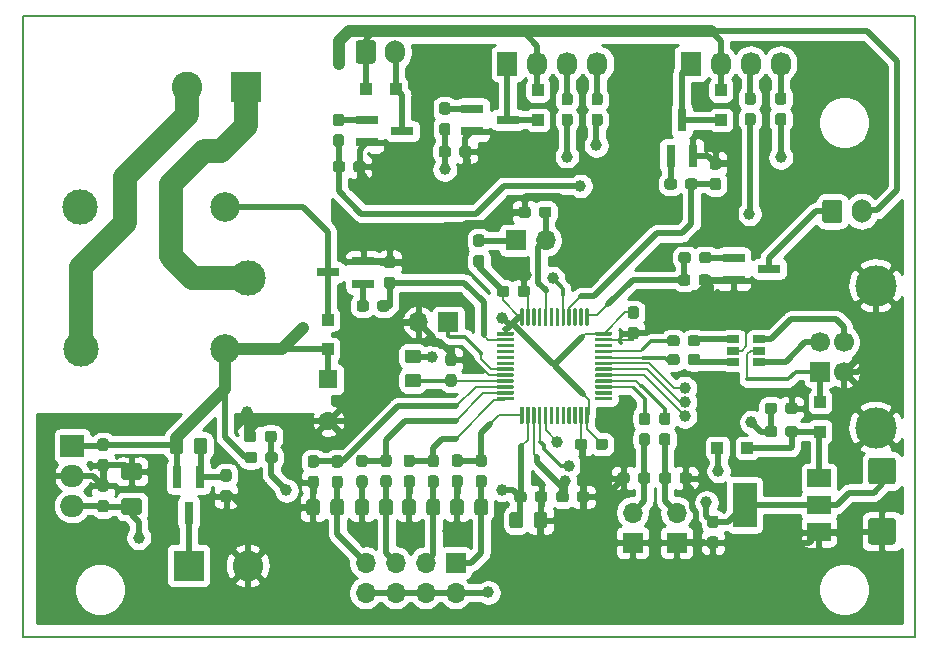
<source format=gbr>
G04 #@! TF.GenerationSoftware,KiCad,Pcbnew,5.1.6*
G04 #@! TF.CreationDate,2020-10-24T20:22:56+03:00*
G04 #@! TF.ProjectId,stm32,73746d33-322e-46b6-9963-61645f706362,rev?*
G04 #@! TF.SameCoordinates,Original*
G04 #@! TF.FileFunction,Copper,L1,Top*
G04 #@! TF.FilePolarity,Positive*
%FSLAX46Y46*%
G04 Gerber Fmt 4.6, Leading zero omitted, Abs format (unit mm)*
G04 Created by KiCad (PCBNEW 5.1.6) date 2020-10-24 20:22:56*
%MOMM*%
%LPD*%
G01*
G04 APERTURE LIST*
G04 #@! TA.AperFunction,Profile*
%ADD10C,0.150000*%
G04 #@! TD*
G04 #@! TA.AperFunction,ComponentPad*
%ADD11R,1.730000X2.030000*%
G04 #@! TD*
G04 #@! TA.AperFunction,ComponentPad*
%ADD12O,1.730000X2.030000*%
G04 #@! TD*
G04 #@! TA.AperFunction,SMDPad,CuDef*
%ADD13R,1.000000X1.000000*%
G04 #@! TD*
G04 #@! TA.AperFunction,ComponentPad*
%ADD14R,2.600000X2.600000*%
G04 #@! TD*
G04 #@! TA.AperFunction,ComponentPad*
%ADD15C,2.600000*%
G04 #@! TD*
G04 #@! TA.AperFunction,ComponentPad*
%ADD16R,1.700000X1.700000*%
G04 #@! TD*
G04 #@! TA.AperFunction,ComponentPad*
%ADD17O,1.700000X1.700000*%
G04 #@! TD*
G04 #@! TA.AperFunction,ComponentPad*
%ADD18O,1.700000X2.000000*%
G04 #@! TD*
G04 #@! TA.AperFunction,ComponentPad*
%ADD19C,3.000000*%
G04 #@! TD*
G04 #@! TA.AperFunction,ComponentPad*
%ADD20C,2.500000*%
G04 #@! TD*
G04 #@! TA.AperFunction,ComponentPad*
%ADD21C,1.700000*%
G04 #@! TD*
G04 #@! TA.AperFunction,ComponentPad*
%ADD22C,3.500000*%
G04 #@! TD*
G04 #@! TA.AperFunction,SMDPad,CuDef*
%ADD23R,0.800000X1.900000*%
G04 #@! TD*
G04 #@! TA.AperFunction,SMDPad,CuDef*
%ADD24R,1.900000X0.800000*%
G04 #@! TD*
G04 #@! TA.AperFunction,SMDPad,CuDef*
%ADD25R,2.000000X3.800000*%
G04 #@! TD*
G04 #@! TA.AperFunction,SMDPad,CuDef*
%ADD26R,2.000000X1.500000*%
G04 #@! TD*
G04 #@! TA.AperFunction,ComponentPad*
%ADD27R,2.000000X1.905000*%
G04 #@! TD*
G04 #@! TA.AperFunction,ComponentPad*
%ADD28O,2.000000X1.905000*%
G04 #@! TD*
G04 #@! TA.AperFunction,SMDPad,CuDef*
%ADD29R,1.060000X0.650000*%
G04 #@! TD*
G04 #@! TA.AperFunction,ComponentPad*
%ADD30R,1.600000X1.600000*%
G04 #@! TD*
G04 #@! TA.AperFunction,ComponentPad*
%ADD31C,1.600000*%
G04 #@! TD*
G04 #@! TA.AperFunction,ViaPad*
%ADD32C,1.000000*%
G04 #@! TD*
G04 #@! TA.AperFunction,Conductor*
%ADD33C,0.200000*%
G04 #@! TD*
G04 #@! TA.AperFunction,Conductor*
%ADD34C,0.300000*%
G04 #@! TD*
G04 #@! TA.AperFunction,Conductor*
%ADD35C,0.500000*%
G04 #@! TD*
G04 #@! TA.AperFunction,Conductor*
%ADD36C,2.000000*%
G04 #@! TD*
G04 #@! TA.AperFunction,Conductor*
%ADD37C,1.000000*%
G04 #@! TD*
G04 #@! TA.AperFunction,Conductor*
%ADD38C,0.254000*%
G04 #@! TD*
G04 APERTURE END LIST*
D10*
X38000000Y-104500000D02*
X38000000Y-52000000D01*
X113500000Y-104500000D02*
X38000000Y-104500000D01*
X113500000Y-52000000D02*
X113500000Y-104500000D01*
X38000000Y-52000000D02*
X113500000Y-52000000D01*
D11*
X94500000Y-56000000D03*
D12*
X97040000Y-56000000D03*
X99580000Y-56000000D03*
X102120000Y-56000000D03*
X86620000Y-56000000D03*
X84080000Y-56000000D03*
X81540000Y-56000000D03*
D11*
X79000000Y-56000000D03*
G04 #@! TA.AperFunction,SMDPad,CuDef*
G36*
G01*
X62787500Y-90194000D02*
X62312500Y-90194000D01*
G75*
G02*
X62075000Y-89956500I0J237500D01*
G01*
X62075000Y-89381500D01*
G75*
G02*
X62312500Y-89144000I237500J0D01*
G01*
X62787500Y-89144000D01*
G75*
G02*
X63025000Y-89381500I0J-237500D01*
G01*
X63025000Y-89956500D01*
G75*
G02*
X62787500Y-90194000I-237500J0D01*
G01*
G37*
G04 #@! TD.AperFunction*
G04 #@! TA.AperFunction,SMDPad,CuDef*
G36*
G01*
X62787500Y-91944000D02*
X62312500Y-91944000D01*
G75*
G02*
X62075000Y-91706500I0J237500D01*
G01*
X62075000Y-91131500D01*
G75*
G02*
X62312500Y-90894000I237500J0D01*
G01*
X62787500Y-90894000D01*
G75*
G02*
X63025000Y-91131500I0J-237500D01*
G01*
X63025000Y-91706500D01*
G75*
G02*
X62787500Y-91944000I-237500J0D01*
G01*
G37*
G04 #@! TD.AperFunction*
G04 #@! TA.AperFunction,SMDPad,CuDef*
G36*
G01*
X66915000Y-91908500D02*
X66440000Y-91908500D01*
G75*
G02*
X66202500Y-91671000I0J237500D01*
G01*
X66202500Y-91096000D01*
G75*
G02*
X66440000Y-90858500I237500J0D01*
G01*
X66915000Y-90858500D01*
G75*
G02*
X67152500Y-91096000I0J-237500D01*
G01*
X67152500Y-91671000D01*
G75*
G02*
X66915000Y-91908500I-237500J0D01*
G01*
G37*
G04 #@! TD.AperFunction*
G04 #@! TA.AperFunction,SMDPad,CuDef*
G36*
G01*
X66915000Y-90158500D02*
X66440000Y-90158500D01*
G75*
G02*
X66202500Y-89921000I0J237500D01*
G01*
X66202500Y-89346000D01*
G75*
G02*
X66440000Y-89108500I237500J0D01*
G01*
X66915000Y-89108500D01*
G75*
G02*
X67152500Y-89346000I0J-237500D01*
G01*
X67152500Y-89921000D01*
G75*
G02*
X66915000Y-90158500I-237500J0D01*
G01*
G37*
G04 #@! TD.AperFunction*
G04 #@! TA.AperFunction,SMDPad,CuDef*
G36*
G01*
X44519500Y-89475500D02*
X44994500Y-89475500D01*
G75*
G02*
X45232000Y-89713000I0J-237500D01*
G01*
X45232000Y-90288000D01*
G75*
G02*
X44994500Y-90525500I-237500J0D01*
G01*
X44519500Y-90525500D01*
G75*
G02*
X44282000Y-90288000I0J237500D01*
G01*
X44282000Y-89713000D01*
G75*
G02*
X44519500Y-89475500I237500J0D01*
G01*
G37*
G04 #@! TD.AperFunction*
G04 #@! TA.AperFunction,SMDPad,CuDef*
G36*
G01*
X44519500Y-87725500D02*
X44994500Y-87725500D01*
G75*
G02*
X45232000Y-87963000I0J-237500D01*
G01*
X45232000Y-88538000D01*
G75*
G02*
X44994500Y-88775500I-237500J0D01*
G01*
X44519500Y-88775500D01*
G75*
G02*
X44282000Y-88538000I0J237500D01*
G01*
X44282000Y-87963000D01*
G75*
G02*
X44519500Y-87725500I237500J0D01*
G01*
G37*
G04 #@! TD.AperFunction*
G04 #@! TA.AperFunction,SMDPad,CuDef*
G36*
G01*
X70915500Y-90144500D02*
X70440500Y-90144500D01*
G75*
G02*
X70203000Y-89907000I0J237500D01*
G01*
X70203000Y-89332000D01*
G75*
G02*
X70440500Y-89094500I237500J0D01*
G01*
X70915500Y-89094500D01*
G75*
G02*
X71153000Y-89332000I0J-237500D01*
G01*
X71153000Y-89907000D01*
G75*
G02*
X70915500Y-90144500I-237500J0D01*
G01*
G37*
G04 #@! TD.AperFunction*
G04 #@! TA.AperFunction,SMDPad,CuDef*
G36*
G01*
X70915500Y-91894500D02*
X70440500Y-91894500D01*
G75*
G02*
X70203000Y-91657000I0J237500D01*
G01*
X70203000Y-91082000D01*
G75*
G02*
X70440500Y-90844500I237500J0D01*
G01*
X70915500Y-90844500D01*
G75*
G02*
X71153000Y-91082000I0J-237500D01*
G01*
X71153000Y-91657000D01*
G75*
G02*
X70915500Y-91894500I-237500J0D01*
G01*
G37*
G04 #@! TD.AperFunction*
G04 #@! TA.AperFunction,SMDPad,CuDef*
G36*
G01*
X74979500Y-91880500D02*
X74504500Y-91880500D01*
G75*
G02*
X74267000Y-91643000I0J237500D01*
G01*
X74267000Y-91068000D01*
G75*
G02*
X74504500Y-90830500I237500J0D01*
G01*
X74979500Y-90830500D01*
G75*
G02*
X75217000Y-91068000I0J-237500D01*
G01*
X75217000Y-91643000D01*
G75*
G02*
X74979500Y-91880500I-237500J0D01*
G01*
G37*
G04 #@! TD.AperFunction*
G04 #@! TA.AperFunction,SMDPad,CuDef*
G36*
G01*
X74979500Y-90130500D02*
X74504500Y-90130500D01*
G75*
G02*
X74267000Y-89893000I0J237500D01*
G01*
X74267000Y-89318000D01*
G75*
G02*
X74504500Y-89080500I237500J0D01*
G01*
X74979500Y-89080500D01*
G75*
G02*
X75217000Y-89318000I0J-237500D01*
G01*
X75217000Y-89893000D01*
G75*
G02*
X74979500Y-90130500I-237500J0D01*
G01*
G37*
G04 #@! TD.AperFunction*
G04 #@! TA.AperFunction,SMDPad,CuDef*
G36*
G01*
X96145000Y-96016000D02*
X96620000Y-96016000D01*
G75*
G02*
X96857500Y-96253500I0J-237500D01*
G01*
X96857500Y-96828500D01*
G75*
G02*
X96620000Y-97066000I-237500J0D01*
G01*
X96145000Y-97066000D01*
G75*
G02*
X95907500Y-96828500I0J237500D01*
G01*
X95907500Y-96253500D01*
G75*
G02*
X96145000Y-96016000I237500J0D01*
G01*
G37*
G04 #@! TD.AperFunction*
G04 #@! TA.AperFunction,SMDPad,CuDef*
G36*
G01*
X96145000Y-94266000D02*
X96620000Y-94266000D01*
G75*
G02*
X96857500Y-94503500I0J-237500D01*
G01*
X96857500Y-95078500D01*
G75*
G02*
X96620000Y-95316000I-237500J0D01*
G01*
X96145000Y-95316000D01*
G75*
G02*
X95907500Y-95078500I0J237500D01*
G01*
X95907500Y-94503500D01*
G75*
G02*
X96145000Y-94266000I237500J0D01*
G01*
G37*
G04 #@! TD.AperFunction*
G04 #@! TA.AperFunction,SMDPad,CuDef*
G36*
G01*
X109782499Y-89356000D02*
X111632501Y-89356000D01*
G75*
G02*
X111882500Y-89605999I0J-249999D01*
G01*
X111882500Y-91356001D01*
G75*
G02*
X111632501Y-91606000I-249999J0D01*
G01*
X109782499Y-91606000D01*
G75*
G02*
X109532500Y-91356001I0J249999D01*
G01*
X109532500Y-89605999D01*
G75*
G02*
X109782499Y-89356000I249999J0D01*
G01*
G37*
G04 #@! TD.AperFunction*
G04 #@! TA.AperFunction,SMDPad,CuDef*
G36*
G01*
X109782499Y-94456000D02*
X111632501Y-94456000D01*
G75*
G02*
X111882500Y-94705999I0J-249999D01*
G01*
X111882500Y-96456001D01*
G75*
G02*
X111632501Y-96706000I-249999J0D01*
G01*
X109782499Y-96706000D01*
G75*
G02*
X109532500Y-96456001I0J249999D01*
G01*
X109532500Y-94705999D01*
G75*
G02*
X109782499Y-94456000I249999J0D01*
G01*
G37*
G04 #@! TD.AperFunction*
G04 #@! TA.AperFunction,SMDPad,CuDef*
G36*
G01*
X44994500Y-92240000D02*
X44519500Y-92240000D01*
G75*
G02*
X44282000Y-92002500I0J237500D01*
G01*
X44282000Y-91427500D01*
G75*
G02*
X44519500Y-91190000I237500J0D01*
G01*
X44994500Y-91190000D01*
G75*
G02*
X45232000Y-91427500I0J-237500D01*
G01*
X45232000Y-92002500D01*
G75*
G02*
X44994500Y-92240000I-237500J0D01*
G01*
G37*
G04 #@! TD.AperFunction*
G04 #@! TA.AperFunction,SMDPad,CuDef*
G36*
G01*
X44994500Y-93990000D02*
X44519500Y-93990000D01*
G75*
G02*
X44282000Y-93752500I0J237500D01*
G01*
X44282000Y-93177500D01*
G75*
G02*
X44519500Y-92940000I237500J0D01*
G01*
X44994500Y-92940000D01*
G75*
G02*
X45232000Y-93177500I0J-237500D01*
G01*
X45232000Y-93752500D01*
G75*
G02*
X44994500Y-93990000I-237500J0D01*
G01*
G37*
G04 #@! TD.AperFunction*
G04 #@! TA.AperFunction,SMDPad,CuDef*
G36*
G01*
X47795000Y-94205500D02*
X46545000Y-94205500D01*
G75*
G02*
X46295000Y-93955500I0J250000D01*
G01*
X46295000Y-93030500D01*
G75*
G02*
X46545000Y-92780500I250000J0D01*
G01*
X47795000Y-92780500D01*
G75*
G02*
X48045000Y-93030500I0J-250000D01*
G01*
X48045000Y-93955500D01*
G75*
G02*
X47795000Y-94205500I-250000J0D01*
G01*
G37*
G04 #@! TD.AperFunction*
G04 #@! TA.AperFunction,SMDPad,CuDef*
G36*
G01*
X47795000Y-91230500D02*
X46545000Y-91230500D01*
G75*
G02*
X46295000Y-90980500I0J250000D01*
G01*
X46295000Y-90055500D01*
G75*
G02*
X46545000Y-89805500I250000J0D01*
G01*
X47795000Y-89805500D01*
G75*
G02*
X48045000Y-90055500I0J-250000D01*
G01*
X48045000Y-90980500D01*
G75*
G02*
X47795000Y-91230500I-250000J0D01*
G01*
G37*
G04 #@! TD.AperFunction*
G04 #@! TA.AperFunction,SMDPad,CuDef*
G36*
G01*
X89351000Y-90842500D02*
X89351000Y-91317500D01*
G75*
G02*
X89113500Y-91555000I-237500J0D01*
G01*
X88538500Y-91555000D01*
G75*
G02*
X88301000Y-91317500I0J237500D01*
G01*
X88301000Y-90842500D01*
G75*
G02*
X88538500Y-90605000I237500J0D01*
G01*
X89113500Y-90605000D01*
G75*
G02*
X89351000Y-90842500I0J-237500D01*
G01*
G37*
G04 #@! TD.AperFunction*
G04 #@! TA.AperFunction,SMDPad,CuDef*
G36*
G01*
X91101000Y-90842500D02*
X91101000Y-91317500D01*
G75*
G02*
X90863500Y-91555000I-237500J0D01*
G01*
X90288500Y-91555000D01*
G75*
G02*
X90051000Y-91317500I0J237500D01*
G01*
X90051000Y-90842500D01*
G75*
G02*
X90288500Y-90605000I237500J0D01*
G01*
X90863500Y-90605000D01*
G75*
G02*
X91101000Y-90842500I0J-237500D01*
G01*
G37*
G04 #@! TD.AperFunction*
G04 #@! TA.AperFunction,SMDPad,CuDef*
G36*
G01*
X91821500Y-91317500D02*
X91821500Y-90842500D01*
G75*
G02*
X92059000Y-90605000I237500J0D01*
G01*
X92634000Y-90605000D01*
G75*
G02*
X92871500Y-90842500I0J-237500D01*
G01*
X92871500Y-91317500D01*
G75*
G02*
X92634000Y-91555000I-237500J0D01*
G01*
X92059000Y-91555000D01*
G75*
G02*
X91821500Y-91317500I0J237500D01*
G01*
G37*
G04 #@! TD.AperFunction*
G04 #@! TA.AperFunction,SMDPad,CuDef*
G36*
G01*
X93571500Y-91317500D02*
X93571500Y-90842500D01*
G75*
G02*
X93809000Y-90605000I237500J0D01*
G01*
X94384000Y-90605000D01*
G75*
G02*
X94621500Y-90842500I0J-237500D01*
G01*
X94621500Y-91317500D01*
G75*
G02*
X94384000Y-91555000I-237500J0D01*
G01*
X93809000Y-91555000D01*
G75*
G02*
X93571500Y-91317500I0J237500D01*
G01*
G37*
G04 #@! TD.AperFunction*
G04 #@! TA.AperFunction,SMDPad,CuDef*
G36*
G01*
X84709500Y-88460000D02*
X84709500Y-87985000D01*
G75*
G02*
X84947000Y-87747500I237500J0D01*
G01*
X85522000Y-87747500D01*
G75*
G02*
X85759500Y-87985000I0J-237500D01*
G01*
X85759500Y-88460000D01*
G75*
G02*
X85522000Y-88697500I-237500J0D01*
G01*
X84947000Y-88697500D01*
G75*
G02*
X84709500Y-88460000I0J237500D01*
G01*
G37*
G04 #@! TD.AperFunction*
G04 #@! TA.AperFunction,SMDPad,CuDef*
G36*
G01*
X86459500Y-88460000D02*
X86459500Y-87985000D01*
G75*
G02*
X86697000Y-87747500I237500J0D01*
G01*
X87272000Y-87747500D01*
G75*
G02*
X87509500Y-87985000I0J-237500D01*
G01*
X87509500Y-88460000D01*
G75*
G02*
X87272000Y-88697500I-237500J0D01*
G01*
X86697000Y-88697500D01*
G75*
G02*
X86459500Y-88460000I0J237500D01*
G01*
G37*
G04 #@! TD.AperFunction*
G04 #@! TA.AperFunction,SMDPad,CuDef*
G36*
G01*
X79566000Y-92905000D02*
X79566000Y-92430000D01*
G75*
G02*
X79803500Y-92192500I237500J0D01*
G01*
X80378500Y-92192500D01*
G75*
G02*
X80616000Y-92430000I0J-237500D01*
G01*
X80616000Y-92905000D01*
G75*
G02*
X80378500Y-93142500I-237500J0D01*
G01*
X79803500Y-93142500D01*
G75*
G02*
X79566000Y-92905000I0J237500D01*
G01*
G37*
G04 #@! TD.AperFunction*
G04 #@! TA.AperFunction,SMDPad,CuDef*
G36*
G01*
X81316000Y-92905000D02*
X81316000Y-92430000D01*
G75*
G02*
X81553500Y-92192500I237500J0D01*
G01*
X82128500Y-92192500D01*
G75*
G02*
X82366000Y-92430000I0J-237500D01*
G01*
X82366000Y-92905000D01*
G75*
G02*
X82128500Y-93142500I-237500J0D01*
G01*
X81553500Y-93142500D01*
G75*
G02*
X81316000Y-92905000I0J237500D01*
G01*
G37*
G04 #@! TD.AperFunction*
G04 #@! TA.AperFunction,SMDPad,CuDef*
G36*
G01*
X89889000Y-79335500D02*
X89414000Y-79335500D01*
G75*
G02*
X89176500Y-79098000I0J237500D01*
G01*
X89176500Y-78523000D01*
G75*
G02*
X89414000Y-78285500I237500J0D01*
G01*
X89889000Y-78285500D01*
G75*
G02*
X90126500Y-78523000I0J-237500D01*
G01*
X90126500Y-79098000D01*
G75*
G02*
X89889000Y-79335500I-237500J0D01*
G01*
G37*
G04 #@! TD.AperFunction*
G04 #@! TA.AperFunction,SMDPad,CuDef*
G36*
G01*
X89889000Y-77585500D02*
X89414000Y-77585500D01*
G75*
G02*
X89176500Y-77348000I0J237500D01*
G01*
X89176500Y-76773000D01*
G75*
G02*
X89414000Y-76535500I237500J0D01*
G01*
X89889000Y-76535500D01*
G75*
G02*
X90126500Y-76773000I0J-237500D01*
G01*
X90126500Y-77348000D01*
G75*
G02*
X89889000Y-77585500I-237500J0D01*
G01*
G37*
G04 #@! TD.AperFunction*
G04 #@! TA.AperFunction,SMDPad,CuDef*
G36*
G01*
X83122000Y-92905000D02*
X83122000Y-92430000D01*
G75*
G02*
X83359500Y-92192500I237500J0D01*
G01*
X83934500Y-92192500D01*
G75*
G02*
X84172000Y-92430000I0J-237500D01*
G01*
X84172000Y-92905000D01*
G75*
G02*
X83934500Y-93142500I-237500J0D01*
G01*
X83359500Y-93142500D01*
G75*
G02*
X83122000Y-92905000I0J237500D01*
G01*
G37*
G04 #@! TD.AperFunction*
G04 #@! TA.AperFunction,SMDPad,CuDef*
G36*
G01*
X84872000Y-92905000D02*
X84872000Y-92430000D01*
G75*
G02*
X85109500Y-92192500I237500J0D01*
G01*
X85684500Y-92192500D01*
G75*
G02*
X85922000Y-92430000I0J-237500D01*
G01*
X85922000Y-92905000D01*
G75*
G02*
X85684500Y-93142500I-237500J0D01*
G01*
X85109500Y-93142500D01*
G75*
G02*
X84872000Y-92905000I0J237500D01*
G01*
G37*
G04 #@! TD.AperFunction*
G04 #@! TA.AperFunction,SMDPad,CuDef*
G36*
G01*
X79155500Y-75031000D02*
X79155500Y-75506000D01*
G75*
G02*
X78918000Y-75743500I-237500J0D01*
G01*
X78343000Y-75743500D01*
G75*
G02*
X78105500Y-75506000I0J237500D01*
G01*
X78105500Y-75031000D01*
G75*
G02*
X78343000Y-74793500I237500J0D01*
G01*
X78918000Y-74793500D01*
G75*
G02*
X79155500Y-75031000I0J-237500D01*
G01*
G37*
G04 #@! TD.AperFunction*
G04 #@! TA.AperFunction,SMDPad,CuDef*
G36*
G01*
X80905500Y-75031000D02*
X80905500Y-75506000D01*
G75*
G02*
X80668000Y-75743500I-237500J0D01*
G01*
X80093000Y-75743500D01*
G75*
G02*
X79855500Y-75506000I0J237500D01*
G01*
X79855500Y-75031000D01*
G75*
G02*
X80093000Y-74793500I237500J0D01*
G01*
X80668000Y-74793500D01*
G75*
G02*
X80905500Y-75031000I0J-237500D01*
G01*
G37*
G04 #@! TD.AperFunction*
G04 #@! TA.AperFunction,SMDPad,CuDef*
G36*
G01*
X74458500Y-83336000D02*
X73983500Y-83336000D01*
G75*
G02*
X73746000Y-83098500I0J237500D01*
G01*
X73746000Y-82523500D01*
G75*
G02*
X73983500Y-82286000I237500J0D01*
G01*
X74458500Y-82286000D01*
G75*
G02*
X74696000Y-82523500I0J-237500D01*
G01*
X74696000Y-83098500D01*
G75*
G02*
X74458500Y-83336000I-237500J0D01*
G01*
G37*
G04 #@! TD.AperFunction*
G04 #@! TA.AperFunction,SMDPad,CuDef*
G36*
G01*
X74458500Y-81586000D02*
X73983500Y-81586000D01*
G75*
G02*
X73746000Y-81348500I0J237500D01*
G01*
X73746000Y-80773500D01*
G75*
G02*
X73983500Y-80536000I237500J0D01*
G01*
X74458500Y-80536000D01*
G75*
G02*
X74696000Y-80773500I0J-237500D01*
G01*
X74696000Y-81348500D01*
G75*
G02*
X74458500Y-81586000I-237500J0D01*
G01*
G37*
G04 #@! TD.AperFunction*
D13*
X99280640Y-88540000D03*
X96780640Y-88540000D03*
X105463000Y-87143000D03*
X105463000Y-84643000D03*
G04 #@! TA.AperFunction,SMDPad,CuDef*
G36*
G01*
X50387000Y-88799501D02*
X50387000Y-87899499D01*
G75*
G02*
X50636999Y-87649500I249999J0D01*
G01*
X51287001Y-87649500D01*
G75*
G02*
X51537000Y-87899499I0J-249999D01*
G01*
X51537000Y-88799501D01*
G75*
G02*
X51287001Y-89049500I-249999J0D01*
G01*
X50636999Y-89049500D01*
G75*
G02*
X50387000Y-88799501I0J249999D01*
G01*
G37*
G04 #@! TD.AperFunction*
G04 #@! TA.AperFunction,SMDPad,CuDef*
G36*
G01*
X52437000Y-88799501D02*
X52437000Y-87899499D01*
G75*
G02*
X52686999Y-87649500I249999J0D01*
G01*
X53337001Y-87649500D01*
G75*
G02*
X53587000Y-87899499I0J-249999D01*
G01*
X53587000Y-88799501D01*
G75*
G02*
X53337001Y-89049500I-249999J0D01*
G01*
X52686999Y-89049500D01*
G75*
G02*
X52437000Y-88799501I0J249999D01*
G01*
G37*
G04 #@! TD.AperFunction*
X81561600Y-58252400D03*
X81561600Y-60752400D03*
X97055600Y-60752400D03*
X97055600Y-58252400D03*
X69522000Y-58123500D03*
X67022000Y-58123500D03*
G04 #@! TA.AperFunction,SMDPad,CuDef*
G36*
G01*
X81211500Y-95086001D02*
X81211500Y-94185999D01*
G75*
G02*
X81461499Y-93936000I249999J0D01*
G01*
X82111501Y-93936000D01*
G75*
G02*
X82361500Y-94185999I0J-249999D01*
G01*
X82361500Y-95086001D01*
G75*
G02*
X82111501Y-95336000I-249999J0D01*
G01*
X81461499Y-95336000D01*
G75*
G02*
X81211500Y-95086001I0J249999D01*
G01*
G37*
G04 #@! TD.AperFunction*
G04 #@! TA.AperFunction,SMDPad,CuDef*
G36*
G01*
X79161500Y-95086001D02*
X79161500Y-94185999D01*
G75*
G02*
X79411499Y-93936000I249999J0D01*
G01*
X80061501Y-93936000D01*
G75*
G02*
X80311500Y-94185999I0J-249999D01*
G01*
X80311500Y-95086001D01*
G75*
G02*
X80061501Y-95336000I-249999J0D01*
G01*
X79411499Y-95336000D01*
G75*
G02*
X79161500Y-95086001I0J249999D01*
G01*
G37*
G04 #@! TD.AperFunction*
X63781000Y-80174000D03*
X63781000Y-77674000D03*
D14*
X52000000Y-98500000D03*
D15*
X57000000Y-98500000D03*
D16*
X74602000Y-98255500D03*
D17*
X74602000Y-100795500D03*
X72062000Y-98255500D03*
X72062000Y-100795500D03*
X69522000Y-98255500D03*
X69522000Y-100795500D03*
X66982000Y-98255500D03*
X66982000Y-100795500D03*
D18*
X109000000Y-68500000D03*
G04 #@! TA.AperFunction,ComponentPad*
G36*
G01*
X105650000Y-69250000D02*
X105650000Y-67750000D01*
G75*
G02*
X105900000Y-67500000I250000J0D01*
G01*
X107100000Y-67500000D01*
G75*
G02*
X107350000Y-67750000I0J-250000D01*
G01*
X107350000Y-69250000D01*
G75*
G02*
X107100000Y-69500000I-250000J0D01*
G01*
X105900000Y-69500000D01*
G75*
G02*
X105650000Y-69250000I0J250000D01*
G01*
G37*
G04 #@! TD.AperFunction*
G04 #@! TA.AperFunction,ComponentPad*
G36*
G01*
X66150000Y-55750000D02*
X66150000Y-54250000D01*
G75*
G02*
X66400000Y-54000000I250000J0D01*
G01*
X67600000Y-54000000D01*
G75*
G02*
X67850000Y-54250000I0J-250000D01*
G01*
X67850000Y-55750000D01*
G75*
G02*
X67600000Y-56000000I-250000J0D01*
G01*
X66400000Y-56000000D01*
G75*
G02*
X66150000Y-55750000I0J250000D01*
G01*
G37*
G04 #@! TD.AperFunction*
X69500000Y-55000000D03*
D14*
X56885500Y-58000000D03*
D15*
X51885500Y-58000000D03*
D19*
X57025200Y-74107720D03*
D20*
X55075200Y-68157720D03*
D19*
X42825200Y-68107720D03*
X42875200Y-80157720D03*
D20*
X55075200Y-80157720D03*
G04 #@! TA.AperFunction,SMDPad,CuDef*
G36*
G01*
X70532499Y-80200000D02*
X71432501Y-80200000D01*
G75*
G02*
X71682500Y-80449999I0J-249999D01*
G01*
X71682500Y-81100001D01*
G75*
G02*
X71432501Y-81350000I-249999J0D01*
G01*
X70532499Y-81350000D01*
G75*
G02*
X70282500Y-81100001I0J249999D01*
G01*
X70282500Y-80449999D01*
G75*
G02*
X70532499Y-80200000I249999J0D01*
G01*
G37*
G04 #@! TD.AperFunction*
G04 #@! TA.AperFunction,SMDPad,CuDef*
G36*
G01*
X70532499Y-82250000D02*
X71432501Y-82250000D01*
G75*
G02*
X71682500Y-82499999I0J-249999D01*
G01*
X71682500Y-83150001D01*
G75*
G02*
X71432501Y-83400000I-249999J0D01*
G01*
X70532499Y-83400000D01*
G75*
G02*
X70282500Y-83150001I0J249999D01*
G01*
X70282500Y-82499999D01*
G75*
G02*
X70532499Y-82250000I249999J0D01*
G01*
G37*
G04 #@! TD.AperFunction*
D16*
X105463000Y-82063000D03*
D21*
X105463000Y-79563000D03*
X107463000Y-79563000D03*
X107463000Y-82063000D03*
D22*
X110173000Y-86833000D03*
X110173000Y-74793000D03*
D23*
X52950000Y-91000000D03*
X51050000Y-91000000D03*
X52000000Y-94000000D03*
D24*
X79021600Y-60752400D03*
X76021600Y-61702400D03*
X76021600Y-59802400D03*
D23*
X92802200Y-63793240D03*
X94702200Y-63793240D03*
X93752200Y-60793240D03*
D24*
X101145000Y-73363500D03*
X98145000Y-74313500D03*
X98145000Y-72413500D03*
X67080800Y-60767600D03*
X67080800Y-62667600D03*
X70080800Y-61717600D03*
X66772840Y-74624280D03*
X66772840Y-72724280D03*
X63772840Y-73674280D03*
G04 #@! TA.AperFunction,SMDPad,CuDef*
G36*
G01*
X54933500Y-90329000D02*
X55408500Y-90329000D01*
G75*
G02*
X55646000Y-90566500I0J-237500D01*
G01*
X55646000Y-91141500D01*
G75*
G02*
X55408500Y-91379000I-237500J0D01*
G01*
X54933500Y-91379000D01*
G75*
G02*
X54696000Y-91141500I0J237500D01*
G01*
X54696000Y-90566500D01*
G75*
G02*
X54933500Y-90329000I237500J0D01*
G01*
G37*
G04 #@! TD.AperFunction*
G04 #@! TA.AperFunction,SMDPad,CuDef*
G36*
G01*
X54933500Y-92079000D02*
X55408500Y-92079000D01*
G75*
G02*
X55646000Y-92316500I0J-237500D01*
G01*
X55646000Y-92891500D01*
G75*
G02*
X55408500Y-93129000I-237500J0D01*
G01*
X54933500Y-93129000D01*
G75*
G02*
X54696000Y-92891500I0J237500D01*
G01*
X54696000Y-92316500D01*
G75*
G02*
X54933500Y-92079000I237500J0D01*
G01*
G37*
G04 #@! TD.AperFunction*
G04 #@! TA.AperFunction,SMDPad,CuDef*
G36*
G01*
X64819500Y-90194000D02*
X64344500Y-90194000D01*
G75*
G02*
X64107000Y-89956500I0J237500D01*
G01*
X64107000Y-89381500D01*
G75*
G02*
X64344500Y-89144000I237500J0D01*
G01*
X64819500Y-89144000D01*
G75*
G02*
X65057000Y-89381500I0J-237500D01*
G01*
X65057000Y-89956500D01*
G75*
G02*
X64819500Y-90194000I-237500J0D01*
G01*
G37*
G04 #@! TD.AperFunction*
G04 #@! TA.AperFunction,SMDPad,CuDef*
G36*
G01*
X64819500Y-91944000D02*
X64344500Y-91944000D01*
G75*
G02*
X64107000Y-91706500I0J237500D01*
G01*
X64107000Y-91131500D01*
G75*
G02*
X64344500Y-90894000I237500J0D01*
G01*
X64819500Y-90894000D01*
G75*
G02*
X65057000Y-91131500I0J-237500D01*
G01*
X65057000Y-91706500D01*
G75*
G02*
X64819500Y-91944000I-237500J0D01*
G01*
G37*
G04 #@! TD.AperFunction*
G04 #@! TA.AperFunction,SMDPad,CuDef*
G36*
G01*
X61957000Y-93992501D02*
X61957000Y-93092499D01*
G75*
G02*
X62206999Y-92842500I249999J0D01*
G01*
X62857001Y-92842500D01*
G75*
G02*
X63107000Y-93092499I0J-249999D01*
G01*
X63107000Y-93992501D01*
G75*
G02*
X62857001Y-94242500I-249999J0D01*
G01*
X62206999Y-94242500D01*
G75*
G02*
X61957000Y-93992501I0J249999D01*
G01*
G37*
G04 #@! TD.AperFunction*
G04 #@! TA.AperFunction,SMDPad,CuDef*
G36*
G01*
X64007000Y-93992501D02*
X64007000Y-93092499D01*
G75*
G02*
X64256999Y-92842500I249999J0D01*
G01*
X64907001Y-92842500D01*
G75*
G02*
X65157000Y-93092499I0J-249999D01*
G01*
X65157000Y-93992501D01*
G75*
G02*
X64907001Y-94242500I-249999J0D01*
G01*
X64256999Y-94242500D01*
G75*
G02*
X64007000Y-93992501I0J249999D01*
G01*
G37*
G04 #@! TD.AperFunction*
G04 #@! TA.AperFunction,SMDPad,CuDef*
G36*
G01*
X68947000Y-91880500D02*
X68472000Y-91880500D01*
G75*
G02*
X68234500Y-91643000I0J237500D01*
G01*
X68234500Y-91068000D01*
G75*
G02*
X68472000Y-90830500I237500J0D01*
G01*
X68947000Y-90830500D01*
G75*
G02*
X69184500Y-91068000I0J-237500D01*
G01*
X69184500Y-91643000D01*
G75*
G02*
X68947000Y-91880500I-237500J0D01*
G01*
G37*
G04 #@! TD.AperFunction*
G04 #@! TA.AperFunction,SMDPad,CuDef*
G36*
G01*
X68947000Y-90130500D02*
X68472000Y-90130500D01*
G75*
G02*
X68234500Y-89893000I0J237500D01*
G01*
X68234500Y-89318000D01*
G75*
G02*
X68472000Y-89080500I237500J0D01*
G01*
X68947000Y-89080500D01*
G75*
G02*
X69184500Y-89318000I0J-237500D01*
G01*
X69184500Y-89893000D01*
G75*
G02*
X68947000Y-90130500I-237500J0D01*
G01*
G37*
G04 #@! TD.AperFunction*
G04 #@! TA.AperFunction,SMDPad,CuDef*
G36*
G01*
X68152500Y-93992501D02*
X68152500Y-93092499D01*
G75*
G02*
X68402499Y-92842500I249999J0D01*
G01*
X69052501Y-92842500D01*
G75*
G02*
X69302500Y-93092499I0J-249999D01*
G01*
X69302500Y-93992501D01*
G75*
G02*
X69052501Y-94242500I-249999J0D01*
G01*
X68402499Y-94242500D01*
G75*
G02*
X68152500Y-93992501I0J249999D01*
G01*
G37*
G04 #@! TD.AperFunction*
G04 #@! TA.AperFunction,SMDPad,CuDef*
G36*
G01*
X66102500Y-93992501D02*
X66102500Y-93092499D01*
G75*
G02*
X66352499Y-92842500I249999J0D01*
G01*
X67002501Y-92842500D01*
G75*
G02*
X67252500Y-93092499I0J-249999D01*
G01*
X67252500Y-93992501D01*
G75*
G02*
X67002501Y-94242500I-249999J0D01*
G01*
X66352499Y-94242500D01*
G75*
G02*
X66102500Y-93992501I0J249999D01*
G01*
G37*
G04 #@! TD.AperFunction*
G04 #@! TA.AperFunction,SMDPad,CuDef*
G36*
G01*
X72947500Y-91908500D02*
X72472500Y-91908500D01*
G75*
G02*
X72235000Y-91671000I0J237500D01*
G01*
X72235000Y-91096000D01*
G75*
G02*
X72472500Y-90858500I237500J0D01*
G01*
X72947500Y-90858500D01*
G75*
G02*
X73185000Y-91096000I0J-237500D01*
G01*
X73185000Y-91671000D01*
G75*
G02*
X72947500Y-91908500I-237500J0D01*
G01*
G37*
G04 #@! TD.AperFunction*
G04 #@! TA.AperFunction,SMDPad,CuDef*
G36*
G01*
X72947500Y-90158500D02*
X72472500Y-90158500D01*
G75*
G02*
X72235000Y-89921000I0J237500D01*
G01*
X72235000Y-89346000D01*
G75*
G02*
X72472500Y-89108500I237500J0D01*
G01*
X72947500Y-89108500D01*
G75*
G02*
X73185000Y-89346000I0J-237500D01*
G01*
X73185000Y-89921000D01*
G75*
G02*
X72947500Y-90158500I-237500J0D01*
G01*
G37*
G04 #@! TD.AperFunction*
G04 #@! TA.AperFunction,SMDPad,CuDef*
G36*
G01*
X70085000Y-93992501D02*
X70085000Y-93092499D01*
G75*
G02*
X70334999Y-92842500I249999J0D01*
G01*
X70985001Y-92842500D01*
G75*
G02*
X71235000Y-93092499I0J-249999D01*
G01*
X71235000Y-93992501D01*
G75*
G02*
X70985001Y-94242500I-249999J0D01*
G01*
X70334999Y-94242500D01*
G75*
G02*
X70085000Y-93992501I0J249999D01*
G01*
G37*
G04 #@! TD.AperFunction*
G04 #@! TA.AperFunction,SMDPad,CuDef*
G36*
G01*
X72135000Y-93992501D02*
X72135000Y-93092499D01*
G75*
G02*
X72384999Y-92842500I249999J0D01*
G01*
X73035001Y-92842500D01*
G75*
G02*
X73285000Y-93092499I0J-249999D01*
G01*
X73285000Y-93992501D01*
G75*
G02*
X73035001Y-94242500I-249999J0D01*
G01*
X72384999Y-94242500D01*
G75*
G02*
X72135000Y-93992501I0J249999D01*
G01*
G37*
G04 #@! TD.AperFunction*
G04 #@! TA.AperFunction,SMDPad,CuDef*
G36*
G01*
X77011500Y-91880500D02*
X76536500Y-91880500D01*
G75*
G02*
X76299000Y-91643000I0J237500D01*
G01*
X76299000Y-91068000D01*
G75*
G02*
X76536500Y-90830500I237500J0D01*
G01*
X77011500Y-90830500D01*
G75*
G02*
X77249000Y-91068000I0J-237500D01*
G01*
X77249000Y-91643000D01*
G75*
G02*
X77011500Y-91880500I-237500J0D01*
G01*
G37*
G04 #@! TD.AperFunction*
G04 #@! TA.AperFunction,SMDPad,CuDef*
G36*
G01*
X77011500Y-90130500D02*
X76536500Y-90130500D01*
G75*
G02*
X76299000Y-89893000I0J237500D01*
G01*
X76299000Y-89318000D01*
G75*
G02*
X76536500Y-89080500I237500J0D01*
G01*
X77011500Y-89080500D01*
G75*
G02*
X77249000Y-89318000I0J-237500D01*
G01*
X77249000Y-89893000D01*
G75*
G02*
X77011500Y-90130500I-237500J0D01*
G01*
G37*
G04 #@! TD.AperFunction*
G04 #@! TA.AperFunction,SMDPad,CuDef*
G36*
G01*
X74149000Y-93992501D02*
X74149000Y-93092499D01*
G75*
G02*
X74398999Y-92842500I249999J0D01*
G01*
X75049001Y-92842500D01*
G75*
G02*
X75299000Y-93092499I0J-249999D01*
G01*
X75299000Y-93992501D01*
G75*
G02*
X75049001Y-94242500I-249999J0D01*
G01*
X74398999Y-94242500D01*
G75*
G02*
X74149000Y-93992501I0J249999D01*
G01*
G37*
G04 #@! TD.AperFunction*
G04 #@! TA.AperFunction,SMDPad,CuDef*
G36*
G01*
X76199000Y-93992501D02*
X76199000Y-93092499D01*
G75*
G02*
X76448999Y-92842500I249999J0D01*
G01*
X77099001Y-92842500D01*
G75*
G02*
X77349000Y-93092499I0J-249999D01*
G01*
X77349000Y-93992501D01*
G75*
G02*
X77099001Y-94242500I-249999J0D01*
G01*
X76448999Y-94242500D01*
G75*
G02*
X76199000Y-93992501I0J249999D01*
G01*
G37*
G04 #@! TD.AperFunction*
G04 #@! TA.AperFunction,SMDPad,CuDef*
G36*
G01*
X73450100Y-59262200D02*
X73925100Y-59262200D01*
G75*
G02*
X74162600Y-59499700I0J-237500D01*
G01*
X74162600Y-60074700D01*
G75*
G02*
X73925100Y-60312200I-237500J0D01*
G01*
X73450100Y-60312200D01*
G75*
G02*
X73212600Y-60074700I0J237500D01*
G01*
X73212600Y-59499700D01*
G75*
G02*
X73450100Y-59262200I237500J0D01*
G01*
G37*
G04 #@! TD.AperFunction*
G04 #@! TA.AperFunction,SMDPad,CuDef*
G36*
G01*
X73450100Y-61012200D02*
X73925100Y-61012200D01*
G75*
G02*
X74162600Y-61249700I0J-237500D01*
G01*
X74162600Y-61824700D01*
G75*
G02*
X73925100Y-62062200I-237500J0D01*
G01*
X73450100Y-62062200D01*
G75*
G02*
X73212600Y-61824700I0J237500D01*
G01*
X73212600Y-61249700D01*
G75*
G02*
X73450100Y-61012200I237500J0D01*
G01*
G37*
G04 #@! TD.AperFunction*
G04 #@! TA.AperFunction,SMDPad,CuDef*
G36*
G01*
X92291400Y-66425500D02*
X92291400Y-65950500D01*
G75*
G02*
X92528900Y-65713000I237500J0D01*
G01*
X93103900Y-65713000D01*
G75*
G02*
X93341400Y-65950500I0J-237500D01*
G01*
X93341400Y-66425500D01*
G75*
G02*
X93103900Y-66663000I-237500J0D01*
G01*
X92528900Y-66663000D01*
G75*
G02*
X92291400Y-66425500I0J237500D01*
G01*
G37*
G04 #@! TD.AperFunction*
G04 #@! TA.AperFunction,SMDPad,CuDef*
G36*
G01*
X94041400Y-66425500D02*
X94041400Y-65950500D01*
G75*
G02*
X94278900Y-65713000I237500J0D01*
G01*
X94853900Y-65713000D01*
G75*
G02*
X95091400Y-65950500I0J-237500D01*
G01*
X95091400Y-66425500D01*
G75*
G02*
X94853900Y-66663000I-237500J0D01*
G01*
X94278900Y-66663000D01*
G75*
G02*
X94041400Y-66425500I0J237500D01*
G01*
G37*
G04 #@! TD.AperFunction*
G04 #@! TA.AperFunction,SMDPad,CuDef*
G36*
G01*
X94522500Y-72173500D02*
X94522500Y-72648500D01*
G75*
G02*
X94285000Y-72886000I-237500J0D01*
G01*
X93710000Y-72886000D01*
G75*
G02*
X93472500Y-72648500I0J237500D01*
G01*
X93472500Y-72173500D01*
G75*
G02*
X93710000Y-71936000I237500J0D01*
G01*
X94285000Y-71936000D01*
G75*
G02*
X94522500Y-72173500I0J-237500D01*
G01*
G37*
G04 #@! TD.AperFunction*
G04 #@! TA.AperFunction,SMDPad,CuDef*
G36*
G01*
X96272500Y-72173500D02*
X96272500Y-72648500D01*
G75*
G02*
X96035000Y-72886000I-237500J0D01*
G01*
X95460000Y-72886000D01*
G75*
G02*
X95222500Y-72648500I0J237500D01*
G01*
X95222500Y-72173500D01*
G75*
G02*
X95460000Y-71936000I237500J0D01*
G01*
X96035000Y-71936000D01*
G75*
G02*
X96272500Y-72173500I0J-237500D01*
G01*
G37*
G04 #@! TD.AperFunction*
G04 #@! TA.AperFunction,SMDPad,CuDef*
G36*
G01*
X74212600Y-63207300D02*
X74212600Y-63682300D01*
G75*
G02*
X73975100Y-63919800I-237500J0D01*
G01*
X73400100Y-63919800D01*
G75*
G02*
X73162600Y-63682300I0J237500D01*
G01*
X73162600Y-63207300D01*
G75*
G02*
X73400100Y-62969800I237500J0D01*
G01*
X73975100Y-62969800D01*
G75*
G02*
X74212600Y-63207300I0J-237500D01*
G01*
G37*
G04 #@! TD.AperFunction*
G04 #@! TA.AperFunction,SMDPad,CuDef*
G36*
G01*
X75962600Y-63207300D02*
X75962600Y-63682300D01*
G75*
G02*
X75725100Y-63919800I-237500J0D01*
G01*
X75150100Y-63919800D01*
G75*
G02*
X74912600Y-63682300I0J237500D01*
G01*
X74912600Y-63207300D01*
G75*
G02*
X75150100Y-62969800I237500J0D01*
G01*
X75725100Y-62969800D01*
G75*
G02*
X75962600Y-63207300I0J-237500D01*
G01*
G37*
G04 #@! TD.AperFunction*
G04 #@! TA.AperFunction,SMDPad,CuDef*
G36*
G01*
X96360900Y-65663000D02*
X96835900Y-65663000D01*
G75*
G02*
X97073400Y-65900500I0J-237500D01*
G01*
X97073400Y-66475500D01*
G75*
G02*
X96835900Y-66713000I-237500J0D01*
G01*
X96360900Y-66713000D01*
G75*
G02*
X96123400Y-66475500I0J237500D01*
G01*
X96123400Y-65900500D01*
G75*
G02*
X96360900Y-65663000I237500J0D01*
G01*
G37*
G04 #@! TD.AperFunction*
G04 #@! TA.AperFunction,SMDPad,CuDef*
G36*
G01*
X96360900Y-63913000D02*
X96835900Y-63913000D01*
G75*
G02*
X97073400Y-64150500I0J-237500D01*
G01*
X97073400Y-64725500D01*
G75*
G02*
X96835900Y-64963000I-237500J0D01*
G01*
X96360900Y-64963000D01*
G75*
G02*
X96123400Y-64725500I0J237500D01*
G01*
X96123400Y-64150500D01*
G75*
G02*
X96360900Y-63913000I237500J0D01*
G01*
G37*
G04 #@! TD.AperFunction*
G04 #@! TA.AperFunction,SMDPad,CuDef*
G36*
G01*
X64458500Y-61977400D02*
X64933500Y-61977400D01*
G75*
G02*
X65171000Y-62214900I0J-237500D01*
G01*
X65171000Y-62789900D01*
G75*
G02*
X64933500Y-63027400I-237500J0D01*
G01*
X64458500Y-63027400D01*
G75*
G02*
X64221000Y-62789900I0J237500D01*
G01*
X64221000Y-62214900D01*
G75*
G02*
X64458500Y-61977400I237500J0D01*
G01*
G37*
G04 #@! TD.AperFunction*
G04 #@! TA.AperFunction,SMDPad,CuDef*
G36*
G01*
X64458500Y-60227400D02*
X64933500Y-60227400D01*
G75*
G02*
X65171000Y-60464900I0J-237500D01*
G01*
X65171000Y-61039900D01*
G75*
G02*
X64933500Y-61277400I-237500J0D01*
G01*
X64458500Y-61277400D01*
G75*
G02*
X64221000Y-61039900I0J237500D01*
G01*
X64221000Y-60464900D01*
G75*
G02*
X64458500Y-60227400I237500J0D01*
G01*
G37*
G04 #@! TD.AperFunction*
G04 #@! TA.AperFunction,SMDPad,CuDef*
G36*
G01*
X96244500Y-74078500D02*
X96244500Y-74553500D01*
G75*
G02*
X96007000Y-74791000I-237500J0D01*
G01*
X95432000Y-74791000D01*
G75*
G02*
X95194500Y-74553500I0J237500D01*
G01*
X95194500Y-74078500D01*
G75*
G02*
X95432000Y-73841000I237500J0D01*
G01*
X96007000Y-73841000D01*
G75*
G02*
X96244500Y-74078500I0J-237500D01*
G01*
G37*
G04 #@! TD.AperFunction*
G04 #@! TA.AperFunction,SMDPad,CuDef*
G36*
G01*
X94494500Y-74078500D02*
X94494500Y-74553500D01*
G75*
G02*
X94257000Y-74791000I-237500J0D01*
G01*
X93682000Y-74791000D01*
G75*
G02*
X93444500Y-74553500I0J237500D01*
G01*
X93444500Y-74078500D01*
G75*
G02*
X93682000Y-73841000I237500J0D01*
G01*
X94257000Y-73841000D01*
G75*
G02*
X94494500Y-74078500I0J-237500D01*
G01*
G37*
G04 #@! TD.AperFunction*
G04 #@! TA.AperFunction,SMDPad,CuDef*
G36*
G01*
X66999000Y-64477300D02*
X66999000Y-64952300D01*
G75*
G02*
X66761500Y-65189800I-237500J0D01*
G01*
X66186500Y-65189800D01*
G75*
G02*
X65949000Y-64952300I0J237500D01*
G01*
X65949000Y-64477300D01*
G75*
G02*
X66186500Y-64239800I237500J0D01*
G01*
X66761500Y-64239800D01*
G75*
G02*
X66999000Y-64477300I0J-237500D01*
G01*
G37*
G04 #@! TD.AperFunction*
G04 #@! TA.AperFunction,SMDPad,CuDef*
G36*
G01*
X65249000Y-64477300D02*
X65249000Y-64952300D01*
G75*
G02*
X65011500Y-65189800I-237500J0D01*
G01*
X64436500Y-65189800D01*
G75*
G02*
X64199000Y-64952300I0J237500D01*
G01*
X64199000Y-64477300D01*
G75*
G02*
X64436500Y-64239800I237500J0D01*
G01*
X65011500Y-64239800D01*
G75*
G02*
X65249000Y-64477300I0J-237500D01*
G01*
G37*
G04 #@! TD.AperFunction*
G04 #@! TA.AperFunction,SMDPad,CuDef*
G36*
G01*
X84288300Y-59527400D02*
X83813300Y-59527400D01*
G75*
G02*
X83575800Y-59289900I0J237500D01*
G01*
X83575800Y-58714900D01*
G75*
G02*
X83813300Y-58477400I237500J0D01*
G01*
X84288300Y-58477400D01*
G75*
G02*
X84525800Y-58714900I0J-237500D01*
G01*
X84525800Y-59289900D01*
G75*
G02*
X84288300Y-59527400I-237500J0D01*
G01*
G37*
G04 #@! TD.AperFunction*
G04 #@! TA.AperFunction,SMDPad,CuDef*
G36*
G01*
X84288300Y-61277400D02*
X83813300Y-61277400D01*
G75*
G02*
X83575800Y-61039900I0J237500D01*
G01*
X83575800Y-60464900D01*
G75*
G02*
X83813300Y-60227400I237500J0D01*
G01*
X84288300Y-60227400D01*
G75*
G02*
X84525800Y-60464900I0J-237500D01*
G01*
X84525800Y-61039900D01*
G75*
G02*
X84288300Y-61277400I-237500J0D01*
G01*
G37*
G04 #@! TD.AperFunction*
G04 #@! TA.AperFunction,SMDPad,CuDef*
G36*
G01*
X99782300Y-59476600D02*
X99307300Y-59476600D01*
G75*
G02*
X99069800Y-59239100I0J237500D01*
G01*
X99069800Y-58664100D01*
G75*
G02*
X99307300Y-58426600I237500J0D01*
G01*
X99782300Y-58426600D01*
G75*
G02*
X100019800Y-58664100I0J-237500D01*
G01*
X100019800Y-59239100D01*
G75*
G02*
X99782300Y-59476600I-237500J0D01*
G01*
G37*
G04 #@! TD.AperFunction*
G04 #@! TA.AperFunction,SMDPad,CuDef*
G36*
G01*
X99782300Y-61226600D02*
X99307300Y-61226600D01*
G75*
G02*
X99069800Y-60989100I0J237500D01*
G01*
X99069800Y-60414100D01*
G75*
G02*
X99307300Y-60176600I237500J0D01*
G01*
X99782300Y-60176600D01*
G75*
G02*
X100019800Y-60414100I0J-237500D01*
G01*
X100019800Y-60989100D01*
G75*
G02*
X99782300Y-61226600I-237500J0D01*
G01*
G37*
G04 #@! TD.AperFunction*
G04 #@! TA.AperFunction,SMDPad,CuDef*
G36*
G01*
X86828300Y-61277400D02*
X86353300Y-61277400D01*
G75*
G02*
X86115800Y-61039900I0J237500D01*
G01*
X86115800Y-60464900D01*
G75*
G02*
X86353300Y-60227400I237500J0D01*
G01*
X86828300Y-60227400D01*
G75*
G02*
X87065800Y-60464900I0J-237500D01*
G01*
X87065800Y-61039900D01*
G75*
G02*
X86828300Y-61277400I-237500J0D01*
G01*
G37*
G04 #@! TD.AperFunction*
G04 #@! TA.AperFunction,SMDPad,CuDef*
G36*
G01*
X86828300Y-59527400D02*
X86353300Y-59527400D01*
G75*
G02*
X86115800Y-59289900I0J237500D01*
G01*
X86115800Y-58714900D01*
G75*
G02*
X86353300Y-58477400I237500J0D01*
G01*
X86828300Y-58477400D01*
G75*
G02*
X87065800Y-58714900I0J-237500D01*
G01*
X87065800Y-59289900D01*
G75*
G02*
X86828300Y-59527400I-237500J0D01*
G01*
G37*
G04 #@! TD.AperFunction*
G04 #@! TA.AperFunction,SMDPad,CuDef*
G36*
G01*
X102373100Y-61226600D02*
X101898100Y-61226600D01*
G75*
G02*
X101660600Y-60989100I0J237500D01*
G01*
X101660600Y-60414100D01*
G75*
G02*
X101898100Y-60176600I237500J0D01*
G01*
X102373100Y-60176600D01*
G75*
G02*
X102610600Y-60414100I0J-237500D01*
G01*
X102610600Y-60989100D01*
G75*
G02*
X102373100Y-61226600I-237500J0D01*
G01*
G37*
G04 #@! TD.AperFunction*
G04 #@! TA.AperFunction,SMDPad,CuDef*
G36*
G01*
X102373100Y-59476600D02*
X101898100Y-59476600D01*
G75*
G02*
X101660600Y-59239100I0J237500D01*
G01*
X101660600Y-58664100D01*
G75*
G02*
X101898100Y-58426600I237500J0D01*
G01*
X102373100Y-58426600D01*
G75*
G02*
X102610600Y-58664100I0J-237500D01*
G01*
X102610600Y-59239100D01*
G75*
G02*
X102373100Y-59476600I-237500J0D01*
G01*
G37*
G04 #@! TD.AperFunction*
G04 #@! TA.AperFunction,SMDPad,CuDef*
G36*
G01*
X80971000Y-68336000D02*
X80971000Y-68811000D01*
G75*
G02*
X80733500Y-69048500I-237500J0D01*
G01*
X80158500Y-69048500D01*
G75*
G02*
X79921000Y-68811000I0J237500D01*
G01*
X79921000Y-68336000D01*
G75*
G02*
X80158500Y-68098500I237500J0D01*
G01*
X80733500Y-68098500D01*
G75*
G02*
X80971000Y-68336000I0J-237500D01*
G01*
G37*
G04 #@! TD.AperFunction*
G04 #@! TA.AperFunction,SMDPad,CuDef*
G36*
G01*
X82721000Y-68336000D02*
X82721000Y-68811000D01*
G75*
G02*
X82483500Y-69048500I-237500J0D01*
G01*
X81908500Y-69048500D01*
G75*
G02*
X81671000Y-68811000I0J237500D01*
G01*
X81671000Y-68336000D01*
G75*
G02*
X81908500Y-68098500I237500J0D01*
G01*
X82483500Y-68098500D01*
G75*
G02*
X82721000Y-68336000I0J-237500D01*
G01*
G37*
G04 #@! TD.AperFunction*
G04 #@! TA.AperFunction,SMDPad,CuDef*
G36*
G01*
X76333000Y-70453500D02*
X76808000Y-70453500D01*
G75*
G02*
X77045500Y-70691000I0J-237500D01*
G01*
X77045500Y-71266000D01*
G75*
G02*
X76808000Y-71503500I-237500J0D01*
G01*
X76333000Y-71503500D01*
G75*
G02*
X76095500Y-71266000I0J237500D01*
G01*
X76095500Y-70691000D01*
G75*
G02*
X76333000Y-70453500I237500J0D01*
G01*
G37*
G04 #@! TD.AperFunction*
G04 #@! TA.AperFunction,SMDPad,CuDef*
G36*
G01*
X76333000Y-72203500D02*
X76808000Y-72203500D01*
G75*
G02*
X77045500Y-72441000I0J-237500D01*
G01*
X77045500Y-73016000D01*
G75*
G02*
X76808000Y-73253500I-237500J0D01*
G01*
X76333000Y-73253500D01*
G75*
G02*
X76095500Y-73016000I0J237500D01*
G01*
X76095500Y-72441000D01*
G75*
G02*
X76333000Y-72203500I237500J0D01*
G01*
G37*
G04 #@! TD.AperFunction*
G04 #@! TA.AperFunction,SMDPad,CuDef*
G36*
G01*
X90366500Y-87288500D02*
X90841500Y-87288500D01*
G75*
G02*
X91079000Y-87526000I0J-237500D01*
G01*
X91079000Y-88101000D01*
G75*
G02*
X90841500Y-88338500I-237500J0D01*
G01*
X90366500Y-88338500D01*
G75*
G02*
X90129000Y-88101000I0J237500D01*
G01*
X90129000Y-87526000D01*
G75*
G02*
X90366500Y-87288500I237500J0D01*
G01*
G37*
G04 #@! TD.AperFunction*
G04 #@! TA.AperFunction,SMDPad,CuDef*
G36*
G01*
X90366500Y-85538500D02*
X90841500Y-85538500D01*
G75*
G02*
X91079000Y-85776000I0J-237500D01*
G01*
X91079000Y-86351000D01*
G75*
G02*
X90841500Y-86588500I-237500J0D01*
G01*
X90366500Y-86588500D01*
G75*
G02*
X90129000Y-86351000I0J237500D01*
G01*
X90129000Y-85776000D01*
G75*
G02*
X90366500Y-85538500I237500J0D01*
G01*
G37*
G04 #@! TD.AperFunction*
G04 #@! TA.AperFunction,SMDPad,CuDef*
G36*
G01*
X92081000Y-85538500D02*
X92556000Y-85538500D01*
G75*
G02*
X92793500Y-85776000I0J-237500D01*
G01*
X92793500Y-86351000D01*
G75*
G02*
X92556000Y-86588500I-237500J0D01*
G01*
X92081000Y-86588500D01*
G75*
G02*
X91843500Y-86351000I0J237500D01*
G01*
X91843500Y-85776000D01*
G75*
G02*
X92081000Y-85538500I237500J0D01*
G01*
G37*
G04 #@! TD.AperFunction*
G04 #@! TA.AperFunction,SMDPad,CuDef*
G36*
G01*
X92081000Y-87288500D02*
X92556000Y-87288500D01*
G75*
G02*
X92793500Y-87526000I0J-237500D01*
G01*
X92793500Y-88101000D01*
G75*
G02*
X92556000Y-88338500I-237500J0D01*
G01*
X92081000Y-88338500D01*
G75*
G02*
X91843500Y-88101000I0J237500D01*
G01*
X91843500Y-87526000D01*
G75*
G02*
X92081000Y-87288500I237500J0D01*
G01*
G37*
G04 #@! TD.AperFunction*
G04 #@! TA.AperFunction,SMDPad,CuDef*
G36*
G01*
X58493500Y-89575500D02*
X58493500Y-89100500D01*
G75*
G02*
X58731000Y-88863000I237500J0D01*
G01*
X59306000Y-88863000D01*
G75*
G02*
X59543500Y-89100500I0J-237500D01*
G01*
X59543500Y-89575500D01*
G75*
G02*
X59306000Y-89813000I-237500J0D01*
G01*
X58731000Y-89813000D01*
G75*
G02*
X58493500Y-89575500I0J237500D01*
G01*
G37*
G04 #@! TD.AperFunction*
G04 #@! TA.AperFunction,SMDPad,CuDef*
G36*
G01*
X56743500Y-89575500D02*
X56743500Y-89100500D01*
G75*
G02*
X56981000Y-88863000I237500J0D01*
G01*
X57556000Y-88863000D01*
G75*
G02*
X57793500Y-89100500I0J-237500D01*
G01*
X57793500Y-89575500D01*
G75*
G02*
X57556000Y-89813000I-237500J0D01*
G01*
X56981000Y-89813000D01*
G75*
G02*
X56743500Y-89575500I0J237500D01*
G01*
G37*
G04 #@! TD.AperFunction*
G04 #@! TA.AperFunction,SMDPad,CuDef*
G36*
G01*
X57730000Y-87322500D02*
X57730000Y-87797500D01*
G75*
G02*
X57492500Y-88035000I-237500J0D01*
G01*
X56917500Y-88035000D01*
G75*
G02*
X56680000Y-87797500I0J237500D01*
G01*
X56680000Y-87322500D01*
G75*
G02*
X56917500Y-87085000I237500J0D01*
G01*
X57492500Y-87085000D01*
G75*
G02*
X57730000Y-87322500I0J-237500D01*
G01*
G37*
G04 #@! TD.AperFunction*
G04 #@! TA.AperFunction,SMDPad,CuDef*
G36*
G01*
X59480000Y-87322500D02*
X59480000Y-87797500D01*
G75*
G02*
X59242500Y-88035000I-237500J0D01*
G01*
X58667500Y-88035000D01*
G75*
G02*
X58430000Y-87797500I0J237500D01*
G01*
X58430000Y-87322500D01*
G75*
G02*
X58667500Y-87085000I237500J0D01*
G01*
X59242500Y-87085000D01*
G75*
G02*
X59480000Y-87322500I0J-237500D01*
G01*
G37*
G04 #@! TD.AperFunction*
G04 #@! TA.AperFunction,SMDPad,CuDef*
G36*
G01*
X103575000Y-86905500D02*
X103575000Y-87380500D01*
G75*
G02*
X103337500Y-87618000I-237500J0D01*
G01*
X102762500Y-87618000D01*
G75*
G02*
X102525000Y-87380500I0J237500D01*
G01*
X102525000Y-86905500D01*
G75*
G02*
X102762500Y-86668000I237500J0D01*
G01*
X103337500Y-86668000D01*
G75*
G02*
X103575000Y-86905500I0J-237500D01*
G01*
G37*
G04 #@! TD.AperFunction*
G04 #@! TA.AperFunction,SMDPad,CuDef*
G36*
G01*
X101825000Y-86905500D02*
X101825000Y-87380500D01*
G75*
G02*
X101587500Y-87618000I-237500J0D01*
G01*
X101012500Y-87618000D01*
G75*
G02*
X100775000Y-87380500I0J237500D01*
G01*
X100775000Y-86905500D01*
G75*
G02*
X101012500Y-86668000I237500J0D01*
G01*
X101587500Y-86668000D01*
G75*
G02*
X101825000Y-86905500I0J-237500D01*
G01*
G37*
G04 #@! TD.AperFunction*
G04 #@! TA.AperFunction,SMDPad,CuDef*
G36*
G01*
X102525000Y-85412000D02*
X102525000Y-84937000D01*
G75*
G02*
X102762500Y-84699500I237500J0D01*
G01*
X103337500Y-84699500D01*
G75*
G02*
X103575000Y-84937000I0J-237500D01*
G01*
X103575000Y-85412000D01*
G75*
G02*
X103337500Y-85649500I-237500J0D01*
G01*
X102762500Y-85649500D01*
G75*
G02*
X102525000Y-85412000I0J237500D01*
G01*
G37*
G04 #@! TD.AperFunction*
G04 #@! TA.AperFunction,SMDPad,CuDef*
G36*
G01*
X100775000Y-85412000D02*
X100775000Y-84937000D01*
G75*
G02*
X101012500Y-84699500I237500J0D01*
G01*
X101587500Y-84699500D01*
G75*
G02*
X101825000Y-84937000I0J-237500D01*
G01*
X101825000Y-85412000D01*
G75*
G02*
X101587500Y-85649500I-237500J0D01*
G01*
X101012500Y-85649500D01*
G75*
G02*
X100775000Y-85412000I0J237500D01*
G01*
G37*
G04 #@! TD.AperFunction*
G04 #@! TA.AperFunction,SMDPad,CuDef*
G36*
G01*
X95320000Y-80809500D02*
X95320000Y-81284500D01*
G75*
G02*
X95082500Y-81522000I-237500J0D01*
G01*
X94507500Y-81522000D01*
G75*
G02*
X94270000Y-81284500I0J237500D01*
G01*
X94270000Y-80809500D01*
G75*
G02*
X94507500Y-80572000I237500J0D01*
G01*
X95082500Y-80572000D01*
G75*
G02*
X95320000Y-80809500I0J-237500D01*
G01*
G37*
G04 #@! TD.AperFunction*
G04 #@! TA.AperFunction,SMDPad,CuDef*
G36*
G01*
X93570000Y-80809500D02*
X93570000Y-81284500D01*
G75*
G02*
X93332500Y-81522000I-237500J0D01*
G01*
X92757500Y-81522000D01*
G75*
G02*
X92520000Y-81284500I0J237500D01*
G01*
X92520000Y-80809500D01*
G75*
G02*
X92757500Y-80572000I237500J0D01*
G01*
X93332500Y-80572000D01*
G75*
G02*
X93570000Y-80809500I0J-237500D01*
G01*
G37*
G04 #@! TD.AperFunction*
G04 #@! TA.AperFunction,SMDPad,CuDef*
G36*
G01*
X93570000Y-79222000D02*
X93570000Y-79697000D01*
G75*
G02*
X93332500Y-79934500I-237500J0D01*
G01*
X92757500Y-79934500D01*
G75*
G02*
X92520000Y-79697000I0J237500D01*
G01*
X92520000Y-79222000D01*
G75*
G02*
X92757500Y-78984500I237500J0D01*
G01*
X93332500Y-78984500D01*
G75*
G02*
X93570000Y-79222000I0J-237500D01*
G01*
G37*
G04 #@! TD.AperFunction*
G04 #@! TA.AperFunction,SMDPad,CuDef*
G36*
G01*
X95320000Y-79222000D02*
X95320000Y-79697000D01*
G75*
G02*
X95082500Y-79934500I-237500J0D01*
G01*
X94507500Y-79934500D01*
G75*
G02*
X94270000Y-79697000I0J237500D01*
G01*
X94270000Y-79222000D01*
G75*
G02*
X94507500Y-78984500I237500J0D01*
G01*
X95082500Y-78984500D01*
G75*
G02*
X95320000Y-79222000I0J-237500D01*
G01*
G37*
G04 #@! TD.AperFunction*
G04 #@! TA.AperFunction,SMDPad,CuDef*
G36*
G01*
X66222240Y-76746420D02*
X66222240Y-76271420D01*
G75*
G02*
X66459740Y-76033920I237500J0D01*
G01*
X67034740Y-76033920D01*
G75*
G02*
X67272240Y-76271420I0J-237500D01*
G01*
X67272240Y-76746420D01*
G75*
G02*
X67034740Y-76983920I-237500J0D01*
G01*
X66459740Y-76983920D01*
G75*
G02*
X66222240Y-76746420I0J237500D01*
G01*
G37*
G04 #@! TD.AperFunction*
G04 #@! TA.AperFunction,SMDPad,CuDef*
G36*
G01*
X67972240Y-76746420D02*
X67972240Y-76271420D01*
G75*
G02*
X68209740Y-76033920I237500J0D01*
G01*
X68784740Y-76033920D01*
G75*
G02*
X69022240Y-76271420I0J-237500D01*
G01*
X69022240Y-76746420D01*
G75*
G02*
X68784740Y-76983920I-237500J0D01*
G01*
X68209740Y-76983920D01*
G75*
G02*
X67972240Y-76746420I0J237500D01*
G01*
G37*
G04 #@! TD.AperFunction*
D17*
X89588000Y-94001000D03*
D16*
X89588000Y-96541000D03*
X93334500Y-96541000D03*
D17*
X93334500Y-94001000D03*
D25*
X99074500Y-93366000D03*
D26*
X105374500Y-93366000D03*
X105374500Y-91066000D03*
X105374500Y-95666000D03*
D27*
X42153500Y-88349500D03*
D28*
X42153500Y-90889500D03*
X42153500Y-93429500D03*
G04 #@! TA.AperFunction,SMDPad,CuDef*
G36*
G01*
X78076500Y-78938500D02*
X78076500Y-78788500D01*
G75*
G02*
X78151500Y-78713500I75000J0D01*
G01*
X79476500Y-78713500D01*
G75*
G02*
X79551500Y-78788500I0J-75000D01*
G01*
X79551500Y-78938500D01*
G75*
G02*
X79476500Y-79013500I-75000J0D01*
G01*
X78151500Y-79013500D01*
G75*
G02*
X78076500Y-78938500I0J75000D01*
G01*
G37*
G04 #@! TD.AperFunction*
G04 #@! TA.AperFunction,SMDPad,CuDef*
G36*
G01*
X78076500Y-79438500D02*
X78076500Y-79288500D01*
G75*
G02*
X78151500Y-79213500I75000J0D01*
G01*
X79476500Y-79213500D01*
G75*
G02*
X79551500Y-79288500I0J-75000D01*
G01*
X79551500Y-79438500D01*
G75*
G02*
X79476500Y-79513500I-75000J0D01*
G01*
X78151500Y-79513500D01*
G75*
G02*
X78076500Y-79438500I0J75000D01*
G01*
G37*
G04 #@! TD.AperFunction*
G04 #@! TA.AperFunction,SMDPad,CuDef*
G36*
G01*
X78076500Y-79938500D02*
X78076500Y-79788500D01*
G75*
G02*
X78151500Y-79713500I75000J0D01*
G01*
X79476500Y-79713500D01*
G75*
G02*
X79551500Y-79788500I0J-75000D01*
G01*
X79551500Y-79938500D01*
G75*
G02*
X79476500Y-80013500I-75000J0D01*
G01*
X78151500Y-80013500D01*
G75*
G02*
X78076500Y-79938500I0J75000D01*
G01*
G37*
G04 #@! TD.AperFunction*
G04 #@! TA.AperFunction,SMDPad,CuDef*
G36*
G01*
X78076500Y-80438500D02*
X78076500Y-80288500D01*
G75*
G02*
X78151500Y-80213500I75000J0D01*
G01*
X79476500Y-80213500D01*
G75*
G02*
X79551500Y-80288500I0J-75000D01*
G01*
X79551500Y-80438500D01*
G75*
G02*
X79476500Y-80513500I-75000J0D01*
G01*
X78151500Y-80513500D01*
G75*
G02*
X78076500Y-80438500I0J75000D01*
G01*
G37*
G04 #@! TD.AperFunction*
G04 #@! TA.AperFunction,SMDPad,CuDef*
G36*
G01*
X78076500Y-80938500D02*
X78076500Y-80788500D01*
G75*
G02*
X78151500Y-80713500I75000J0D01*
G01*
X79476500Y-80713500D01*
G75*
G02*
X79551500Y-80788500I0J-75000D01*
G01*
X79551500Y-80938500D01*
G75*
G02*
X79476500Y-81013500I-75000J0D01*
G01*
X78151500Y-81013500D01*
G75*
G02*
X78076500Y-80938500I0J75000D01*
G01*
G37*
G04 #@! TD.AperFunction*
G04 #@! TA.AperFunction,SMDPad,CuDef*
G36*
G01*
X78076500Y-81438500D02*
X78076500Y-81288500D01*
G75*
G02*
X78151500Y-81213500I75000J0D01*
G01*
X79476500Y-81213500D01*
G75*
G02*
X79551500Y-81288500I0J-75000D01*
G01*
X79551500Y-81438500D01*
G75*
G02*
X79476500Y-81513500I-75000J0D01*
G01*
X78151500Y-81513500D01*
G75*
G02*
X78076500Y-81438500I0J75000D01*
G01*
G37*
G04 #@! TD.AperFunction*
G04 #@! TA.AperFunction,SMDPad,CuDef*
G36*
G01*
X78076500Y-81938500D02*
X78076500Y-81788500D01*
G75*
G02*
X78151500Y-81713500I75000J0D01*
G01*
X79476500Y-81713500D01*
G75*
G02*
X79551500Y-81788500I0J-75000D01*
G01*
X79551500Y-81938500D01*
G75*
G02*
X79476500Y-82013500I-75000J0D01*
G01*
X78151500Y-82013500D01*
G75*
G02*
X78076500Y-81938500I0J75000D01*
G01*
G37*
G04 #@! TD.AperFunction*
G04 #@! TA.AperFunction,SMDPad,CuDef*
G36*
G01*
X78076500Y-82438500D02*
X78076500Y-82288500D01*
G75*
G02*
X78151500Y-82213500I75000J0D01*
G01*
X79476500Y-82213500D01*
G75*
G02*
X79551500Y-82288500I0J-75000D01*
G01*
X79551500Y-82438500D01*
G75*
G02*
X79476500Y-82513500I-75000J0D01*
G01*
X78151500Y-82513500D01*
G75*
G02*
X78076500Y-82438500I0J75000D01*
G01*
G37*
G04 #@! TD.AperFunction*
G04 #@! TA.AperFunction,SMDPad,CuDef*
G36*
G01*
X78076500Y-82938500D02*
X78076500Y-82788500D01*
G75*
G02*
X78151500Y-82713500I75000J0D01*
G01*
X79476500Y-82713500D01*
G75*
G02*
X79551500Y-82788500I0J-75000D01*
G01*
X79551500Y-82938500D01*
G75*
G02*
X79476500Y-83013500I-75000J0D01*
G01*
X78151500Y-83013500D01*
G75*
G02*
X78076500Y-82938500I0J75000D01*
G01*
G37*
G04 #@! TD.AperFunction*
G04 #@! TA.AperFunction,SMDPad,CuDef*
G36*
G01*
X78076500Y-83438500D02*
X78076500Y-83288500D01*
G75*
G02*
X78151500Y-83213500I75000J0D01*
G01*
X79476500Y-83213500D01*
G75*
G02*
X79551500Y-83288500I0J-75000D01*
G01*
X79551500Y-83438500D01*
G75*
G02*
X79476500Y-83513500I-75000J0D01*
G01*
X78151500Y-83513500D01*
G75*
G02*
X78076500Y-83438500I0J75000D01*
G01*
G37*
G04 #@! TD.AperFunction*
G04 #@! TA.AperFunction,SMDPad,CuDef*
G36*
G01*
X78076500Y-83938500D02*
X78076500Y-83788500D01*
G75*
G02*
X78151500Y-83713500I75000J0D01*
G01*
X79476500Y-83713500D01*
G75*
G02*
X79551500Y-83788500I0J-75000D01*
G01*
X79551500Y-83938500D01*
G75*
G02*
X79476500Y-84013500I-75000J0D01*
G01*
X78151500Y-84013500D01*
G75*
G02*
X78076500Y-83938500I0J75000D01*
G01*
G37*
G04 #@! TD.AperFunction*
G04 #@! TA.AperFunction,SMDPad,CuDef*
G36*
G01*
X78076500Y-84438500D02*
X78076500Y-84288500D01*
G75*
G02*
X78151500Y-84213500I75000J0D01*
G01*
X79476500Y-84213500D01*
G75*
G02*
X79551500Y-84288500I0J-75000D01*
G01*
X79551500Y-84438500D01*
G75*
G02*
X79476500Y-84513500I-75000J0D01*
G01*
X78151500Y-84513500D01*
G75*
G02*
X78076500Y-84438500I0J75000D01*
G01*
G37*
G04 #@! TD.AperFunction*
G04 #@! TA.AperFunction,SMDPad,CuDef*
G36*
G01*
X80076500Y-86438500D02*
X80076500Y-85113500D01*
G75*
G02*
X80151500Y-85038500I75000J0D01*
G01*
X80301500Y-85038500D01*
G75*
G02*
X80376500Y-85113500I0J-75000D01*
G01*
X80376500Y-86438500D01*
G75*
G02*
X80301500Y-86513500I-75000J0D01*
G01*
X80151500Y-86513500D01*
G75*
G02*
X80076500Y-86438500I0J75000D01*
G01*
G37*
G04 #@! TD.AperFunction*
G04 #@! TA.AperFunction,SMDPad,CuDef*
G36*
G01*
X80576500Y-86438500D02*
X80576500Y-85113500D01*
G75*
G02*
X80651500Y-85038500I75000J0D01*
G01*
X80801500Y-85038500D01*
G75*
G02*
X80876500Y-85113500I0J-75000D01*
G01*
X80876500Y-86438500D01*
G75*
G02*
X80801500Y-86513500I-75000J0D01*
G01*
X80651500Y-86513500D01*
G75*
G02*
X80576500Y-86438500I0J75000D01*
G01*
G37*
G04 #@! TD.AperFunction*
G04 #@! TA.AperFunction,SMDPad,CuDef*
G36*
G01*
X81076500Y-86438500D02*
X81076500Y-85113500D01*
G75*
G02*
X81151500Y-85038500I75000J0D01*
G01*
X81301500Y-85038500D01*
G75*
G02*
X81376500Y-85113500I0J-75000D01*
G01*
X81376500Y-86438500D01*
G75*
G02*
X81301500Y-86513500I-75000J0D01*
G01*
X81151500Y-86513500D01*
G75*
G02*
X81076500Y-86438500I0J75000D01*
G01*
G37*
G04 #@! TD.AperFunction*
G04 #@! TA.AperFunction,SMDPad,CuDef*
G36*
G01*
X81576500Y-86438500D02*
X81576500Y-85113500D01*
G75*
G02*
X81651500Y-85038500I75000J0D01*
G01*
X81801500Y-85038500D01*
G75*
G02*
X81876500Y-85113500I0J-75000D01*
G01*
X81876500Y-86438500D01*
G75*
G02*
X81801500Y-86513500I-75000J0D01*
G01*
X81651500Y-86513500D01*
G75*
G02*
X81576500Y-86438500I0J75000D01*
G01*
G37*
G04 #@! TD.AperFunction*
G04 #@! TA.AperFunction,SMDPad,CuDef*
G36*
G01*
X82076500Y-86438500D02*
X82076500Y-85113500D01*
G75*
G02*
X82151500Y-85038500I75000J0D01*
G01*
X82301500Y-85038500D01*
G75*
G02*
X82376500Y-85113500I0J-75000D01*
G01*
X82376500Y-86438500D01*
G75*
G02*
X82301500Y-86513500I-75000J0D01*
G01*
X82151500Y-86513500D01*
G75*
G02*
X82076500Y-86438500I0J75000D01*
G01*
G37*
G04 #@! TD.AperFunction*
G04 #@! TA.AperFunction,SMDPad,CuDef*
G36*
G01*
X82576500Y-86438500D02*
X82576500Y-85113500D01*
G75*
G02*
X82651500Y-85038500I75000J0D01*
G01*
X82801500Y-85038500D01*
G75*
G02*
X82876500Y-85113500I0J-75000D01*
G01*
X82876500Y-86438500D01*
G75*
G02*
X82801500Y-86513500I-75000J0D01*
G01*
X82651500Y-86513500D01*
G75*
G02*
X82576500Y-86438500I0J75000D01*
G01*
G37*
G04 #@! TD.AperFunction*
G04 #@! TA.AperFunction,SMDPad,CuDef*
G36*
G01*
X83076500Y-86438500D02*
X83076500Y-85113500D01*
G75*
G02*
X83151500Y-85038500I75000J0D01*
G01*
X83301500Y-85038500D01*
G75*
G02*
X83376500Y-85113500I0J-75000D01*
G01*
X83376500Y-86438500D01*
G75*
G02*
X83301500Y-86513500I-75000J0D01*
G01*
X83151500Y-86513500D01*
G75*
G02*
X83076500Y-86438500I0J75000D01*
G01*
G37*
G04 #@! TD.AperFunction*
G04 #@! TA.AperFunction,SMDPad,CuDef*
G36*
G01*
X83576500Y-86438500D02*
X83576500Y-85113500D01*
G75*
G02*
X83651500Y-85038500I75000J0D01*
G01*
X83801500Y-85038500D01*
G75*
G02*
X83876500Y-85113500I0J-75000D01*
G01*
X83876500Y-86438500D01*
G75*
G02*
X83801500Y-86513500I-75000J0D01*
G01*
X83651500Y-86513500D01*
G75*
G02*
X83576500Y-86438500I0J75000D01*
G01*
G37*
G04 #@! TD.AperFunction*
G04 #@! TA.AperFunction,SMDPad,CuDef*
G36*
G01*
X84076500Y-86438500D02*
X84076500Y-85113500D01*
G75*
G02*
X84151500Y-85038500I75000J0D01*
G01*
X84301500Y-85038500D01*
G75*
G02*
X84376500Y-85113500I0J-75000D01*
G01*
X84376500Y-86438500D01*
G75*
G02*
X84301500Y-86513500I-75000J0D01*
G01*
X84151500Y-86513500D01*
G75*
G02*
X84076500Y-86438500I0J75000D01*
G01*
G37*
G04 #@! TD.AperFunction*
G04 #@! TA.AperFunction,SMDPad,CuDef*
G36*
G01*
X84576500Y-86438500D02*
X84576500Y-85113500D01*
G75*
G02*
X84651500Y-85038500I75000J0D01*
G01*
X84801500Y-85038500D01*
G75*
G02*
X84876500Y-85113500I0J-75000D01*
G01*
X84876500Y-86438500D01*
G75*
G02*
X84801500Y-86513500I-75000J0D01*
G01*
X84651500Y-86513500D01*
G75*
G02*
X84576500Y-86438500I0J75000D01*
G01*
G37*
G04 #@! TD.AperFunction*
G04 #@! TA.AperFunction,SMDPad,CuDef*
G36*
G01*
X85076500Y-86438500D02*
X85076500Y-85113500D01*
G75*
G02*
X85151500Y-85038500I75000J0D01*
G01*
X85301500Y-85038500D01*
G75*
G02*
X85376500Y-85113500I0J-75000D01*
G01*
X85376500Y-86438500D01*
G75*
G02*
X85301500Y-86513500I-75000J0D01*
G01*
X85151500Y-86513500D01*
G75*
G02*
X85076500Y-86438500I0J75000D01*
G01*
G37*
G04 #@! TD.AperFunction*
G04 #@! TA.AperFunction,SMDPad,CuDef*
G36*
G01*
X85576500Y-86438500D02*
X85576500Y-85113500D01*
G75*
G02*
X85651500Y-85038500I75000J0D01*
G01*
X85801500Y-85038500D01*
G75*
G02*
X85876500Y-85113500I0J-75000D01*
G01*
X85876500Y-86438500D01*
G75*
G02*
X85801500Y-86513500I-75000J0D01*
G01*
X85651500Y-86513500D01*
G75*
G02*
X85576500Y-86438500I0J75000D01*
G01*
G37*
G04 #@! TD.AperFunction*
G04 #@! TA.AperFunction,SMDPad,CuDef*
G36*
G01*
X86401500Y-84438500D02*
X86401500Y-84288500D01*
G75*
G02*
X86476500Y-84213500I75000J0D01*
G01*
X87801500Y-84213500D01*
G75*
G02*
X87876500Y-84288500I0J-75000D01*
G01*
X87876500Y-84438500D01*
G75*
G02*
X87801500Y-84513500I-75000J0D01*
G01*
X86476500Y-84513500D01*
G75*
G02*
X86401500Y-84438500I0J75000D01*
G01*
G37*
G04 #@! TD.AperFunction*
G04 #@! TA.AperFunction,SMDPad,CuDef*
G36*
G01*
X86401500Y-83938500D02*
X86401500Y-83788500D01*
G75*
G02*
X86476500Y-83713500I75000J0D01*
G01*
X87801500Y-83713500D01*
G75*
G02*
X87876500Y-83788500I0J-75000D01*
G01*
X87876500Y-83938500D01*
G75*
G02*
X87801500Y-84013500I-75000J0D01*
G01*
X86476500Y-84013500D01*
G75*
G02*
X86401500Y-83938500I0J75000D01*
G01*
G37*
G04 #@! TD.AperFunction*
G04 #@! TA.AperFunction,SMDPad,CuDef*
G36*
G01*
X86401500Y-83438500D02*
X86401500Y-83288500D01*
G75*
G02*
X86476500Y-83213500I75000J0D01*
G01*
X87801500Y-83213500D01*
G75*
G02*
X87876500Y-83288500I0J-75000D01*
G01*
X87876500Y-83438500D01*
G75*
G02*
X87801500Y-83513500I-75000J0D01*
G01*
X86476500Y-83513500D01*
G75*
G02*
X86401500Y-83438500I0J75000D01*
G01*
G37*
G04 #@! TD.AperFunction*
G04 #@! TA.AperFunction,SMDPad,CuDef*
G36*
G01*
X86401500Y-82938500D02*
X86401500Y-82788500D01*
G75*
G02*
X86476500Y-82713500I75000J0D01*
G01*
X87801500Y-82713500D01*
G75*
G02*
X87876500Y-82788500I0J-75000D01*
G01*
X87876500Y-82938500D01*
G75*
G02*
X87801500Y-83013500I-75000J0D01*
G01*
X86476500Y-83013500D01*
G75*
G02*
X86401500Y-82938500I0J75000D01*
G01*
G37*
G04 #@! TD.AperFunction*
G04 #@! TA.AperFunction,SMDPad,CuDef*
G36*
G01*
X86401500Y-82438500D02*
X86401500Y-82288500D01*
G75*
G02*
X86476500Y-82213500I75000J0D01*
G01*
X87801500Y-82213500D01*
G75*
G02*
X87876500Y-82288500I0J-75000D01*
G01*
X87876500Y-82438500D01*
G75*
G02*
X87801500Y-82513500I-75000J0D01*
G01*
X86476500Y-82513500D01*
G75*
G02*
X86401500Y-82438500I0J75000D01*
G01*
G37*
G04 #@! TD.AperFunction*
G04 #@! TA.AperFunction,SMDPad,CuDef*
G36*
G01*
X86401500Y-81938500D02*
X86401500Y-81788500D01*
G75*
G02*
X86476500Y-81713500I75000J0D01*
G01*
X87801500Y-81713500D01*
G75*
G02*
X87876500Y-81788500I0J-75000D01*
G01*
X87876500Y-81938500D01*
G75*
G02*
X87801500Y-82013500I-75000J0D01*
G01*
X86476500Y-82013500D01*
G75*
G02*
X86401500Y-81938500I0J75000D01*
G01*
G37*
G04 #@! TD.AperFunction*
G04 #@! TA.AperFunction,SMDPad,CuDef*
G36*
G01*
X86401500Y-81438500D02*
X86401500Y-81288500D01*
G75*
G02*
X86476500Y-81213500I75000J0D01*
G01*
X87801500Y-81213500D01*
G75*
G02*
X87876500Y-81288500I0J-75000D01*
G01*
X87876500Y-81438500D01*
G75*
G02*
X87801500Y-81513500I-75000J0D01*
G01*
X86476500Y-81513500D01*
G75*
G02*
X86401500Y-81438500I0J75000D01*
G01*
G37*
G04 #@! TD.AperFunction*
G04 #@! TA.AperFunction,SMDPad,CuDef*
G36*
G01*
X86401500Y-80938500D02*
X86401500Y-80788500D01*
G75*
G02*
X86476500Y-80713500I75000J0D01*
G01*
X87801500Y-80713500D01*
G75*
G02*
X87876500Y-80788500I0J-75000D01*
G01*
X87876500Y-80938500D01*
G75*
G02*
X87801500Y-81013500I-75000J0D01*
G01*
X86476500Y-81013500D01*
G75*
G02*
X86401500Y-80938500I0J75000D01*
G01*
G37*
G04 #@! TD.AperFunction*
G04 #@! TA.AperFunction,SMDPad,CuDef*
G36*
G01*
X86401500Y-80438500D02*
X86401500Y-80288500D01*
G75*
G02*
X86476500Y-80213500I75000J0D01*
G01*
X87801500Y-80213500D01*
G75*
G02*
X87876500Y-80288500I0J-75000D01*
G01*
X87876500Y-80438500D01*
G75*
G02*
X87801500Y-80513500I-75000J0D01*
G01*
X86476500Y-80513500D01*
G75*
G02*
X86401500Y-80438500I0J75000D01*
G01*
G37*
G04 #@! TD.AperFunction*
G04 #@! TA.AperFunction,SMDPad,CuDef*
G36*
G01*
X86401500Y-79938500D02*
X86401500Y-79788500D01*
G75*
G02*
X86476500Y-79713500I75000J0D01*
G01*
X87801500Y-79713500D01*
G75*
G02*
X87876500Y-79788500I0J-75000D01*
G01*
X87876500Y-79938500D01*
G75*
G02*
X87801500Y-80013500I-75000J0D01*
G01*
X86476500Y-80013500D01*
G75*
G02*
X86401500Y-79938500I0J75000D01*
G01*
G37*
G04 #@! TD.AperFunction*
G04 #@! TA.AperFunction,SMDPad,CuDef*
G36*
G01*
X86401500Y-79438500D02*
X86401500Y-79288500D01*
G75*
G02*
X86476500Y-79213500I75000J0D01*
G01*
X87801500Y-79213500D01*
G75*
G02*
X87876500Y-79288500I0J-75000D01*
G01*
X87876500Y-79438500D01*
G75*
G02*
X87801500Y-79513500I-75000J0D01*
G01*
X86476500Y-79513500D01*
G75*
G02*
X86401500Y-79438500I0J75000D01*
G01*
G37*
G04 #@! TD.AperFunction*
G04 #@! TA.AperFunction,SMDPad,CuDef*
G36*
G01*
X86401500Y-78938500D02*
X86401500Y-78788500D01*
G75*
G02*
X86476500Y-78713500I75000J0D01*
G01*
X87801500Y-78713500D01*
G75*
G02*
X87876500Y-78788500I0J-75000D01*
G01*
X87876500Y-78938500D01*
G75*
G02*
X87801500Y-79013500I-75000J0D01*
G01*
X86476500Y-79013500D01*
G75*
G02*
X86401500Y-78938500I0J75000D01*
G01*
G37*
G04 #@! TD.AperFunction*
G04 #@! TA.AperFunction,SMDPad,CuDef*
G36*
G01*
X85576500Y-78113500D02*
X85576500Y-76788500D01*
G75*
G02*
X85651500Y-76713500I75000J0D01*
G01*
X85801500Y-76713500D01*
G75*
G02*
X85876500Y-76788500I0J-75000D01*
G01*
X85876500Y-78113500D01*
G75*
G02*
X85801500Y-78188500I-75000J0D01*
G01*
X85651500Y-78188500D01*
G75*
G02*
X85576500Y-78113500I0J75000D01*
G01*
G37*
G04 #@! TD.AperFunction*
G04 #@! TA.AperFunction,SMDPad,CuDef*
G36*
G01*
X85076500Y-78113500D02*
X85076500Y-76788500D01*
G75*
G02*
X85151500Y-76713500I75000J0D01*
G01*
X85301500Y-76713500D01*
G75*
G02*
X85376500Y-76788500I0J-75000D01*
G01*
X85376500Y-78113500D01*
G75*
G02*
X85301500Y-78188500I-75000J0D01*
G01*
X85151500Y-78188500D01*
G75*
G02*
X85076500Y-78113500I0J75000D01*
G01*
G37*
G04 #@! TD.AperFunction*
G04 #@! TA.AperFunction,SMDPad,CuDef*
G36*
G01*
X84576500Y-78113500D02*
X84576500Y-76788500D01*
G75*
G02*
X84651500Y-76713500I75000J0D01*
G01*
X84801500Y-76713500D01*
G75*
G02*
X84876500Y-76788500I0J-75000D01*
G01*
X84876500Y-78113500D01*
G75*
G02*
X84801500Y-78188500I-75000J0D01*
G01*
X84651500Y-78188500D01*
G75*
G02*
X84576500Y-78113500I0J75000D01*
G01*
G37*
G04 #@! TD.AperFunction*
G04 #@! TA.AperFunction,SMDPad,CuDef*
G36*
G01*
X84076500Y-78113500D02*
X84076500Y-76788500D01*
G75*
G02*
X84151500Y-76713500I75000J0D01*
G01*
X84301500Y-76713500D01*
G75*
G02*
X84376500Y-76788500I0J-75000D01*
G01*
X84376500Y-78113500D01*
G75*
G02*
X84301500Y-78188500I-75000J0D01*
G01*
X84151500Y-78188500D01*
G75*
G02*
X84076500Y-78113500I0J75000D01*
G01*
G37*
G04 #@! TD.AperFunction*
G04 #@! TA.AperFunction,SMDPad,CuDef*
G36*
G01*
X83576500Y-78113500D02*
X83576500Y-76788500D01*
G75*
G02*
X83651500Y-76713500I75000J0D01*
G01*
X83801500Y-76713500D01*
G75*
G02*
X83876500Y-76788500I0J-75000D01*
G01*
X83876500Y-78113500D01*
G75*
G02*
X83801500Y-78188500I-75000J0D01*
G01*
X83651500Y-78188500D01*
G75*
G02*
X83576500Y-78113500I0J75000D01*
G01*
G37*
G04 #@! TD.AperFunction*
G04 #@! TA.AperFunction,SMDPad,CuDef*
G36*
G01*
X83076500Y-78113500D02*
X83076500Y-76788500D01*
G75*
G02*
X83151500Y-76713500I75000J0D01*
G01*
X83301500Y-76713500D01*
G75*
G02*
X83376500Y-76788500I0J-75000D01*
G01*
X83376500Y-78113500D01*
G75*
G02*
X83301500Y-78188500I-75000J0D01*
G01*
X83151500Y-78188500D01*
G75*
G02*
X83076500Y-78113500I0J75000D01*
G01*
G37*
G04 #@! TD.AperFunction*
G04 #@! TA.AperFunction,SMDPad,CuDef*
G36*
G01*
X82576500Y-78113500D02*
X82576500Y-76788500D01*
G75*
G02*
X82651500Y-76713500I75000J0D01*
G01*
X82801500Y-76713500D01*
G75*
G02*
X82876500Y-76788500I0J-75000D01*
G01*
X82876500Y-78113500D01*
G75*
G02*
X82801500Y-78188500I-75000J0D01*
G01*
X82651500Y-78188500D01*
G75*
G02*
X82576500Y-78113500I0J75000D01*
G01*
G37*
G04 #@! TD.AperFunction*
G04 #@! TA.AperFunction,SMDPad,CuDef*
G36*
G01*
X82076500Y-78113500D02*
X82076500Y-76788500D01*
G75*
G02*
X82151500Y-76713500I75000J0D01*
G01*
X82301500Y-76713500D01*
G75*
G02*
X82376500Y-76788500I0J-75000D01*
G01*
X82376500Y-78113500D01*
G75*
G02*
X82301500Y-78188500I-75000J0D01*
G01*
X82151500Y-78188500D01*
G75*
G02*
X82076500Y-78113500I0J75000D01*
G01*
G37*
G04 #@! TD.AperFunction*
G04 #@! TA.AperFunction,SMDPad,CuDef*
G36*
G01*
X81576500Y-78113500D02*
X81576500Y-76788500D01*
G75*
G02*
X81651500Y-76713500I75000J0D01*
G01*
X81801500Y-76713500D01*
G75*
G02*
X81876500Y-76788500I0J-75000D01*
G01*
X81876500Y-78113500D01*
G75*
G02*
X81801500Y-78188500I-75000J0D01*
G01*
X81651500Y-78188500D01*
G75*
G02*
X81576500Y-78113500I0J75000D01*
G01*
G37*
G04 #@! TD.AperFunction*
G04 #@! TA.AperFunction,SMDPad,CuDef*
G36*
G01*
X81076500Y-78113500D02*
X81076500Y-76788500D01*
G75*
G02*
X81151500Y-76713500I75000J0D01*
G01*
X81301500Y-76713500D01*
G75*
G02*
X81376500Y-76788500I0J-75000D01*
G01*
X81376500Y-78113500D01*
G75*
G02*
X81301500Y-78188500I-75000J0D01*
G01*
X81151500Y-78188500D01*
G75*
G02*
X81076500Y-78113500I0J75000D01*
G01*
G37*
G04 #@! TD.AperFunction*
G04 #@! TA.AperFunction,SMDPad,CuDef*
G36*
G01*
X80576500Y-78113500D02*
X80576500Y-76788500D01*
G75*
G02*
X80651500Y-76713500I75000J0D01*
G01*
X80801500Y-76713500D01*
G75*
G02*
X80876500Y-76788500I0J-75000D01*
G01*
X80876500Y-78113500D01*
G75*
G02*
X80801500Y-78188500I-75000J0D01*
G01*
X80651500Y-78188500D01*
G75*
G02*
X80576500Y-78113500I0J75000D01*
G01*
G37*
G04 #@! TD.AperFunction*
G04 #@! TA.AperFunction,SMDPad,CuDef*
G36*
G01*
X80076500Y-78113500D02*
X80076500Y-76788500D01*
G75*
G02*
X80151500Y-76713500I75000J0D01*
G01*
X80301500Y-76713500D01*
G75*
G02*
X80376500Y-76788500I0J-75000D01*
G01*
X80376500Y-78113500D01*
G75*
G02*
X80301500Y-78188500I-75000J0D01*
G01*
X80151500Y-78188500D01*
G75*
G02*
X80076500Y-78113500I0J75000D01*
G01*
G37*
G04 #@! TD.AperFunction*
D29*
X98119500Y-79335000D03*
X98119500Y-80285000D03*
X98119500Y-81235000D03*
X100319500Y-81235000D03*
X100319500Y-79335000D03*
X100319500Y-80285000D03*
D16*
X79682000Y-70950500D03*
D17*
X82222000Y-70950500D03*
X71460000Y-77872000D03*
D16*
X74000000Y-77872000D03*
G04 #@! TA.AperFunction,SMDPad,CuDef*
G36*
G01*
X69263060Y-75078120D02*
X68788060Y-75078120D01*
G75*
G02*
X68550560Y-74840620I0J237500D01*
G01*
X68550560Y-74265620D01*
G75*
G02*
X68788060Y-74028120I237500J0D01*
G01*
X69263060Y-74028120D01*
G75*
G02*
X69500560Y-74265620I0J-237500D01*
G01*
X69500560Y-74840620D01*
G75*
G02*
X69263060Y-75078120I-237500J0D01*
G01*
G37*
G04 #@! TD.AperFunction*
G04 #@! TA.AperFunction,SMDPad,CuDef*
G36*
G01*
X69263060Y-73328120D02*
X68788060Y-73328120D01*
G75*
G02*
X68550560Y-73090620I0J237500D01*
G01*
X68550560Y-72515620D01*
G75*
G02*
X68788060Y-72278120I237500J0D01*
G01*
X69263060Y-72278120D01*
G75*
G02*
X69500560Y-72515620I0J-237500D01*
G01*
X69500560Y-73090620D01*
G75*
G02*
X69263060Y-73328120I-237500J0D01*
G01*
G37*
G04 #@! TD.AperFunction*
D30*
X63844500Y-82734000D03*
D31*
X63844500Y-86234000D03*
D32*
X66130500Y-95434000D03*
X70131000Y-95497500D03*
X74004500Y-95561000D03*
X62574500Y-95434000D03*
X56986500Y-85528000D03*
X96229500Y-69526000D03*
X96229500Y-77527000D03*
X71249120Y-72803120D03*
X80545000Y-73907500D03*
X91149500Y-68446500D03*
X78576500Y-77527000D03*
X72607500Y-80829000D03*
X77370000Y-100768000D03*
X95848500Y-93148000D03*
X60288500Y-92132000D03*
X78576500Y-92068500D03*
X99658500Y-86353500D03*
X83847000Y-91306500D03*
X47779000Y-96132500D03*
X96864500Y-90481000D03*
X61685500Y-78416000D03*
X64733500Y-56064000D03*
X73687000Y-64954000D03*
X82831000Y-74161500D03*
X94007000Y-83445494D03*
X85180500Y-66351000D03*
X83212000Y-88004500D03*
X84037500Y-63874500D03*
X99468000Y-68700500D03*
X84228000Y-90036500D03*
X94007000Y-84645497D03*
X86514000Y-62922000D03*
X94007000Y-85845500D03*
X102135000Y-63938000D03*
D33*
X80726500Y-75614500D02*
X80380500Y-75268500D01*
X80726500Y-77451000D02*
X80726500Y-75614500D01*
X78814000Y-82363500D02*
X77444000Y-82363500D01*
X76141500Y-81061000D02*
X74221000Y-81061000D01*
X77444000Y-82363500D02*
X76141500Y-81061000D01*
X85226500Y-88214500D02*
X85234500Y-88222500D01*
X85226500Y-85776000D02*
X85226500Y-88214500D01*
X89651500Y-79335500D02*
X89651500Y-78810500D01*
X89623500Y-79363500D02*
X89651500Y-79335500D01*
X87139000Y-79363500D02*
X89623500Y-79363500D01*
X98849500Y-80285000D02*
X99214000Y-79920500D01*
X98119500Y-80285000D02*
X98849500Y-80285000D01*
X99214000Y-79920500D02*
X99214000Y-77844500D01*
D34*
X99214000Y-77844500D02*
X99214000Y-77273000D01*
X98145000Y-76204000D02*
X98145000Y-74313500D01*
X99214000Y-77273000D02*
X98145000Y-76204000D01*
D35*
X89651500Y-78810500D02*
X90818500Y-78810500D01*
X90818500Y-78810500D02*
X93435500Y-76193500D01*
X95719500Y-74791000D02*
X95719500Y-74316000D01*
X94317000Y-76193500D02*
X95719500Y-74791000D01*
X93435500Y-76193500D02*
X94317000Y-76193500D01*
X98142500Y-74316000D02*
X98145000Y-74313500D01*
X95719500Y-74316000D02*
X98142500Y-74316000D01*
X95953640Y-63793240D02*
X96598400Y-64438000D01*
X94702200Y-63793240D02*
X95953640Y-63793240D01*
X75437600Y-62286400D02*
X76021600Y-61702400D01*
X75437600Y-63444800D02*
X75437600Y-62286400D01*
X66474000Y-63274400D02*
X67080800Y-62667600D01*
X66474000Y-64714800D02*
X66474000Y-63274400D01*
X68946720Y-72724280D02*
X69025560Y-72803120D01*
X66772840Y-72724280D02*
X68946720Y-72724280D01*
X43931500Y-90889500D02*
X44757000Y-91715000D01*
X42153500Y-90889500D02*
X43931500Y-90889500D01*
X44757000Y-91715000D02*
X44757000Y-90000500D01*
X46652500Y-90000500D02*
X47170000Y-90518000D01*
X44757000Y-90000500D02*
X46652500Y-90000500D01*
X55646000Y-92604000D02*
X55171000Y-92604000D01*
X57000000Y-98500000D02*
X57000000Y-93958000D01*
X89588000Y-96541000D02*
X93334500Y-96541000D01*
X81841000Y-94581500D02*
X81786500Y-94636000D01*
X81841000Y-92667500D02*
X81841000Y-94581500D01*
X85397000Y-94318500D02*
X85778000Y-94699500D01*
X85397000Y-92667500D02*
X85397000Y-94318500D01*
X62550000Y-93524500D02*
X62532000Y-93542500D01*
X62550000Y-91419000D02*
X62550000Y-93524500D01*
X66677500Y-91383500D02*
X66677500Y-93542500D01*
X70678000Y-93524500D02*
X70660000Y-93542500D01*
X70678000Y-91369500D02*
X70678000Y-93524500D01*
X74742000Y-93524500D02*
X74724000Y-93542500D01*
X74742000Y-91355500D02*
X74742000Y-93524500D01*
X66677500Y-93542500D02*
X66677500Y-94887000D01*
X66677500Y-94887000D02*
X66130500Y-95434000D01*
X70660000Y-93542500D02*
X70660000Y-94968500D01*
X70660000Y-94968500D02*
X70131000Y-95497500D01*
X74724000Y-94841500D02*
X74004500Y-95561000D01*
X74724000Y-93542500D02*
X74724000Y-94841500D01*
X56619000Y-93542500D02*
X56605500Y-93529000D01*
X62532000Y-93542500D02*
X56619000Y-93542500D01*
X57000000Y-93958000D02*
X56605500Y-93529000D01*
X56605500Y-93529000D02*
X55646000Y-92604000D01*
X40653500Y-90889500D02*
X39651000Y-91892000D01*
X42153500Y-90889500D02*
X40653500Y-90889500D01*
X39651000Y-91892000D02*
X39651000Y-95370500D01*
X39651000Y-95370500D02*
X40095500Y-95815000D01*
X40095500Y-95815000D02*
X45175500Y-95815000D01*
X45175500Y-95815000D02*
X50890500Y-101530000D01*
X50890500Y-101530000D02*
X56542000Y-101530000D01*
X57000000Y-101072000D02*
X57000000Y-98500000D01*
X56542000Y-101530000D02*
X57000000Y-101072000D01*
X81786500Y-94636000D02*
X81786500Y-96104000D01*
X81786500Y-96104000D02*
X82767500Y-97085000D01*
X82767500Y-97085000D02*
X84799500Y-97085000D01*
X84799500Y-97085000D02*
X85778000Y-96106500D01*
X86097000Y-96541000D02*
X85752000Y-96196000D01*
X89588000Y-96541000D02*
X86097000Y-96541000D01*
X85778000Y-96106500D02*
X85752000Y-96196000D01*
X85752000Y-96196000D02*
X85778000Y-94699500D01*
X87238500Y-92667500D02*
X88826000Y-91080000D01*
X85397000Y-92667500D02*
X87238500Y-92667500D01*
X85397000Y-88385000D02*
X85234500Y-88222500D01*
X85397000Y-92667500D02*
X85397000Y-88385000D01*
X62574500Y-93585000D02*
X62532000Y-93542500D01*
X62574500Y-95434000D02*
X62574500Y-93585000D01*
X57205000Y-87560000D02*
X57205000Y-87085000D01*
X70040000Y-77872000D02*
X71460000Y-77872000D01*
X74221000Y-80536000D02*
X73434500Y-79749500D01*
X74221000Y-81061000D02*
X74221000Y-80536000D01*
X73434500Y-79749500D02*
X72734500Y-79749500D01*
X72734500Y-79146500D02*
X71460000Y-77872000D01*
X72734500Y-79749500D02*
X72734500Y-79146500D01*
X56986500Y-87341500D02*
X57205000Y-87560000D01*
X56986500Y-85528000D02*
X56986500Y-87341500D01*
X107463000Y-84123000D02*
X107463000Y-82063000D01*
X110173000Y-86833000D02*
X107463000Y-84123000D01*
X107463000Y-82063000D02*
X108665081Y-82063000D01*
X108665081Y-82063000D02*
X110173000Y-80555081D01*
X103050000Y-85174500D02*
X103050000Y-84030000D01*
X103050000Y-84030000D02*
X102897000Y-83877000D01*
X102897000Y-83877000D02*
X98706000Y-83877000D01*
X94096500Y-88486500D02*
X94096500Y-91080000D01*
X98706000Y-83877000D02*
X94096500Y-88486500D01*
X96598400Y-64438000D02*
X97682000Y-64438000D01*
X97682000Y-64438000D02*
X98388500Y-65144500D01*
X98388500Y-65144500D02*
X98388500Y-68573500D01*
X98388500Y-68573500D02*
X98388500Y-70097500D01*
X98388500Y-70097500D02*
X97817000Y-69526000D01*
X97817000Y-69526000D02*
X96229500Y-69526000D01*
X96229500Y-74826000D02*
X95719500Y-74316000D01*
X96229500Y-77527000D02*
X96229500Y-74826000D01*
X75437600Y-63444800D02*
X79353300Y-63444800D01*
X79353300Y-63444800D02*
X80989500Y-65081000D01*
X80989500Y-65081000D02*
X86641000Y-65081000D01*
X86641000Y-65081000D02*
X87022000Y-65462000D01*
X87022000Y-65915502D02*
X87276000Y-66169502D01*
X87022000Y-65462000D02*
X87022000Y-65915502D01*
X87276000Y-66169502D02*
X87276000Y-67938500D01*
X87276000Y-67938500D02*
X87022000Y-67684500D01*
X87022000Y-67684500D02*
X83847000Y-67684500D01*
X83847000Y-67684500D02*
X83402500Y-67240000D01*
X83402500Y-67240000D02*
X80608500Y-67240000D01*
X80446000Y-67402500D02*
X80446000Y-68573500D01*
X80608500Y-67240000D02*
X80446000Y-67402500D01*
X75437600Y-63919800D02*
X75655500Y-64137700D01*
X75437600Y-63444800D02*
X75437600Y-63919800D01*
X75655500Y-64391502D02*
X75211000Y-64836002D01*
X75655500Y-64137700D02*
X75655500Y-64391502D01*
X75211000Y-64836002D02*
X75211000Y-66478000D01*
X75211000Y-66478000D02*
X74830000Y-66859000D01*
X66474000Y-65189800D02*
X66474000Y-64714800D01*
X68143200Y-66859000D02*
X66474000Y-65189800D01*
X74830000Y-66859000D02*
X68143200Y-66859000D01*
X69025560Y-72803120D02*
X71249120Y-72803120D01*
X71249120Y-72096014D02*
X73692134Y-69653000D01*
X71249120Y-72803120D02*
X71249120Y-72096014D01*
X73692134Y-69653000D02*
X75401500Y-69653000D01*
X75401500Y-69653000D02*
X75528500Y-69526000D01*
X75528500Y-69526000D02*
X77370000Y-69526000D01*
X78322500Y-68573500D02*
X80446000Y-68573500D01*
X77370000Y-69526000D02*
X78322500Y-68573500D01*
X110173000Y-77246500D02*
X110173000Y-74793000D01*
X110173000Y-80555081D02*
X110173000Y-77246500D01*
X98145000Y-75213500D02*
X98145000Y-74313500D01*
X98744000Y-75812500D02*
X98145000Y-75213500D01*
X106961000Y-75812500D02*
X98744000Y-75812500D01*
X108395000Y-77246500D02*
X106961000Y-75812500D01*
X110173000Y-77246500D02*
X108395000Y-77246500D01*
X94096500Y-91555000D02*
X94642000Y-92100500D01*
X94096500Y-91080000D02*
X94096500Y-91555000D01*
X94642000Y-93656000D02*
X94959500Y-93973500D01*
X94642000Y-92100500D02*
X94642000Y-93656000D01*
X94959500Y-93973500D02*
X94959500Y-96513500D01*
X93334500Y-96541000D02*
X94959500Y-96513500D01*
X94959500Y-96513500D02*
X96382500Y-96541000D01*
X104499500Y-96541000D02*
X105374500Y-95666000D01*
X96382500Y-96541000D02*
X104499500Y-96541000D01*
X80380500Y-75268500D02*
X80380500Y-74072000D01*
X80380500Y-74072000D02*
X80545000Y-73907500D01*
X87276000Y-67938500D02*
X90641500Y-67938500D01*
X90641500Y-67938500D02*
X91149500Y-68446500D01*
X110622500Y-95666000D02*
X110707500Y-95581000D01*
X105374500Y-95666000D02*
X110622500Y-95666000D01*
X58033000Y-86257000D02*
X66227000Y-86257000D01*
X57205000Y-87085000D02*
X58033000Y-86257000D01*
X67210000Y-85274000D02*
X67210000Y-80702000D01*
X66227000Y-86257000D02*
X67210000Y-85274000D01*
X67210000Y-80702000D02*
X70040000Y-77872000D01*
D33*
X78630500Y-76005000D02*
X78630500Y-75743500D01*
X78630500Y-75743500D02*
X78630500Y-75268500D01*
X80226500Y-77451000D02*
X80076500Y-77451000D01*
X85726500Y-86964500D02*
X86984500Y-88222500D01*
X85726500Y-85776000D02*
X85726500Y-86964500D01*
X88942000Y-77060500D02*
X89651500Y-77060500D01*
X87139000Y-78863500D02*
X88942000Y-77060500D01*
X78814000Y-78713500D02*
X78830500Y-78697000D01*
X78814000Y-78863500D02*
X78814000Y-78713500D01*
X78830500Y-78697000D02*
X78830500Y-78479500D01*
X80076500Y-77451000D02*
X79973500Y-77463500D01*
D35*
X78830500Y-78479500D02*
X78957500Y-78479500D01*
D33*
X79973500Y-77463500D02*
X78630500Y-76005000D01*
D35*
X79497250Y-77939750D02*
X79497250Y-78066750D01*
X79497250Y-77939750D02*
X79973500Y-77463500D01*
X78957500Y-78479500D02*
X79497250Y-77939750D01*
X79497250Y-78066750D02*
X82831000Y-81400500D01*
X82831000Y-81400500D02*
X83021500Y-81400500D01*
X83021500Y-81400500D02*
X85307500Y-79114500D01*
X83021500Y-81400500D02*
X83021500Y-81591000D01*
X83021500Y-81591000D02*
X85434500Y-84004000D01*
D33*
X85558500Y-78863500D02*
X85307500Y-79114500D01*
X87139000Y-78863500D02*
X85558500Y-78863500D01*
X85876500Y-85626000D02*
X85876500Y-84446000D01*
X85876500Y-84446000D02*
X85434500Y-84004000D01*
X85726500Y-85776000D02*
X85876500Y-85626000D01*
D35*
X79497250Y-78066750D02*
X79116250Y-78066750D01*
X79116250Y-78066750D02*
X78576500Y-77527000D01*
X71036500Y-80829000D02*
X70982500Y-80775000D01*
X72607500Y-80829000D02*
X71036500Y-80829000D01*
X76570500Y-73208500D02*
X78630500Y-75268500D01*
X76570500Y-72728500D02*
X76570500Y-73208500D01*
X99074500Y-93366000D02*
X105374500Y-93366000D01*
X97649500Y-94791000D02*
X99074500Y-93366000D01*
X96382500Y-94791000D02*
X97649500Y-94791000D01*
X66982000Y-100795500D02*
X69522000Y-100795500D01*
X69522000Y-100795500D02*
X72062000Y-100795500D01*
X74602000Y-100795500D02*
X72062000Y-100795500D01*
X74602000Y-100795500D02*
X77342500Y-100795500D01*
X77342500Y-100795500D02*
X77370000Y-100768000D01*
X95848500Y-94257000D02*
X96382500Y-94791000D01*
X95848500Y-93148000D02*
X95848500Y-94257000D01*
X106874500Y-93366000D02*
X107918000Y-92322500D01*
X105374500Y-93366000D02*
X106874500Y-93366000D01*
X110707500Y-91606000D02*
X110707500Y-90481000D01*
X109991000Y-92322500D02*
X110707500Y-91606000D01*
X107918000Y-92322500D02*
X109991000Y-92322500D01*
X105374500Y-87231500D02*
X105463000Y-87143000D01*
X105374500Y-91066000D02*
X105374500Y-87231500D01*
X105463000Y-87143000D02*
X103050000Y-87143000D01*
X99280640Y-88540000D02*
X102996500Y-88540000D01*
X103050000Y-88486500D02*
X103050000Y-87143000D01*
X102996500Y-88540000D02*
X103050000Y-88486500D01*
D33*
X78046154Y-81863500D02*
X78027654Y-81845000D01*
X78814000Y-81863500D02*
X78046154Y-81863500D01*
X78027654Y-81845000D02*
X77624000Y-81845000D01*
X77624000Y-81845000D02*
X76798500Y-81019500D01*
X76798500Y-81019500D02*
X76798500Y-80575000D01*
D34*
X76798500Y-80575000D02*
X76798500Y-80511500D01*
X76798500Y-80511500D02*
X75401500Y-79114500D01*
X74000000Y-79022000D02*
X74000000Y-77872000D01*
X74092500Y-79114500D02*
X74000000Y-79022000D01*
X75401500Y-79114500D02*
X74092500Y-79114500D01*
D33*
X82226500Y-77451000D02*
X82226500Y-75271500D01*
D35*
X82226500Y-75271500D02*
X82222000Y-75267000D01*
X81624500Y-71548000D02*
X82222000Y-70950500D01*
X81624500Y-74542500D02*
X81624500Y-71548000D01*
X82226500Y-75271500D02*
X82226500Y-75144500D01*
X82226500Y-75144500D02*
X81624500Y-74542500D01*
X82222000Y-68599500D02*
X82196000Y-68573500D01*
X82222000Y-70950500D02*
X82222000Y-68599500D01*
X105463000Y-82063000D02*
X105463000Y-84643000D01*
D33*
X99589500Y-80285000D02*
X99277500Y-80597000D01*
X100319500Y-80285000D02*
X99589500Y-80285000D01*
X99277500Y-80597000D02*
X99277500Y-82734000D01*
D34*
X99277500Y-82734000D02*
X102770000Y-82734000D01*
X103441000Y-82063000D02*
X105463000Y-82063000D01*
X102770000Y-82734000D02*
X103441000Y-82063000D01*
D33*
X80726500Y-85776000D02*
X80726500Y-87823000D01*
X80726500Y-87823000D02*
X80164000Y-88385500D01*
D35*
X80164000Y-92119500D02*
X80164000Y-88385500D01*
X80091000Y-92192500D02*
X80164000Y-92119500D01*
X80091000Y-92667500D02*
X80091000Y-92192500D01*
X80091000Y-94281500D02*
X79736500Y-94636000D01*
X80091000Y-92667500D02*
X80091000Y-94281500D01*
X58955000Y-89274500D02*
X59018500Y-89338000D01*
X58955000Y-87560000D02*
X58955000Y-89274500D01*
X59018500Y-89338000D02*
X59018500Y-90862000D01*
X59018500Y-90862000D02*
X60288500Y-92132000D01*
X79492000Y-92068500D02*
X80091000Y-92667500D01*
X78576500Y-92068500D02*
X79492000Y-92068500D01*
X101300000Y-87143000D02*
X101300000Y-85174500D01*
D33*
X81226500Y-85776000D02*
X81226500Y-89003500D01*
X81226500Y-89003500D02*
X81497500Y-89274500D01*
D35*
X83647000Y-92667500D02*
X83647000Y-91868500D01*
X81497500Y-89719000D02*
X81497500Y-89274500D01*
X83647000Y-91868500D02*
X81497500Y-89719000D01*
X83728000Y-92748500D02*
X83647000Y-92667500D01*
X101300000Y-87143000D02*
X100448000Y-87143000D01*
X100448000Y-87143000D02*
X99658500Y-86353500D01*
X83847000Y-91306500D02*
X83847000Y-92467500D01*
X83847000Y-92467500D02*
X83647000Y-92667500D01*
X52000000Y-98500000D02*
X52000000Y-94000000D01*
X79654000Y-70978500D02*
X79682000Y-70950500D01*
X76570500Y-70978500D02*
X79654000Y-70978500D01*
D36*
X56885500Y-61300000D02*
X54755500Y-63430000D01*
X56885500Y-58000000D02*
X56885500Y-61300000D01*
X54755500Y-63430000D02*
X53303500Y-63430000D01*
X53303500Y-63430000D02*
X50509500Y-66224000D01*
X50509500Y-66224000D02*
X50509500Y-72320000D01*
X52297220Y-74107720D02*
X57025200Y-74107720D01*
X50509500Y-72320000D02*
X52297220Y-74107720D01*
X42875200Y-80157720D02*
X42875200Y-73223300D01*
X42875200Y-73223300D02*
X46636000Y-69462500D01*
X46636000Y-69462500D02*
X46636000Y-65589000D01*
X51885500Y-60339500D02*
X51885500Y-58000000D01*
X46636000Y-65589000D02*
X51885500Y-60339500D01*
D35*
X44721500Y-93429500D02*
X44757000Y-93465000D01*
X42153500Y-93429500D02*
X44721500Y-93429500D01*
X44785000Y-93493000D02*
X44757000Y-93465000D01*
X47170000Y-93493000D02*
X44785000Y-93493000D01*
X47170000Y-94205500D02*
X47779000Y-94814500D01*
X47170000Y-93493000D02*
X47170000Y-94205500D01*
X47779000Y-94814500D02*
X47779000Y-96132500D01*
X96864500Y-88623860D02*
X96780640Y-88540000D01*
X96864500Y-90481000D02*
X96864500Y-88623860D01*
D33*
X78814000Y-83363500D02*
X76296000Y-83363500D01*
X76296000Y-83363500D02*
X74639500Y-85020000D01*
D35*
X62550000Y-89669000D02*
X64582000Y-89669000D01*
X65057000Y-89669000D02*
X69706000Y-85020000D01*
X69706000Y-85020000D02*
X74639500Y-85020000D01*
X64582000Y-89669000D02*
X65057000Y-89669000D01*
D33*
X78794010Y-83913490D02*
X76952510Y-83913490D01*
X78814000Y-83863500D02*
X78814000Y-83893500D01*
X78814000Y-83893500D02*
X78794010Y-83913490D01*
X76952510Y-83913490D02*
X74639500Y-86226500D01*
D35*
X66705500Y-89605500D02*
X66677500Y-89633500D01*
X68709500Y-89605500D02*
X66705500Y-89605500D01*
X68709500Y-89605500D02*
X68709500Y-87838500D01*
X70321500Y-86226500D02*
X74639500Y-86226500D01*
X68709500Y-87838500D02*
X70321500Y-86226500D01*
X97055600Y-56015600D02*
X97040000Y-56000000D01*
X97055600Y-58252400D02*
X97055600Y-56015600D01*
X81540000Y-58230800D02*
X81561600Y-58252400D01*
X81540000Y-56000000D02*
X81540000Y-58230800D01*
X67000000Y-58101500D02*
X67022000Y-58123500D01*
X67000000Y-55000000D02*
X67000000Y-58101500D01*
X44658000Y-88349500D02*
X44757000Y-88250500D01*
X42153500Y-88349500D02*
X44658000Y-88349500D01*
X51050000Y-88437500D02*
X50962000Y-88349500D01*
X51050000Y-91000000D02*
X51050000Y-88437500D01*
X50863000Y-88250500D02*
X50962000Y-88349500D01*
X44757000Y-88250500D02*
X50863000Y-88250500D01*
X57268500Y-89338000D02*
X56743500Y-89338000D01*
X67000000Y-54000000D02*
X67730000Y-53270000D01*
X67000000Y-55000000D02*
X67000000Y-54000000D01*
X81540000Y-54485000D02*
X81540000Y-56000000D01*
X80325000Y-53270000D02*
X81540000Y-54485000D01*
X67730000Y-53270000D02*
X80325000Y-53270000D01*
X80325000Y-53270000D02*
X96229500Y-53270000D01*
X97040000Y-54080500D02*
X97040000Y-56000000D01*
X96229500Y-53270000D02*
X97040000Y-54080500D01*
X96229500Y-53270000D02*
X109437500Y-53270000D01*
X109437500Y-53270000D02*
X111977500Y-55810000D01*
X111977500Y-55810000D02*
X111977500Y-66732000D01*
X111977500Y-66732000D02*
X110326500Y-68383000D01*
X109117000Y-68383000D02*
X109000000Y-68500000D01*
X110326500Y-68383000D02*
X109117000Y-68383000D01*
D37*
X96229500Y-53270000D02*
X65813000Y-53270000D01*
X50962000Y-88349500D02*
X50962000Y-87649500D01*
X55075200Y-83536300D02*
X55075200Y-80157720D01*
X50962000Y-87649500D02*
X55075200Y-83536300D01*
D35*
X55075200Y-87617200D02*
X55272000Y-87814000D01*
X55075200Y-80157720D02*
X55075200Y-87617200D01*
X56743500Y-89338000D02*
X55272000Y-87814000D01*
D37*
X59943780Y-80157720D02*
X61685500Y-78416000D01*
X55075200Y-80157720D02*
X59943780Y-80157720D01*
D35*
X63764720Y-80157720D02*
X63781000Y-80174000D01*
X55075200Y-80157720D02*
X63764720Y-80157720D01*
X63844500Y-80237500D02*
X63781000Y-80174000D01*
X63844500Y-82734000D02*
X63844500Y-80237500D01*
D37*
X65813000Y-53270000D02*
X65622500Y-53270000D01*
X65813000Y-53270000D02*
X65559000Y-53270000D01*
X65559000Y-53270000D02*
X64733500Y-54095500D01*
X64733500Y-54095500D02*
X64733500Y-56064000D01*
D33*
X78664000Y-84513500D02*
X77876500Y-84513500D01*
X78814000Y-84363500D02*
X78664000Y-84513500D01*
X77876500Y-84513500D02*
X74639500Y-87750500D01*
D35*
X72696000Y-89619500D02*
X72710000Y-89633500D01*
X70678000Y-89619500D02*
X72696000Y-89619500D01*
X72710000Y-89108500D02*
X72734500Y-89084000D01*
X72710000Y-89633500D02*
X72710000Y-89108500D01*
X72734500Y-89084000D02*
X72734500Y-88512500D01*
X73496500Y-87750500D02*
X74639500Y-87750500D01*
X72734500Y-88512500D02*
X73496500Y-87750500D01*
D33*
X80226500Y-85776000D02*
X78265000Y-85776000D01*
X78265000Y-85776000D02*
X77497000Y-86544000D01*
D35*
X74742000Y-89605500D02*
X76774000Y-89605500D01*
X76774000Y-87267000D02*
X77497000Y-86544000D01*
X76774000Y-89605500D02*
X76774000Y-87267000D01*
X90576000Y-93013000D02*
X89588000Y-94001000D01*
X90576000Y-91080000D02*
X90576000Y-93013000D01*
X90576000Y-87841500D02*
X90604000Y-87813500D01*
X90576000Y-91080000D02*
X90576000Y-87841500D01*
X92346500Y-93013000D02*
X93334500Y-94001000D01*
X92346500Y-91080000D02*
X92346500Y-93013000D01*
X92318500Y-91052000D02*
X92346500Y-91080000D01*
X92318500Y-87813500D02*
X92318500Y-91052000D01*
D33*
X74273500Y-82863500D02*
X74221000Y-82811000D01*
X78814000Y-82863500D02*
X74273500Y-82863500D01*
D34*
X74207000Y-82825000D02*
X74221000Y-82811000D01*
X70982500Y-82825000D02*
X74207000Y-82825000D01*
D35*
X53012000Y-90938000D02*
X52950000Y-91000000D01*
X53012000Y-88349500D02*
X53012000Y-90938000D01*
X55025000Y-91000000D02*
X55171000Y-90854000D01*
X52950000Y-91000000D02*
X55025000Y-91000000D01*
X105650000Y-68500000D02*
X106500000Y-68500000D01*
X105108500Y-68500000D02*
X105650000Y-68500000D01*
X101145000Y-72463500D02*
X105108500Y-68500000D01*
X101145000Y-73363500D02*
X101145000Y-72463500D01*
X86620000Y-58973200D02*
X86590800Y-59002400D01*
X86620000Y-56000000D02*
X86620000Y-58973200D01*
X84050800Y-56029200D02*
X84080000Y-56000000D01*
X84050800Y-59002400D02*
X84050800Y-56029200D01*
X99544800Y-56035200D02*
X99580000Y-56000000D01*
X99544800Y-58951600D02*
X99544800Y-56035200D01*
X102120000Y-58936000D02*
X102135600Y-58951600D01*
X102120000Y-56000000D02*
X102120000Y-58936000D01*
X100319500Y-81235000D02*
X102541000Y-81235000D01*
X104213000Y-79563000D02*
X105463000Y-79563000D01*
X102541000Y-81235000D02*
X104213000Y-79563000D01*
X101349500Y-79335000D02*
X103030500Y-77654000D01*
X100319500Y-79335000D02*
X101349500Y-79335000D01*
X103030500Y-77654000D02*
X106834000Y-77654000D01*
X107463000Y-78283000D02*
X107463000Y-79563000D01*
X106834000Y-77654000D02*
X107463000Y-78283000D01*
X73702800Y-59802400D02*
X73687600Y-59787200D01*
X76021600Y-59802400D02*
X73702800Y-59802400D01*
X92802200Y-66173800D02*
X92816400Y-66188000D01*
X92802200Y-63793240D02*
X92802200Y-66173800D01*
X98142500Y-72411000D02*
X98145000Y-72413500D01*
X95747500Y-72411000D02*
X98142500Y-72411000D01*
X64711200Y-60767600D02*
X64696000Y-60752400D01*
X67080800Y-60767600D02*
X64711200Y-60767600D01*
X66772840Y-76483320D02*
X66747240Y-76508920D01*
X66772840Y-74624280D02*
X66772840Y-76483320D01*
D33*
X83726500Y-77451000D02*
X83726500Y-75615500D01*
D35*
X73687600Y-61537200D02*
X73687600Y-63444800D01*
X73687000Y-63445400D02*
X73687600Y-63444800D01*
X73687000Y-64954000D02*
X73687000Y-63445400D01*
D34*
X83726500Y-75057000D02*
X82831000Y-74161500D01*
X83726500Y-75615500D02*
X83726500Y-75057000D01*
D33*
X84226500Y-76683154D02*
X85224154Y-75685500D01*
X84226500Y-77451000D02*
X84226500Y-76683154D01*
D35*
X96598400Y-66188000D02*
X94566400Y-66188000D01*
X85224154Y-75685500D02*
X86323500Y-75685500D01*
X86323500Y-75685500D02*
X91657500Y-70351500D01*
X91657500Y-70351500D02*
X93753000Y-70351500D01*
X94566400Y-69538100D02*
X94566400Y-66188000D01*
X93753000Y-70351500D02*
X94566400Y-69538100D01*
D33*
X85876500Y-77301000D02*
X86613000Y-77301000D01*
X85726500Y-77451000D02*
X85876500Y-77301000D01*
X86613000Y-77301000D02*
X87530000Y-76384000D01*
D35*
X89598000Y-74316000D02*
X93969500Y-74316000D01*
X87530000Y-76384000D02*
X89598000Y-74316000D01*
X93969500Y-72439000D02*
X93997500Y-72411000D01*
X93969500Y-74316000D02*
X93969500Y-72439000D01*
D33*
X87139000Y-81363500D02*
X90985500Y-81363500D01*
X90985500Y-81363500D02*
X93067494Y-83445494D01*
X93067494Y-83445494D02*
X94007000Y-83445494D01*
D35*
X64696000Y-64686800D02*
X64724000Y-64714800D01*
X64696000Y-62502400D02*
X64696000Y-64686800D01*
X64724000Y-64714800D02*
X64724000Y-66786000D01*
X64724000Y-66786000D02*
X66638500Y-68700500D01*
X76354000Y-68700500D02*
X78703500Y-66351000D01*
X66638500Y-68700500D02*
X76354000Y-68700500D01*
X78703500Y-66351000D02*
X85180500Y-66351000D01*
D33*
X82226500Y-85776000D02*
X82226500Y-87019000D01*
X82226500Y-87019000D02*
X83212000Y-88004500D01*
D35*
X84050800Y-60752400D02*
X84050800Y-63861200D01*
X84050800Y-63861200D02*
X84037500Y-63874500D01*
X99544800Y-61226600D02*
X99531500Y-61239900D01*
X99544800Y-60701600D02*
X99544800Y-61226600D01*
X99531500Y-61239900D02*
X99531500Y-68637000D01*
X99531500Y-68637000D02*
X99468000Y-68700500D01*
D33*
X81726500Y-87921802D02*
X81726500Y-85776000D01*
X81751500Y-88004500D02*
X81726500Y-87921802D01*
D34*
X82069000Y-88584606D02*
X82069000Y-88258500D01*
X83520894Y-90036500D02*
X82069000Y-88584606D01*
X84228000Y-90036500D02*
X83520894Y-90036500D01*
X82069000Y-88258500D02*
X81751500Y-88004500D01*
D33*
X87139000Y-81863500D02*
X90787000Y-81863500D01*
X90787000Y-81863500D02*
X93568997Y-84645497D01*
X93568997Y-84645497D02*
X94007000Y-84645497D01*
D35*
X86514000Y-60829200D02*
X86590800Y-60752400D01*
X86514000Y-62922000D02*
X86514000Y-60829200D01*
D33*
X87139000Y-82363500D02*
X90525000Y-82363500D01*
X90525000Y-82363500D02*
X94007000Y-85845500D01*
D35*
X102135000Y-60702200D02*
X102135600Y-60701600D01*
X102135000Y-63938000D02*
X102135000Y-60702200D01*
X94983000Y-81235000D02*
X94795000Y-81047000D01*
X98119500Y-81235000D02*
X94983000Y-81235000D01*
D33*
X87305000Y-80863500D02*
X87334000Y-80892500D01*
X87139000Y-80863500D02*
X87305000Y-80863500D01*
X87334000Y-80892500D02*
X90451000Y-80892500D01*
D34*
X92365500Y-80892500D02*
X92520000Y-81047000D01*
X92520000Y-81047000D02*
X93045000Y-81047000D01*
X90451000Y-80892500D02*
X92365500Y-80892500D01*
D33*
X87139000Y-80363500D02*
X90281500Y-80363500D01*
X90281500Y-80363500D02*
X90514500Y-80130500D01*
D34*
X91185500Y-79459500D02*
X90514500Y-80130500D01*
X93045000Y-79459500D02*
X91185500Y-79459500D01*
D35*
X94919500Y-79335000D02*
X94795000Y-79459500D01*
X98119500Y-79335000D02*
X94919500Y-79335000D01*
X76774000Y-93542500D02*
X76774000Y-91355500D01*
X75952000Y-98255500D02*
X74602000Y-98255500D01*
X76774000Y-97433500D02*
X75952000Y-98255500D01*
X76774000Y-93542500D02*
X76774000Y-97433500D01*
X72710000Y-91383500D02*
X72710000Y-93542500D01*
X72710000Y-97607500D02*
X72062000Y-98255500D01*
X72710000Y-93542500D02*
X72710000Y-97607500D01*
X68709500Y-93524500D02*
X68727500Y-93542500D01*
X68709500Y-91355500D02*
X68709500Y-93524500D01*
X68727500Y-97461000D02*
X69522000Y-98255500D01*
X68727500Y-93542500D02*
X68727500Y-97461000D01*
X64582000Y-91419000D02*
X64582000Y-93542500D01*
X64582000Y-95855500D02*
X66982000Y-98255500D01*
X64582000Y-93542500D02*
X64582000Y-95855500D01*
D33*
X87139000Y-83363500D02*
X89620000Y-83363500D01*
X89620000Y-83363500D02*
X89752500Y-83496000D01*
D34*
X90604000Y-84347500D02*
X89752500Y-83496000D01*
X90604000Y-86063500D02*
X90604000Y-84347500D01*
D33*
X87139000Y-82863500D02*
X89882000Y-82863500D01*
X89882000Y-82863500D02*
X90324000Y-83305500D01*
D34*
X90324000Y-83305500D02*
X90387500Y-83305500D01*
X92318500Y-85236500D02*
X92318500Y-86063500D01*
X90387500Y-83305500D02*
X92318500Y-85236500D01*
D35*
X79000000Y-60730800D02*
X79021600Y-60752400D01*
X79000000Y-56000000D02*
X79000000Y-60730800D01*
X81561600Y-60752400D02*
X79021600Y-60752400D01*
X93752200Y-56747800D02*
X94500000Y-56000000D01*
X93752200Y-60793240D02*
X93752200Y-56747800D01*
X97014760Y-60793240D02*
X97055600Y-60752400D01*
X93752200Y-60793240D02*
X97014760Y-60793240D01*
X70080800Y-58682300D02*
X69522000Y-58123500D01*
X70080800Y-61717600D02*
X70080800Y-58682300D01*
X69522000Y-55022000D02*
X69500000Y-55000000D01*
X69522000Y-58123500D02*
X69522000Y-55022000D01*
D33*
X78814000Y-79363500D02*
X77365000Y-79363500D01*
X77365000Y-79363500D02*
X76989000Y-78987500D01*
D35*
X69022240Y-76508920D02*
X69051500Y-76479660D01*
X68497240Y-76508920D02*
X69022240Y-76508920D01*
X69025560Y-76453720D02*
X69025560Y-74553120D01*
X69051500Y-76479660D02*
X69025560Y-76453720D01*
X69025560Y-74553120D02*
X75348620Y-74553120D01*
X76989000Y-76193500D02*
X76989000Y-78987500D01*
X75348620Y-74553120D02*
X76989000Y-76193500D01*
X63781000Y-73682440D02*
X63772840Y-73674280D01*
X63781000Y-77674000D02*
X63781000Y-73682440D01*
X55075200Y-68157720D02*
X61714220Y-68157720D01*
X63772840Y-70216340D02*
X63772840Y-73674280D01*
X61714220Y-68157720D02*
X63772840Y-70216340D01*
D38*
G36*
X112373000Y-73843105D02*
G01*
X112183766Y-73489073D01*
X111842609Y-73302997D01*
X110352605Y-74793000D01*
X111842609Y-76283003D01*
X112183766Y-76096927D01*
X112373000Y-75730877D01*
X112373000Y-85883105D01*
X112183766Y-85529073D01*
X111842609Y-85342997D01*
X110352605Y-86833000D01*
X111842609Y-88323003D01*
X112183766Y-88136927D01*
X112373000Y-87770877D01*
X112373000Y-89133503D01*
X112364221Y-89117079D01*
X112254778Y-88983722D01*
X112121421Y-88874279D01*
X111969275Y-88792955D01*
X111804187Y-88742877D01*
X111632501Y-88725967D01*
X111541178Y-88725967D01*
X111663003Y-88502609D01*
X110173000Y-87012605D01*
X108682997Y-88502609D01*
X108869073Y-88843766D01*
X109154139Y-88991134D01*
X109050779Y-89117079D01*
X108969455Y-89269225D01*
X108919377Y-89434313D01*
X108902467Y-89605999D01*
X108902467Y-91356001D01*
X108911282Y-91445500D01*
X107961079Y-91445500D01*
X107918000Y-91441257D01*
X107746077Y-91458190D01*
X107642563Y-91489591D01*
X107580763Y-91508338D01*
X107428408Y-91589773D01*
X107412499Y-91602829D01*
X107331565Y-91669250D01*
X107294867Y-91699367D01*
X107267408Y-91732826D01*
X106962429Y-92037806D01*
X106992427Y-91938913D01*
X107004533Y-91816000D01*
X107004533Y-90316000D01*
X106992427Y-90193087D01*
X106956575Y-90074897D01*
X106898353Y-89965972D01*
X106820001Y-89870499D01*
X106724528Y-89792147D01*
X106615603Y-89733925D01*
X106497413Y-89698073D01*
X106374500Y-89685967D01*
X106251500Y-89685967D01*
X106251500Y-88199741D01*
X106313028Y-88166853D01*
X106408501Y-88088501D01*
X106486853Y-87993028D01*
X106545075Y-87884103D01*
X106580927Y-87765913D01*
X106593033Y-87643000D01*
X106593033Y-86865946D01*
X107776687Y-86865946D01*
X107829158Y-87332811D01*
X107971703Y-87780468D01*
X108162234Y-88136927D01*
X108503391Y-88323003D01*
X109993395Y-86833000D01*
X108503391Y-85342997D01*
X108162234Y-85529073D01*
X107946487Y-85946409D01*
X107816304Y-86397815D01*
X107776687Y-86865946D01*
X106593033Y-86865946D01*
X106593033Y-86643000D01*
X106580927Y-86520087D01*
X106545075Y-86401897D01*
X106486853Y-86292972D01*
X106408501Y-86197499D01*
X106313028Y-86119147D01*
X106204103Y-86060925D01*
X106085913Y-86025073D01*
X105963000Y-86012967D01*
X104963000Y-86012967D01*
X104840087Y-86025073D01*
X104721897Y-86060925D01*
X104612972Y-86119147D01*
X104517499Y-86197499D01*
X104461282Y-86266000D01*
X103919182Y-86266000D01*
X103859817Y-86217281D01*
X103929494Y-86180037D01*
X104026185Y-86100685D01*
X104105537Y-86003994D01*
X104164502Y-85893680D01*
X104200812Y-85773982D01*
X104213072Y-85649500D01*
X104210000Y-85460250D01*
X104051250Y-85301500D01*
X103177000Y-85301500D01*
X103177000Y-85321500D01*
X102923000Y-85321500D01*
X102923000Y-85301500D01*
X102903000Y-85301500D01*
X102903000Y-85047500D01*
X102923000Y-85047500D01*
X102923000Y-84223250D01*
X103177000Y-84223250D01*
X103177000Y-85047500D01*
X104051250Y-85047500D01*
X104210000Y-84888750D01*
X104213072Y-84699500D01*
X104200812Y-84575018D01*
X104164502Y-84455320D01*
X104105537Y-84345006D01*
X104026185Y-84248315D01*
X103929494Y-84168963D01*
X103819180Y-84109998D01*
X103699482Y-84073688D01*
X103575000Y-84061428D01*
X103335750Y-84064500D01*
X103177000Y-84223250D01*
X102923000Y-84223250D01*
X102764250Y-84064500D01*
X102525000Y-84061428D01*
X102400518Y-84073688D01*
X102280820Y-84109998D01*
X102170506Y-84168963D01*
X102091533Y-84233775D01*
X102069476Y-84215673D01*
X101919491Y-84135504D01*
X101756747Y-84086136D01*
X101587500Y-84069467D01*
X101012500Y-84069467D01*
X100843253Y-84086136D01*
X100680509Y-84135504D01*
X100530524Y-84215673D01*
X100399062Y-84323562D01*
X100291173Y-84455024D01*
X100211004Y-84605009D01*
X100161636Y-84767753D01*
X100144967Y-84937000D01*
X100144967Y-85335145D01*
X99987234Y-85269810D01*
X99769500Y-85226500D01*
X99547500Y-85226500D01*
X99329766Y-85269810D01*
X99124665Y-85354766D01*
X98940079Y-85478102D01*
X98783102Y-85635079D01*
X98659766Y-85819665D01*
X98574810Y-86024766D01*
X98531500Y-86242500D01*
X98531500Y-86464500D01*
X98574810Y-86682234D01*
X98659766Y-86887335D01*
X98783102Y-87071921D01*
X98940079Y-87228898D01*
X99124665Y-87352234D01*
X99264044Y-87409967D01*
X98780640Y-87409967D01*
X98657727Y-87422073D01*
X98539537Y-87457925D01*
X98430612Y-87516147D01*
X98335139Y-87594499D01*
X98256787Y-87689972D01*
X98198565Y-87798897D01*
X98162713Y-87917087D01*
X98150607Y-88040000D01*
X98150607Y-89040000D01*
X98162713Y-89162913D01*
X98198565Y-89281103D01*
X98256787Y-89390028D01*
X98335139Y-89485501D01*
X98430612Y-89563853D01*
X98539537Y-89622075D01*
X98657727Y-89657927D01*
X98780640Y-89670033D01*
X99780640Y-89670033D01*
X99903553Y-89657927D01*
X100021743Y-89622075D01*
X100130668Y-89563853D01*
X100226141Y-89485501D01*
X100282358Y-89417000D01*
X102953421Y-89417000D01*
X102996500Y-89421243D01*
X103039579Y-89417000D01*
X103168422Y-89404310D01*
X103333737Y-89354162D01*
X103486092Y-89272727D01*
X103619633Y-89163133D01*
X103643749Y-89133748D01*
X103673133Y-89109633D01*
X103782727Y-88976092D01*
X103864162Y-88823737D01*
X103914310Y-88658422D01*
X103927000Y-88529579D01*
X103927000Y-88529570D01*
X103931242Y-88486501D01*
X103927000Y-88443431D01*
X103927000Y-88020000D01*
X104461282Y-88020000D01*
X104497501Y-88064133D01*
X104497500Y-89685967D01*
X104374500Y-89685967D01*
X104251587Y-89698073D01*
X104133397Y-89733925D01*
X104024472Y-89792147D01*
X103928999Y-89870499D01*
X103850647Y-89965972D01*
X103792425Y-90074897D01*
X103756573Y-90193087D01*
X103744467Y-90316000D01*
X103744467Y-91816000D01*
X103756573Y-91938913D01*
X103792425Y-92057103D01*
X103850647Y-92166028D01*
X103891658Y-92216000D01*
X103850647Y-92265972D01*
X103792425Y-92374897D01*
X103757813Y-92489000D01*
X100704533Y-92489000D01*
X100704533Y-91466000D01*
X100692427Y-91343087D01*
X100656575Y-91224897D01*
X100598353Y-91115972D01*
X100520001Y-91020499D01*
X100424528Y-90942147D01*
X100315603Y-90883925D01*
X100197413Y-90848073D01*
X100074500Y-90835967D01*
X98074500Y-90835967D01*
X97951587Y-90848073D01*
X97929539Y-90854761D01*
X97948190Y-90809734D01*
X97991500Y-90592000D01*
X97991500Y-90370000D01*
X97948190Y-90152266D01*
X97863234Y-89947165D01*
X97741500Y-89764977D01*
X97741500Y-89466786D01*
X97804493Y-89390028D01*
X97862715Y-89281103D01*
X97898567Y-89162913D01*
X97910673Y-89040000D01*
X97910673Y-88040000D01*
X97898567Y-87917087D01*
X97862715Y-87798897D01*
X97804493Y-87689972D01*
X97726141Y-87594499D01*
X97630668Y-87516147D01*
X97521743Y-87457925D01*
X97403553Y-87422073D01*
X97280640Y-87409967D01*
X96280640Y-87409967D01*
X96157727Y-87422073D01*
X96039537Y-87457925D01*
X95930612Y-87516147D01*
X95835139Y-87594499D01*
X95756787Y-87689972D01*
X95698565Y-87798897D01*
X95662713Y-87917087D01*
X95650607Y-88040000D01*
X95650607Y-89040000D01*
X95662713Y-89162913D01*
X95698565Y-89281103D01*
X95756787Y-89390028D01*
X95835139Y-89485501D01*
X95930612Y-89563853D01*
X95987500Y-89594261D01*
X95987500Y-89764976D01*
X95865766Y-89947165D01*
X95780810Y-90152266D01*
X95737500Y-90370000D01*
X95737500Y-90592000D01*
X95780810Y-90809734D01*
X95865766Y-91014835D01*
X95989102Y-91199421D01*
X96146079Y-91356398D01*
X96330665Y-91479734D01*
X96535766Y-91564690D01*
X96753500Y-91608000D01*
X96975500Y-91608000D01*
X97193234Y-91564690D01*
X97398335Y-91479734D01*
X97446269Y-91447706D01*
X97444467Y-91466000D01*
X97444467Y-93755768D01*
X97286235Y-93914000D01*
X97253084Y-93914000D01*
X97233438Y-93890062D01*
X97101976Y-93782173D01*
X96951991Y-93702004D01*
X96851506Y-93671522D01*
X96932190Y-93476734D01*
X96975500Y-93259000D01*
X96975500Y-93037000D01*
X96932190Y-92819266D01*
X96847234Y-92614165D01*
X96723898Y-92429579D01*
X96566921Y-92272602D01*
X96382335Y-92149266D01*
X96177234Y-92064310D01*
X95959500Y-92021000D01*
X95737500Y-92021000D01*
X95519766Y-92064310D01*
X95314665Y-92149266D01*
X95130079Y-92272602D01*
X94973102Y-92429579D01*
X94849766Y-92614165D01*
X94764810Y-92819266D01*
X94721500Y-93037000D01*
X94721500Y-93259000D01*
X94764810Y-93476734D01*
X94849766Y-93681835D01*
X94971501Y-93864024D01*
X94971501Y-94213911D01*
X94967257Y-94257000D01*
X94984190Y-94428922D01*
X95034338Y-94594236D01*
X95115774Y-94746592D01*
X95197906Y-94846671D01*
X95197909Y-94846674D01*
X95225368Y-94880133D01*
X95258827Y-94907592D01*
X95277467Y-94926232D01*
X95277467Y-95078500D01*
X95294136Y-95247747D01*
X95343504Y-95410491D01*
X95423673Y-95560476D01*
X95441775Y-95582533D01*
X95376963Y-95661506D01*
X95317998Y-95771820D01*
X95281688Y-95891518D01*
X95269428Y-96016000D01*
X95272500Y-96255250D01*
X95431250Y-96414000D01*
X96255500Y-96414000D01*
X96255500Y-96394000D01*
X96509500Y-96394000D01*
X96509500Y-96414000D01*
X97333750Y-96414000D01*
X97492500Y-96255250D01*
X97495572Y-96016000D01*
X97483312Y-95891518D01*
X97447002Y-95771820D01*
X97391508Y-95668000D01*
X97593299Y-95668000D01*
X97628999Y-95711501D01*
X97724472Y-95789853D01*
X97833397Y-95848075D01*
X97951587Y-95883927D01*
X98074500Y-95896033D01*
X100074500Y-95896033D01*
X100197413Y-95883927D01*
X100315603Y-95848075D01*
X100424528Y-95789853D01*
X100520001Y-95711501D01*
X100598353Y-95616028D01*
X100656575Y-95507103D01*
X100692427Y-95388913D01*
X100704533Y-95266000D01*
X100704533Y-94243000D01*
X103757813Y-94243000D01*
X103792425Y-94357103D01*
X103850647Y-94466028D01*
X103886483Y-94509695D01*
X103843963Y-94561506D01*
X103784998Y-94671820D01*
X103748688Y-94791518D01*
X103736428Y-94916000D01*
X103739500Y-95380250D01*
X103898250Y-95539000D01*
X105247500Y-95539000D01*
X105247500Y-95519000D01*
X105501500Y-95519000D01*
X105501500Y-95539000D01*
X106850750Y-95539000D01*
X107009500Y-95380250D01*
X107012572Y-94916000D01*
X107000312Y-94791518D01*
X106964002Y-94671820D01*
X106905037Y-94561506D01*
X106862517Y-94509695D01*
X106898353Y-94466028D01*
X106903713Y-94456000D01*
X108894428Y-94456000D01*
X108897500Y-95295250D01*
X109056250Y-95454000D01*
X110580500Y-95454000D01*
X110580500Y-93979750D01*
X110421750Y-93821000D01*
X109532500Y-93817928D01*
X109408018Y-93830188D01*
X109288320Y-93866498D01*
X109178006Y-93925463D01*
X109081315Y-94004815D01*
X109001963Y-94101506D01*
X108942998Y-94211820D01*
X108906688Y-94331518D01*
X108894428Y-94456000D01*
X106903713Y-94456000D01*
X106956575Y-94357103D01*
X106992427Y-94238913D01*
X106992754Y-94235596D01*
X107046422Y-94230310D01*
X107211737Y-94180162D01*
X107364092Y-94098727D01*
X107497633Y-93989133D01*
X107525096Y-93955669D01*
X108281266Y-93199500D01*
X109947921Y-93199500D01*
X109991000Y-93203743D01*
X110034079Y-93199500D01*
X110074692Y-93195500D01*
X110162922Y-93186810D01*
X110193613Y-93177500D01*
X110328237Y-93136662D01*
X110480592Y-93055227D01*
X110614133Y-92945633D01*
X110641596Y-92912169D01*
X111297175Y-92256591D01*
X111322225Y-92236033D01*
X111632501Y-92236033D01*
X111804187Y-92219123D01*
X111969275Y-92169045D01*
X112121421Y-92087721D01*
X112254778Y-91978278D01*
X112364221Y-91844921D01*
X112373000Y-91828497D01*
X112373000Y-94052721D01*
X112333685Y-94004815D01*
X112236994Y-93925463D01*
X112126680Y-93866498D01*
X112006982Y-93830188D01*
X111882500Y-93817928D01*
X110993250Y-93821000D01*
X110834500Y-93979750D01*
X110834500Y-95454000D01*
X110854500Y-95454000D01*
X110854500Y-95708000D01*
X110834500Y-95708000D01*
X110834500Y-97182250D01*
X110993250Y-97341000D01*
X111882500Y-97344072D01*
X112006982Y-97331812D01*
X112126680Y-97295502D01*
X112236994Y-97236537D01*
X112333685Y-97157185D01*
X112373000Y-97109279D01*
X112373000Y-103373000D01*
X39127000Y-103373000D01*
X39127000Y-100280660D01*
X42273000Y-100280660D01*
X42273000Y-100719340D01*
X42358582Y-101149592D01*
X42526458Y-101554880D01*
X42770176Y-101919630D01*
X43080370Y-102229824D01*
X43445120Y-102473542D01*
X43850408Y-102641418D01*
X44280660Y-102727000D01*
X44719340Y-102727000D01*
X45149592Y-102641418D01*
X45554880Y-102473542D01*
X45919630Y-102229824D01*
X46229824Y-101919630D01*
X46473542Y-101554880D01*
X46641418Y-101149592D01*
X46727000Y-100719340D01*
X46727000Y-100280660D01*
X46641418Y-99850408D01*
X46473542Y-99445120D01*
X46229824Y-99080370D01*
X45919630Y-98770176D01*
X45554880Y-98526458D01*
X45149592Y-98358582D01*
X44719340Y-98273000D01*
X44280660Y-98273000D01*
X43850408Y-98358582D01*
X43445120Y-98526458D01*
X43080370Y-98770176D01*
X42770176Y-99080370D01*
X42526458Y-99445120D01*
X42358582Y-99850408D01*
X42273000Y-100280660D01*
X39127000Y-100280660D01*
X39127000Y-85627000D01*
X51390682Y-85627000D01*
X50204237Y-86813445D01*
X50161236Y-86848735D01*
X50125946Y-86891736D01*
X50125942Y-86891740D01*
X50020400Y-87020344D01*
X49915750Y-87216130D01*
X49895258Y-87283685D01*
X49868012Y-87373500D01*
X45627584Y-87373500D01*
X45607938Y-87349562D01*
X45476476Y-87241673D01*
X45326491Y-87161504D01*
X45163747Y-87112136D01*
X44994500Y-87095467D01*
X44519500Y-87095467D01*
X44350253Y-87112136D01*
X44187509Y-87161504D01*
X44037524Y-87241673D01*
X43906062Y-87349562D01*
X43805169Y-87472500D01*
X43783533Y-87472500D01*
X43783533Y-87397000D01*
X43771427Y-87274087D01*
X43735575Y-87155897D01*
X43677353Y-87046972D01*
X43599001Y-86951499D01*
X43503528Y-86873147D01*
X43394603Y-86814925D01*
X43276413Y-86779073D01*
X43153500Y-86766967D01*
X41153500Y-86766967D01*
X41030587Y-86779073D01*
X40912397Y-86814925D01*
X40803472Y-86873147D01*
X40707999Y-86951499D01*
X40629647Y-87046972D01*
X40571425Y-87155897D01*
X40535573Y-87274087D01*
X40523467Y-87397000D01*
X40523467Y-89302000D01*
X40535573Y-89424913D01*
X40571425Y-89543103D01*
X40629647Y-89652028D01*
X40707999Y-89747501D01*
X40803472Y-89825853D01*
X40895814Y-89875211D01*
X40777531Y-90022577D01*
X40633929Y-90298406D01*
X40562937Y-90516520D01*
X40682906Y-90762500D01*
X42026500Y-90762500D01*
X42026500Y-90742500D01*
X42280500Y-90742500D01*
X42280500Y-90762500D01*
X42300500Y-90762500D01*
X42300500Y-91016500D01*
X42280500Y-91016500D01*
X42280500Y-91036500D01*
X42026500Y-91036500D01*
X42026500Y-91016500D01*
X40682906Y-91016500D01*
X40562937Y-91262480D01*
X40633929Y-91480594D01*
X40777531Y-91756423D01*
X40972185Y-91998937D01*
X41163635Y-92159570D01*
X40983721Y-92307221D01*
X40786340Y-92547731D01*
X40639672Y-92822127D01*
X40549354Y-93119864D01*
X40518858Y-93429500D01*
X40549354Y-93739136D01*
X40639672Y-94036873D01*
X40786340Y-94311269D01*
X40983721Y-94551779D01*
X41224231Y-94749160D01*
X41498627Y-94895828D01*
X41796364Y-94986146D01*
X42028408Y-95009000D01*
X42278592Y-95009000D01*
X42510636Y-94986146D01*
X42808373Y-94895828D01*
X43082769Y-94749160D01*
X43323279Y-94551779D01*
X43520660Y-94311269D01*
X43523209Y-94306500D01*
X43857282Y-94306500D01*
X43906062Y-94365938D01*
X44037524Y-94473827D01*
X44187509Y-94553996D01*
X44350253Y-94603364D01*
X44519500Y-94620033D01*
X44994500Y-94620033D01*
X45163747Y-94603364D01*
X45326491Y-94553996D01*
X45476476Y-94473827D01*
X45602988Y-94370000D01*
X45773501Y-94370000D01*
X45813279Y-94444420D01*
X45922723Y-94577777D01*
X46056080Y-94687221D01*
X46208226Y-94768544D01*
X46373314Y-94818623D01*
X46545000Y-94835533D01*
X46555276Y-94835533D01*
X46580327Y-94856092D01*
X46902000Y-95177766D01*
X46902000Y-95416476D01*
X46780266Y-95598665D01*
X46695310Y-95803766D01*
X46652000Y-96021500D01*
X46652000Y-96243500D01*
X46695310Y-96461234D01*
X46780266Y-96666335D01*
X46903602Y-96850921D01*
X47060579Y-97007898D01*
X47245165Y-97131234D01*
X47450266Y-97216190D01*
X47668000Y-97259500D01*
X47890000Y-97259500D01*
X48107734Y-97216190D01*
X48312835Y-97131234D01*
X48497421Y-97007898D01*
X48654398Y-96850921D01*
X48777734Y-96666335D01*
X48862690Y-96461234D01*
X48906000Y-96243500D01*
X48906000Y-96021500D01*
X48862690Y-95803766D01*
X48777734Y-95598665D01*
X48656000Y-95416477D01*
X48656000Y-94857579D01*
X48660243Y-94814499D01*
X48643310Y-94642577D01*
X48631638Y-94604101D01*
X48593162Y-94477263D01*
X48551164Y-94398690D01*
X48608044Y-94292274D01*
X48658123Y-94127186D01*
X48675033Y-93955500D01*
X48675033Y-93030500D01*
X48658123Y-92858814D01*
X48608044Y-92693726D01*
X48526721Y-92541580D01*
X48417277Y-92408223D01*
X48283920Y-92298779D01*
X48131774Y-92217456D01*
X47966686Y-92167377D01*
X47795000Y-92150467D01*
X46545000Y-92150467D01*
X46373314Y-92167377D01*
X46208226Y-92217456D01*
X46056080Y-92298779D01*
X45922723Y-92408223D01*
X45813279Y-92541580D01*
X45773501Y-92616000D01*
X45744888Y-92616000D01*
X45762537Y-92594494D01*
X45821502Y-92484180D01*
X45857812Y-92364482D01*
X45870072Y-92240000D01*
X45867000Y-92000750D01*
X45708250Y-91842000D01*
X44884000Y-91842000D01*
X44884000Y-91862000D01*
X44630000Y-91862000D01*
X44630000Y-91842000D01*
X43805750Y-91842000D01*
X43647000Y-92000750D01*
X43643928Y-92240000D01*
X43656188Y-92364482D01*
X43692498Y-92484180D01*
X43729016Y-92552500D01*
X43523209Y-92552500D01*
X43520660Y-92547731D01*
X43323279Y-92307221D01*
X43143365Y-92159570D01*
X43334815Y-91998937D01*
X43529469Y-91756423D01*
X43673071Y-91480594D01*
X43679277Y-91461527D01*
X43805750Y-91588000D01*
X44630000Y-91588000D01*
X44630000Y-90127500D01*
X43805750Y-90127500D01*
X43659983Y-90273267D01*
X43529469Y-90022577D01*
X43411186Y-89875211D01*
X43503528Y-89825853D01*
X43599001Y-89747501D01*
X43646675Y-89689410D01*
X43647000Y-89714750D01*
X43805750Y-89873500D01*
X44630000Y-89873500D01*
X44630000Y-89853500D01*
X44884000Y-89853500D01*
X44884000Y-89873500D01*
X44904000Y-89873500D01*
X44904000Y-90127500D01*
X44884000Y-90127500D01*
X44884000Y-91588000D01*
X45708250Y-91588000D01*
X45745929Y-91550321D01*
X45764463Y-91584994D01*
X45843815Y-91681685D01*
X45940506Y-91761037D01*
X46050820Y-91820002D01*
X46170518Y-91856312D01*
X46295000Y-91868572D01*
X46884250Y-91865500D01*
X47043000Y-91706750D01*
X47043000Y-90645000D01*
X47297000Y-90645000D01*
X47297000Y-91706750D01*
X47455750Y-91865500D01*
X48045000Y-91868572D01*
X48169482Y-91856312D01*
X48289180Y-91820002D01*
X48399494Y-91761037D01*
X48496185Y-91681685D01*
X48575537Y-91584994D01*
X48634502Y-91474680D01*
X48670812Y-91354982D01*
X48683072Y-91230500D01*
X48680000Y-90803750D01*
X48521250Y-90645000D01*
X47297000Y-90645000D01*
X47043000Y-90645000D01*
X47023000Y-90645000D01*
X47023000Y-90391000D01*
X47043000Y-90391000D01*
X47043000Y-89329250D01*
X47297000Y-89329250D01*
X47297000Y-90391000D01*
X48521250Y-90391000D01*
X48680000Y-90232250D01*
X48683072Y-89805500D01*
X48670812Y-89681018D01*
X48634502Y-89561320D01*
X48575537Y-89451006D01*
X48496185Y-89354315D01*
X48399494Y-89274963D01*
X48289180Y-89215998D01*
X48169482Y-89179688D01*
X48045000Y-89167428D01*
X47455750Y-89170500D01*
X47297000Y-89329250D01*
X47043000Y-89329250D01*
X46884250Y-89170500D01*
X46295000Y-89167428D01*
X46170518Y-89179688D01*
X46050820Y-89215998D01*
X45940506Y-89274963D01*
X45855823Y-89344460D01*
X45821502Y-89231320D01*
X45766008Y-89127500D01*
X49821293Y-89127500D01*
X49823955Y-89136275D01*
X49905279Y-89288421D01*
X50014722Y-89421778D01*
X50148079Y-89531221D01*
X50173001Y-89544542D01*
X50173001Y-89642880D01*
X50126147Y-89699972D01*
X50067925Y-89808897D01*
X50032073Y-89927087D01*
X50019967Y-90050000D01*
X50019967Y-91950000D01*
X50032073Y-92072913D01*
X50067925Y-92191103D01*
X50126147Y-92300028D01*
X50204499Y-92395501D01*
X50299972Y-92473853D01*
X50408897Y-92532075D01*
X50527087Y-92567927D01*
X50650000Y-92580033D01*
X51184311Y-92580033D01*
X51154499Y-92604499D01*
X51076147Y-92699972D01*
X51017925Y-92808897D01*
X50982073Y-92927087D01*
X50969967Y-93050000D01*
X50969967Y-94950000D01*
X50982073Y-95072913D01*
X51017925Y-95191103D01*
X51076147Y-95300028D01*
X51123001Y-95357120D01*
X51123000Y-96569967D01*
X50700000Y-96569967D01*
X50577087Y-96582073D01*
X50458897Y-96617925D01*
X50349972Y-96676147D01*
X50254499Y-96754499D01*
X50176147Y-96849972D01*
X50117925Y-96958897D01*
X50082073Y-97077087D01*
X50069967Y-97200000D01*
X50069967Y-99800000D01*
X50082073Y-99922913D01*
X50117925Y-100041103D01*
X50176147Y-100150028D01*
X50254499Y-100245501D01*
X50349972Y-100323853D01*
X50458897Y-100382075D01*
X50577087Y-100417927D01*
X50700000Y-100430033D01*
X53300000Y-100430033D01*
X53422913Y-100417927D01*
X53541103Y-100382075D01*
X53650028Y-100323853D01*
X53745501Y-100245501D01*
X53823853Y-100150028D01*
X53882075Y-100041103D01*
X53917927Y-99922913D01*
X53925184Y-99849224D01*
X55830381Y-99849224D01*
X55962317Y-100144312D01*
X56303045Y-100315159D01*
X56670557Y-100416250D01*
X57050729Y-100443701D01*
X57428951Y-100396457D01*
X57790690Y-100276333D01*
X58037683Y-100144312D01*
X58169619Y-99849224D01*
X57000000Y-98679605D01*
X55830381Y-99849224D01*
X53925184Y-99849224D01*
X53930033Y-99800000D01*
X53930033Y-98550729D01*
X55056299Y-98550729D01*
X55103543Y-98928951D01*
X55223667Y-99290690D01*
X55355688Y-99537683D01*
X55650776Y-99669619D01*
X56820395Y-98500000D01*
X57179605Y-98500000D01*
X58349224Y-99669619D01*
X58644312Y-99537683D01*
X58815159Y-99196955D01*
X58916250Y-98829443D01*
X58943701Y-98449271D01*
X58896457Y-98071049D01*
X58776333Y-97709310D01*
X58644312Y-97462317D01*
X58349224Y-97330381D01*
X57179605Y-98500000D01*
X56820395Y-98500000D01*
X55650776Y-97330381D01*
X55355688Y-97462317D01*
X55184841Y-97803045D01*
X55083750Y-98170557D01*
X55056299Y-98550729D01*
X53930033Y-98550729D01*
X53930033Y-97200000D01*
X53925185Y-97150776D01*
X55830381Y-97150776D01*
X57000000Y-98320395D01*
X58169619Y-97150776D01*
X58037683Y-96855688D01*
X57696955Y-96684841D01*
X57329443Y-96583750D01*
X56949271Y-96556299D01*
X56571049Y-96603543D01*
X56209310Y-96723667D01*
X55962317Y-96855688D01*
X55830381Y-97150776D01*
X53925185Y-97150776D01*
X53917927Y-97077087D01*
X53882075Y-96958897D01*
X53823853Y-96849972D01*
X53745501Y-96754499D01*
X53650028Y-96676147D01*
X53541103Y-96617925D01*
X53422913Y-96582073D01*
X53300000Y-96569967D01*
X52877000Y-96569967D01*
X52877000Y-95357119D01*
X52923853Y-95300028D01*
X52982075Y-95191103D01*
X53017927Y-95072913D01*
X53030033Y-94950000D01*
X53030033Y-94242500D01*
X61318928Y-94242500D01*
X61331188Y-94366982D01*
X61367498Y-94486680D01*
X61426463Y-94596994D01*
X61505815Y-94693685D01*
X61602506Y-94773037D01*
X61712820Y-94832002D01*
X61832518Y-94868312D01*
X61957000Y-94880572D01*
X62246250Y-94877500D01*
X62405000Y-94718750D01*
X62405000Y-93669500D01*
X61480750Y-93669500D01*
X61322000Y-93828250D01*
X61318928Y-94242500D01*
X53030033Y-94242500D01*
X53030033Y-93129000D01*
X54057928Y-93129000D01*
X54070188Y-93253482D01*
X54106498Y-93373180D01*
X54165463Y-93483494D01*
X54244815Y-93580185D01*
X54341506Y-93659537D01*
X54451820Y-93718502D01*
X54571518Y-93754812D01*
X54696000Y-93767072D01*
X54885250Y-93764000D01*
X55044000Y-93605250D01*
X55044000Y-92731000D01*
X55298000Y-92731000D01*
X55298000Y-93605250D01*
X55456750Y-93764000D01*
X55646000Y-93767072D01*
X55770482Y-93754812D01*
X55890180Y-93718502D01*
X56000494Y-93659537D01*
X56097185Y-93580185D01*
X56176537Y-93483494D01*
X56235502Y-93373180D01*
X56271812Y-93253482D01*
X56284072Y-93129000D01*
X56281000Y-92889750D01*
X56122250Y-92731000D01*
X55298000Y-92731000D01*
X55044000Y-92731000D01*
X54219750Y-92731000D01*
X54061000Y-92889750D01*
X54057928Y-93129000D01*
X53030033Y-93129000D01*
X53030033Y-93050000D01*
X53017927Y-92927087D01*
X52982075Y-92808897D01*
X52923853Y-92699972D01*
X52845501Y-92604499D01*
X52815689Y-92580033D01*
X53350000Y-92580033D01*
X53472913Y-92567927D01*
X53591103Y-92532075D01*
X53700028Y-92473853D01*
X53795501Y-92395501D01*
X53873853Y-92300028D01*
X53932075Y-92191103D01*
X53967927Y-92072913D01*
X53980033Y-91950000D01*
X53980033Y-91877000D01*
X54093703Y-91877000D01*
X54070188Y-91954518D01*
X54057928Y-92079000D01*
X54061000Y-92318250D01*
X54219750Y-92477000D01*
X55044000Y-92477000D01*
X55044000Y-92457000D01*
X55298000Y-92457000D01*
X55298000Y-92477000D01*
X56122250Y-92477000D01*
X56281000Y-92318250D01*
X56284072Y-92079000D01*
X56271812Y-91954518D01*
X56235502Y-91834820D01*
X56176537Y-91724506D01*
X56111725Y-91645533D01*
X56129827Y-91623476D01*
X56209996Y-91473491D01*
X56259364Y-91310747D01*
X56276033Y-91141500D01*
X56276033Y-90566500D01*
X56259364Y-90397253D01*
X56209996Y-90234509D01*
X56129827Y-90084524D01*
X56021938Y-89953062D01*
X55890476Y-89845173D01*
X55740491Y-89765004D01*
X55577747Y-89715636D01*
X55408500Y-89698967D01*
X54933500Y-89698967D01*
X54764253Y-89715636D01*
X54601509Y-89765004D01*
X54451524Y-89845173D01*
X54320062Y-89953062D01*
X54212173Y-90084524D01*
X54191607Y-90123000D01*
X53980033Y-90123000D01*
X53980033Y-90050000D01*
X53967927Y-89927087D01*
X53932075Y-89808897D01*
X53889000Y-89728310D01*
X53889000Y-89479454D01*
X53959278Y-89421778D01*
X54068721Y-89288421D01*
X54150045Y-89136275D01*
X54200123Y-88971187D01*
X54217033Y-88799501D01*
X54217033Y-87899499D01*
X54200123Y-87727813D01*
X54150045Y-87562725D01*
X54068721Y-87410579D01*
X53959278Y-87277222D01*
X53825921Y-87167779D01*
X53673775Y-87086455D01*
X53508687Y-87036377D01*
X53337001Y-87019467D01*
X53185851Y-87019467D01*
X54198201Y-86007118D01*
X54198201Y-87574110D01*
X54193957Y-87617200D01*
X54210890Y-87789122D01*
X54261038Y-87954436D01*
X54342474Y-88106792D01*
X54424606Y-88206871D01*
X54424609Y-88206874D01*
X54452068Y-88240333D01*
X54485528Y-88267793D01*
X54646436Y-88428700D01*
X56088023Y-89921722D01*
X56120367Y-89961133D01*
X56181205Y-90011062D01*
X56241143Y-90062034D01*
X56247911Y-90065806D01*
X56253908Y-90070727D01*
X56283551Y-90086572D01*
X56367562Y-90188938D01*
X56499024Y-90296827D01*
X56649009Y-90376996D01*
X56811753Y-90426364D01*
X56981000Y-90443033D01*
X57556000Y-90443033D01*
X57725247Y-90426364D01*
X57887991Y-90376996D01*
X58037976Y-90296827D01*
X58141501Y-90211866D01*
X58141501Y-90818911D01*
X58137257Y-90862000D01*
X58154190Y-91033922D01*
X58204338Y-91199236D01*
X58285774Y-91351592D01*
X58367906Y-91451671D01*
X58367909Y-91451674D01*
X58395368Y-91485133D01*
X58428827Y-91512592D01*
X59162062Y-92245827D01*
X59204810Y-92460734D01*
X59289766Y-92665835D01*
X59413102Y-92850421D01*
X59570079Y-93007398D01*
X59754665Y-93130734D01*
X59959766Y-93215690D01*
X60177500Y-93259000D01*
X60399500Y-93259000D01*
X60617234Y-93215690D01*
X60822335Y-93130734D01*
X61006921Y-93007398D01*
X61163898Y-92850421D01*
X61169190Y-92842500D01*
X61318928Y-92842500D01*
X61322000Y-93256750D01*
X61480750Y-93415500D01*
X62405000Y-93415500D01*
X62405000Y-92438250D01*
X62423000Y-92420250D01*
X62423000Y-91546000D01*
X61598750Y-91546000D01*
X61440000Y-91704750D01*
X61436928Y-91944000D01*
X61449188Y-92068482D01*
X61485498Y-92188180D01*
X61544463Y-92298494D01*
X61574428Y-92335006D01*
X61505815Y-92391315D01*
X61426463Y-92488006D01*
X61367498Y-92598320D01*
X61331188Y-92718018D01*
X61318928Y-92842500D01*
X61169190Y-92842500D01*
X61287234Y-92665835D01*
X61372190Y-92460734D01*
X61415500Y-92243000D01*
X61415500Y-92021000D01*
X61372190Y-91803266D01*
X61287234Y-91598165D01*
X61163898Y-91413579D01*
X61006921Y-91256602D01*
X60822335Y-91133266D01*
X60617234Y-91048310D01*
X60402327Y-91005562D01*
X59895500Y-90498735D01*
X59895500Y-90208584D01*
X59919438Y-90188938D01*
X60027327Y-90057476D01*
X60107496Y-89907491D01*
X60156864Y-89744747D01*
X60173533Y-89575500D01*
X60173533Y-89100500D01*
X60156864Y-88931253D01*
X60107496Y-88768509D01*
X60027327Y-88618524D01*
X59919438Y-88487062D01*
X59841310Y-88422943D01*
X59855938Y-88410938D01*
X59963827Y-88279476D01*
X60043996Y-88129491D01*
X60093364Y-87966747D01*
X60110033Y-87797500D01*
X60110033Y-87322500D01*
X60100598Y-87226702D01*
X63031403Y-87226702D01*
X63102986Y-87470671D01*
X63358496Y-87591571D01*
X63632684Y-87660300D01*
X63915012Y-87674217D01*
X64194630Y-87632787D01*
X64460792Y-87537603D01*
X64586014Y-87470671D01*
X64657597Y-87226702D01*
X63844500Y-86413605D01*
X63031403Y-87226702D01*
X60100598Y-87226702D01*
X60093364Y-87153253D01*
X60043996Y-86990509D01*
X59963827Y-86840524D01*
X59855938Y-86709062D01*
X59724476Y-86601173D01*
X59574491Y-86521004D01*
X59411747Y-86471636D01*
X59242500Y-86454967D01*
X58667500Y-86454967D01*
X58498253Y-86471636D01*
X58335509Y-86521004D01*
X58185524Y-86601173D01*
X58163467Y-86619275D01*
X58084494Y-86554463D01*
X57974180Y-86495498D01*
X57854482Y-86459188D01*
X57730000Y-86446928D01*
X57490750Y-86450000D01*
X57332000Y-86608750D01*
X57332000Y-87433000D01*
X57352000Y-87433000D01*
X57352000Y-87687000D01*
X57332000Y-87687000D01*
X57332000Y-87707000D01*
X57078000Y-87707000D01*
X57078000Y-87687000D01*
X57058000Y-87687000D01*
X57058000Y-87433000D01*
X57078000Y-87433000D01*
X57078000Y-86608750D01*
X56919250Y-86450000D01*
X56680000Y-86446928D01*
X56555518Y-86459188D01*
X56435820Y-86495498D01*
X56325506Y-86554463D01*
X56228815Y-86633815D01*
X56149463Y-86730506D01*
X56090498Y-86840820D01*
X56054188Y-86960518D01*
X56041928Y-87085000D01*
X56045000Y-87274250D01*
X56203748Y-87432998D01*
X56123212Y-87432998D01*
X55952200Y-87255884D01*
X55952200Y-85627000D01*
X62544181Y-85627000D01*
X62486929Y-85747996D01*
X62418200Y-86022184D01*
X62404283Y-86304512D01*
X62445713Y-86584130D01*
X62540897Y-86850292D01*
X62607829Y-86975514D01*
X62851798Y-87047097D01*
X63664895Y-86234000D01*
X64024105Y-86234000D01*
X64837202Y-87047097D01*
X65081171Y-86975514D01*
X65202071Y-86720004D01*
X65270800Y-86445816D01*
X65284717Y-86163488D01*
X65243287Y-85883870D01*
X65148103Y-85617708D01*
X65081171Y-85492486D01*
X64837202Y-85420903D01*
X64024105Y-86234000D01*
X63664895Y-86234000D01*
X63650753Y-86219858D01*
X63830358Y-86040253D01*
X63844500Y-86054395D01*
X64657597Y-85241298D01*
X64586014Y-84997329D01*
X64330504Y-84876429D01*
X64127000Y-84825418D01*
X64127000Y-84164033D01*
X64644500Y-84164033D01*
X64767413Y-84151927D01*
X64885603Y-84116075D01*
X64994528Y-84057853D01*
X65090001Y-83979501D01*
X65168353Y-83884028D01*
X65226575Y-83775103D01*
X65262427Y-83656913D01*
X65274533Y-83534000D01*
X65274533Y-81934000D01*
X65262427Y-81811087D01*
X65226575Y-81692897D01*
X65168353Y-81583972D01*
X65090001Y-81488499D01*
X64994528Y-81410147D01*
X64885603Y-81351925D01*
X64767413Y-81316073D01*
X64721500Y-81311551D01*
X64721500Y-81123605D01*
X64726501Y-81119501D01*
X64804853Y-81024028D01*
X64863075Y-80915103D01*
X64898927Y-80796913D01*
X64911033Y-80674000D01*
X64911033Y-79674000D01*
X64898927Y-79551087D01*
X64863075Y-79432897D01*
X64804853Y-79323972D01*
X64726501Y-79228499D01*
X64631028Y-79150147D01*
X64522103Y-79091925D01*
X64403913Y-79056073D01*
X64281000Y-79043967D01*
X64127000Y-79043967D01*
X64127000Y-78804033D01*
X64281000Y-78804033D01*
X64403913Y-78791927D01*
X64522103Y-78756075D01*
X64631028Y-78697853D01*
X64726501Y-78619501D01*
X64804853Y-78524028D01*
X64863075Y-78415103D01*
X64898927Y-78296913D01*
X64905626Y-78228891D01*
X70018519Y-78228891D01*
X70115843Y-78503252D01*
X70264822Y-78753355D01*
X70459731Y-78969588D01*
X70693080Y-79143641D01*
X70955901Y-79268825D01*
X71103110Y-79313476D01*
X71333000Y-79192155D01*
X71333000Y-77999000D01*
X70139186Y-77999000D01*
X70018519Y-78228891D01*
X64905626Y-78228891D01*
X64911033Y-78174000D01*
X64911033Y-77174000D01*
X64898927Y-77051087D01*
X64863075Y-76932897D01*
X64804853Y-76823972D01*
X64726501Y-76728499D01*
X64658000Y-76672282D01*
X64658000Y-74704313D01*
X64722840Y-74704313D01*
X64845753Y-74692207D01*
X64963943Y-74656355D01*
X65072868Y-74598133D01*
X65168341Y-74519781D01*
X65192807Y-74489969D01*
X65192807Y-75024280D01*
X65204913Y-75147193D01*
X65240765Y-75265383D01*
X65298987Y-75374308D01*
X65377339Y-75469781D01*
X65472812Y-75548133D01*
X65581737Y-75606355D01*
X65699927Y-75642207D01*
X65822840Y-75654313D01*
X65850773Y-75654313D01*
X65846302Y-75657982D01*
X65738413Y-75789444D01*
X65658244Y-75939429D01*
X65608876Y-76102173D01*
X65592207Y-76271420D01*
X65592207Y-76746420D01*
X65608876Y-76915667D01*
X65658244Y-77078411D01*
X65738413Y-77228396D01*
X65846302Y-77359858D01*
X65977764Y-77467747D01*
X66127749Y-77547916D01*
X66290493Y-77597284D01*
X66459740Y-77613953D01*
X67034740Y-77613953D01*
X67203987Y-77597284D01*
X67366731Y-77547916D01*
X67516716Y-77467747D01*
X67622240Y-77381145D01*
X67727764Y-77467747D01*
X67877749Y-77547916D01*
X68040493Y-77597284D01*
X68209740Y-77613953D01*
X68784740Y-77613953D01*
X68953987Y-77597284D01*
X69116731Y-77547916D01*
X69178108Y-77515109D01*
X70018519Y-77515109D01*
X70139186Y-77745000D01*
X71333000Y-77745000D01*
X71333000Y-76551845D01*
X71103110Y-76430524D01*
X70955901Y-76475175D01*
X70693080Y-76600359D01*
X70459731Y-76774412D01*
X70264822Y-76990645D01*
X70115843Y-77240748D01*
X70018519Y-77515109D01*
X69178108Y-77515109D01*
X69266716Y-77467747D01*
X69398178Y-77359858D01*
X69482189Y-77257492D01*
X69511832Y-77241647D01*
X69645373Y-77132053D01*
X69658562Y-77115982D01*
X69674633Y-77102793D01*
X69784226Y-76969252D01*
X69865662Y-76816897D01*
X69915810Y-76651582D01*
X69932743Y-76479660D01*
X69915810Y-76307738D01*
X69902560Y-76264059D01*
X69902560Y-75430120D01*
X74985355Y-75430120D01*
X76112000Y-76556765D01*
X76112001Y-78726158D01*
X75977912Y-78592069D01*
X75953580Y-78562420D01*
X75835266Y-78465323D01*
X75700284Y-78393173D01*
X75553819Y-78348743D01*
X75480033Y-78341476D01*
X75480033Y-77022000D01*
X75467927Y-76899087D01*
X75432075Y-76780897D01*
X75373853Y-76671972D01*
X75295501Y-76576499D01*
X75200028Y-76498147D01*
X75091103Y-76439925D01*
X74972913Y-76404073D01*
X74850000Y-76391967D01*
X73150000Y-76391967D01*
X73027087Y-76404073D01*
X72908897Y-76439925D01*
X72799972Y-76498147D01*
X72704499Y-76576499D01*
X72626147Y-76671972D01*
X72567925Y-76780897D01*
X72542290Y-76865406D01*
X72460269Y-76774412D01*
X72226920Y-76600359D01*
X71964099Y-76475175D01*
X71816890Y-76430524D01*
X71587000Y-76551845D01*
X71587000Y-77745000D01*
X71607000Y-77745000D01*
X71607000Y-77999000D01*
X71587000Y-77999000D01*
X71587000Y-79192155D01*
X71816890Y-79313476D01*
X71964099Y-79268825D01*
X72226920Y-79143641D01*
X72460269Y-78969588D01*
X72542290Y-78878594D01*
X72567925Y-78963103D01*
X72626147Y-79072028D01*
X72704499Y-79167501D01*
X72799972Y-79245853D01*
X72908897Y-79304075D01*
X73027087Y-79339927D01*
X73150000Y-79352033D01*
X73295376Y-79352033D01*
X73350823Y-79455766D01*
X73363245Y-79470902D01*
X73447920Y-79574080D01*
X73477570Y-79598413D01*
X73516087Y-79636930D01*
X73540420Y-79666580D01*
X73658734Y-79763677D01*
X73793716Y-79835827D01*
X73940181Y-79880257D01*
X74054334Y-79891500D01*
X74054337Y-79891500D01*
X74092500Y-79895259D01*
X74130663Y-79891500D01*
X75079657Y-79891500D01*
X76071500Y-80883344D01*
X76071500Y-80983792D01*
X76067983Y-81019500D01*
X76082020Y-81162017D01*
X76108124Y-81248072D01*
X76123590Y-81299056D01*
X76191097Y-81425352D01*
X76281946Y-81536053D01*
X76309689Y-81558821D01*
X76887367Y-82136500D01*
X75230593Y-82136500D01*
X75179827Y-82041524D01*
X75161725Y-82019467D01*
X75226537Y-81940494D01*
X75285502Y-81830180D01*
X75321812Y-81710482D01*
X75334072Y-81586000D01*
X75331000Y-81346750D01*
X75172250Y-81188000D01*
X74348000Y-81188000D01*
X74348000Y-81208000D01*
X74094000Y-81208000D01*
X74094000Y-81188000D01*
X74074000Y-81188000D01*
X74074000Y-80934000D01*
X74094000Y-80934000D01*
X74094000Y-80059750D01*
X74348000Y-80059750D01*
X74348000Y-80934000D01*
X75172250Y-80934000D01*
X75331000Y-80775250D01*
X75334072Y-80536000D01*
X75321812Y-80411518D01*
X75285502Y-80291820D01*
X75226537Y-80181506D01*
X75147185Y-80084815D01*
X75050494Y-80005463D01*
X74940180Y-79946498D01*
X74820482Y-79910188D01*
X74696000Y-79897928D01*
X74506750Y-79901000D01*
X74348000Y-80059750D01*
X74094000Y-80059750D01*
X73935250Y-79901000D01*
X73746000Y-79897928D01*
X73621518Y-79910188D01*
X73501820Y-79946498D01*
X73391506Y-80005463D01*
X73383968Y-80011649D01*
X73325921Y-79953602D01*
X73141335Y-79830266D01*
X72936234Y-79745310D01*
X72718500Y-79702000D01*
X72496500Y-79702000D01*
X72278766Y-79745310D01*
X72073665Y-79830266D01*
X72062815Y-79837516D01*
X72054778Y-79827722D01*
X71921421Y-79718279D01*
X71769275Y-79636955D01*
X71604187Y-79586877D01*
X71432501Y-79569967D01*
X70532499Y-79569967D01*
X70360813Y-79586877D01*
X70195725Y-79636955D01*
X70043579Y-79718279D01*
X69910222Y-79827722D01*
X69800779Y-79961079D01*
X69719455Y-80113225D01*
X69669377Y-80278313D01*
X69652467Y-80449999D01*
X69652467Y-81100001D01*
X69669377Y-81271687D01*
X69719455Y-81436775D01*
X69800779Y-81588921D01*
X69910222Y-81722278D01*
X70004927Y-81800000D01*
X69910222Y-81877722D01*
X69800779Y-82011079D01*
X69719455Y-82163225D01*
X69669377Y-82328313D01*
X69652467Y-82499999D01*
X69652467Y-83150001D01*
X69669377Y-83321687D01*
X69719455Y-83486775D01*
X69800779Y-83638921D01*
X69910222Y-83772278D01*
X70043579Y-83881721D01*
X70195725Y-83963045D01*
X70360813Y-84013123D01*
X70532499Y-84030033D01*
X71432501Y-84030033D01*
X71604187Y-84013123D01*
X71769275Y-83963045D01*
X71921421Y-83881721D01*
X72054778Y-83772278D01*
X72164221Y-83638921D01*
X72183956Y-83602000D01*
X73279837Y-83602000D01*
X73370062Y-83711938D01*
X73501524Y-83819827D01*
X73651509Y-83899996D01*
X73814253Y-83949364D01*
X73983500Y-83966033D01*
X74458500Y-83966033D01*
X74627747Y-83949364D01*
X74705628Y-83925739D01*
X74488368Y-84143000D01*
X69749079Y-84143000D01*
X69706000Y-84138757D01*
X69534077Y-84155690D01*
X69410932Y-84193046D01*
X69368763Y-84205838D01*
X69216408Y-84287273D01*
X69181427Y-84315981D01*
X69120552Y-84365940D01*
X69082867Y-84396867D01*
X69055408Y-84430326D01*
X64958116Y-88527619D01*
X64819500Y-88513967D01*
X64344500Y-88513967D01*
X64175253Y-88530636D01*
X64012509Y-88580004D01*
X63862524Y-88660173D01*
X63731062Y-88768062D01*
X63711416Y-88792000D01*
X63420584Y-88792000D01*
X63400938Y-88768062D01*
X63269476Y-88660173D01*
X63119491Y-88580004D01*
X62956747Y-88530636D01*
X62787500Y-88513967D01*
X62312500Y-88513967D01*
X62143253Y-88530636D01*
X61980509Y-88580004D01*
X61830524Y-88660173D01*
X61699062Y-88768062D01*
X61591173Y-88899524D01*
X61511004Y-89049509D01*
X61461636Y-89212253D01*
X61444967Y-89381500D01*
X61444967Y-89956500D01*
X61461636Y-90125747D01*
X61511004Y-90288491D01*
X61591173Y-90438476D01*
X61609275Y-90460533D01*
X61544463Y-90539506D01*
X61485498Y-90649820D01*
X61449188Y-90769518D01*
X61436928Y-90894000D01*
X61440000Y-91133250D01*
X61598750Y-91292000D01*
X62423000Y-91292000D01*
X62423000Y-91272000D01*
X62677000Y-91272000D01*
X62677000Y-91292000D01*
X62697000Y-91292000D01*
X62697000Y-91546000D01*
X62677000Y-91546000D01*
X62677000Y-92348250D01*
X62659000Y-92366250D01*
X62659000Y-93415500D01*
X62679000Y-93415500D01*
X62679000Y-93669500D01*
X62659000Y-93669500D01*
X62659000Y-94718750D01*
X62817750Y-94877500D01*
X63107000Y-94880572D01*
X63231482Y-94868312D01*
X63351180Y-94832002D01*
X63461494Y-94773037D01*
X63558185Y-94693685D01*
X63628832Y-94607601D01*
X63634722Y-94614778D01*
X63705000Y-94672454D01*
X63705001Y-95812411D01*
X63700757Y-95855500D01*
X63717690Y-96027422D01*
X63767838Y-96192736D01*
X63849274Y-96345092D01*
X63931406Y-96445171D01*
X63931409Y-96445174D01*
X63958868Y-96478633D01*
X63992327Y-96506092D01*
X65520141Y-98033906D01*
X65505000Y-98110028D01*
X65505000Y-98400972D01*
X65561760Y-98686325D01*
X65673099Y-98955122D01*
X65834739Y-99197033D01*
X66040467Y-99402761D01*
X66224159Y-99525500D01*
X66040467Y-99648239D01*
X65834739Y-99853967D01*
X65673099Y-100095878D01*
X65561760Y-100364675D01*
X65505000Y-100650028D01*
X65505000Y-100940972D01*
X65561760Y-101226325D01*
X65673099Y-101495122D01*
X65834739Y-101737033D01*
X66040467Y-101942761D01*
X66282378Y-102104401D01*
X66551175Y-102215740D01*
X66836528Y-102272500D01*
X67127472Y-102272500D01*
X67412825Y-102215740D01*
X67681622Y-102104401D01*
X67923533Y-101942761D01*
X68129261Y-101737033D01*
X68172381Y-101672500D01*
X68331619Y-101672500D01*
X68374739Y-101737033D01*
X68580467Y-101942761D01*
X68822378Y-102104401D01*
X69091175Y-102215740D01*
X69376528Y-102272500D01*
X69667472Y-102272500D01*
X69952825Y-102215740D01*
X70221622Y-102104401D01*
X70463533Y-101942761D01*
X70669261Y-101737033D01*
X70712381Y-101672500D01*
X70871619Y-101672500D01*
X70914739Y-101737033D01*
X71120467Y-101942761D01*
X71362378Y-102104401D01*
X71631175Y-102215740D01*
X71916528Y-102272500D01*
X72207472Y-102272500D01*
X72492825Y-102215740D01*
X72761622Y-102104401D01*
X73003533Y-101942761D01*
X73209261Y-101737033D01*
X73252381Y-101672500D01*
X73411619Y-101672500D01*
X73454739Y-101737033D01*
X73660467Y-101942761D01*
X73902378Y-102104401D01*
X74171175Y-102215740D01*
X74456528Y-102272500D01*
X74747472Y-102272500D01*
X75032825Y-102215740D01*
X75301622Y-102104401D01*
X75543533Y-101942761D01*
X75749261Y-101737033D01*
X75792381Y-101672500D01*
X76695133Y-101672500D01*
X76836165Y-101766734D01*
X77041266Y-101851690D01*
X77259000Y-101895000D01*
X77481000Y-101895000D01*
X77698734Y-101851690D01*
X77903835Y-101766734D01*
X78088421Y-101643398D01*
X78245398Y-101486421D01*
X78368734Y-101301835D01*
X78453690Y-101096734D01*
X78497000Y-100879000D01*
X78497000Y-100657000D01*
X78453690Y-100439266D01*
X78387993Y-100280660D01*
X105273000Y-100280660D01*
X105273000Y-100719340D01*
X105358582Y-101149592D01*
X105526458Y-101554880D01*
X105770176Y-101919630D01*
X106080370Y-102229824D01*
X106445120Y-102473542D01*
X106850408Y-102641418D01*
X107280660Y-102727000D01*
X107719340Y-102727000D01*
X108149592Y-102641418D01*
X108554880Y-102473542D01*
X108919630Y-102229824D01*
X109229824Y-101919630D01*
X109473542Y-101554880D01*
X109641418Y-101149592D01*
X109727000Y-100719340D01*
X109727000Y-100280660D01*
X109641418Y-99850408D01*
X109473542Y-99445120D01*
X109229824Y-99080370D01*
X108919630Y-98770176D01*
X108554880Y-98526458D01*
X108149592Y-98358582D01*
X107719340Y-98273000D01*
X107280660Y-98273000D01*
X106850408Y-98358582D01*
X106445120Y-98526458D01*
X106080370Y-98770176D01*
X105770176Y-99080370D01*
X105526458Y-99445120D01*
X105358582Y-99850408D01*
X105273000Y-100280660D01*
X78387993Y-100280660D01*
X78368734Y-100234165D01*
X78245398Y-100049579D01*
X78088421Y-99892602D01*
X77903835Y-99769266D01*
X77698734Y-99684310D01*
X77481000Y-99641000D01*
X77259000Y-99641000D01*
X77041266Y-99684310D01*
X76836165Y-99769266D01*
X76651579Y-99892602D01*
X76625681Y-99918500D01*
X75792381Y-99918500D01*
X75749261Y-99853967D01*
X75608525Y-99713231D01*
X75693103Y-99687575D01*
X75802028Y-99629353D01*
X75897501Y-99551001D01*
X75975853Y-99455528D01*
X76034075Y-99346603D01*
X76069927Y-99228413D01*
X76080199Y-99124116D01*
X76123922Y-99119810D01*
X76289237Y-99069662D01*
X76441592Y-98988227D01*
X76575133Y-98878633D01*
X76602597Y-98845168D01*
X77363668Y-98084097D01*
X77397133Y-98056633D01*
X77506727Y-97923092D01*
X77588162Y-97770737D01*
X77619986Y-97665829D01*
X77638310Y-97605423D01*
X77655243Y-97433500D01*
X77651058Y-97391000D01*
X88099928Y-97391000D01*
X88112188Y-97515482D01*
X88148498Y-97635180D01*
X88207463Y-97745494D01*
X88286815Y-97842185D01*
X88383506Y-97921537D01*
X88493820Y-97980502D01*
X88613518Y-98016812D01*
X88738000Y-98029072D01*
X89302250Y-98026000D01*
X89461000Y-97867250D01*
X89461000Y-96668000D01*
X89715000Y-96668000D01*
X89715000Y-97867250D01*
X89873750Y-98026000D01*
X90438000Y-98029072D01*
X90562482Y-98016812D01*
X90682180Y-97980502D01*
X90792494Y-97921537D01*
X90889185Y-97842185D01*
X90968537Y-97745494D01*
X91027502Y-97635180D01*
X91063812Y-97515482D01*
X91076072Y-97391000D01*
X91846428Y-97391000D01*
X91858688Y-97515482D01*
X91894998Y-97635180D01*
X91953963Y-97745494D01*
X92033315Y-97842185D01*
X92130006Y-97921537D01*
X92240320Y-97980502D01*
X92360018Y-98016812D01*
X92484500Y-98029072D01*
X93048750Y-98026000D01*
X93207500Y-97867250D01*
X93207500Y-96668000D01*
X93461500Y-96668000D01*
X93461500Y-97867250D01*
X93620250Y-98026000D01*
X94184500Y-98029072D01*
X94308982Y-98016812D01*
X94428680Y-97980502D01*
X94538994Y-97921537D01*
X94635685Y-97842185D01*
X94715037Y-97745494D01*
X94774002Y-97635180D01*
X94810312Y-97515482D01*
X94822572Y-97391000D01*
X94820803Y-97066000D01*
X95269428Y-97066000D01*
X95281688Y-97190482D01*
X95317998Y-97310180D01*
X95376963Y-97420494D01*
X95456315Y-97517185D01*
X95553006Y-97596537D01*
X95663320Y-97655502D01*
X95783018Y-97691812D01*
X95907500Y-97704072D01*
X96096750Y-97701000D01*
X96255500Y-97542250D01*
X96255500Y-96668000D01*
X96509500Y-96668000D01*
X96509500Y-97542250D01*
X96668250Y-97701000D01*
X96857500Y-97704072D01*
X96981982Y-97691812D01*
X97101680Y-97655502D01*
X97211994Y-97596537D01*
X97308685Y-97517185D01*
X97388037Y-97420494D01*
X97447002Y-97310180D01*
X97483312Y-97190482D01*
X97495572Y-97066000D01*
X97492500Y-96826750D01*
X97333750Y-96668000D01*
X96509500Y-96668000D01*
X96255500Y-96668000D01*
X95431250Y-96668000D01*
X95272500Y-96826750D01*
X95269428Y-97066000D01*
X94820803Y-97066000D01*
X94819500Y-96826750D01*
X94660750Y-96668000D01*
X93461500Y-96668000D01*
X93207500Y-96668000D01*
X92008250Y-96668000D01*
X91849500Y-96826750D01*
X91846428Y-97391000D01*
X91076072Y-97391000D01*
X91073000Y-96826750D01*
X90914250Y-96668000D01*
X89715000Y-96668000D01*
X89461000Y-96668000D01*
X88261750Y-96668000D01*
X88103000Y-96826750D01*
X88099928Y-97391000D01*
X77651058Y-97391000D01*
X77651000Y-97390421D01*
X77651000Y-96416000D01*
X103736428Y-96416000D01*
X103748688Y-96540482D01*
X103784998Y-96660180D01*
X103843963Y-96770494D01*
X103923315Y-96867185D01*
X104020006Y-96946537D01*
X104130320Y-97005502D01*
X104250018Y-97041812D01*
X104374500Y-97054072D01*
X105088750Y-97051000D01*
X105247500Y-96892250D01*
X105247500Y-95793000D01*
X105501500Y-95793000D01*
X105501500Y-96892250D01*
X105660250Y-97051000D01*
X106374500Y-97054072D01*
X106498982Y-97041812D01*
X106618680Y-97005502D01*
X106728994Y-96946537D01*
X106825685Y-96867185D01*
X106905037Y-96770494D01*
X106939510Y-96706000D01*
X108894428Y-96706000D01*
X108906688Y-96830482D01*
X108942998Y-96950180D01*
X109001963Y-97060494D01*
X109081315Y-97157185D01*
X109178006Y-97236537D01*
X109288320Y-97295502D01*
X109408018Y-97331812D01*
X109532500Y-97344072D01*
X110421750Y-97341000D01*
X110580500Y-97182250D01*
X110580500Y-95708000D01*
X109056250Y-95708000D01*
X108897500Y-95866750D01*
X108894428Y-96706000D01*
X106939510Y-96706000D01*
X106964002Y-96660180D01*
X107000312Y-96540482D01*
X107012572Y-96416000D01*
X107009500Y-95951750D01*
X106850750Y-95793000D01*
X105501500Y-95793000D01*
X105247500Y-95793000D01*
X103898250Y-95793000D01*
X103739500Y-95951750D01*
X103736428Y-96416000D01*
X77651000Y-96416000D01*
X77651000Y-94672454D01*
X77721278Y-94614778D01*
X77830721Y-94481421D01*
X77912045Y-94329275D01*
X77962123Y-94164187D01*
X77979033Y-93992501D01*
X77979033Y-93092499D01*
X77971887Y-93019942D01*
X78042665Y-93067234D01*
X78247766Y-93152190D01*
X78465500Y-93195500D01*
X78687500Y-93195500D01*
X78905234Y-93152190D01*
X78968349Y-93126047D01*
X79002004Y-93236991D01*
X79074689Y-93372974D01*
X78922579Y-93454279D01*
X78789222Y-93563722D01*
X78679779Y-93697079D01*
X78598455Y-93849225D01*
X78548377Y-94014313D01*
X78531467Y-94185999D01*
X78531467Y-95086001D01*
X78548377Y-95257687D01*
X78598455Y-95422775D01*
X78679779Y-95574921D01*
X78789222Y-95708278D01*
X78922579Y-95817721D01*
X79074725Y-95899045D01*
X79239813Y-95949123D01*
X79411499Y-95966033D01*
X80061501Y-95966033D01*
X80233187Y-95949123D01*
X80398275Y-95899045D01*
X80550421Y-95817721D01*
X80683778Y-95708278D01*
X80689668Y-95701101D01*
X80760315Y-95787185D01*
X80857006Y-95866537D01*
X80967320Y-95925502D01*
X81087018Y-95961812D01*
X81211500Y-95974072D01*
X81500750Y-95971000D01*
X81659500Y-95812250D01*
X81659500Y-94763000D01*
X81913500Y-94763000D01*
X81913500Y-95812250D01*
X82072250Y-95971000D01*
X82361500Y-95974072D01*
X82485982Y-95961812D01*
X82605680Y-95925502D01*
X82715994Y-95866537D01*
X82812685Y-95787185D01*
X82892037Y-95690494D01*
X82951002Y-95580180D01*
X82987312Y-95460482D01*
X82999572Y-95336000D01*
X82996500Y-94921750D01*
X82837750Y-94763000D01*
X81913500Y-94763000D01*
X81659500Y-94763000D01*
X81639500Y-94763000D01*
X81639500Y-94509000D01*
X81659500Y-94509000D01*
X81659500Y-93673250D01*
X81714000Y-93618750D01*
X81714000Y-92794500D01*
X81694000Y-92794500D01*
X81694000Y-92540500D01*
X81714000Y-92540500D01*
X81714000Y-91716250D01*
X81555250Y-91557500D01*
X81316000Y-91554428D01*
X81191518Y-91566688D01*
X81071820Y-91602998D01*
X81041000Y-91619472D01*
X81041000Y-90502765D01*
X82111242Y-91573008D01*
X81968000Y-91716250D01*
X81968000Y-92540500D01*
X81988000Y-92540500D01*
X81988000Y-92794500D01*
X81968000Y-92794500D01*
X81968000Y-93405250D01*
X81913500Y-93459750D01*
X81913500Y-94509000D01*
X82837750Y-94509000D01*
X82996500Y-94350250D01*
X82999572Y-93936000D01*
X82987312Y-93811518D01*
X82951002Y-93691820D01*
X82931383Y-93655115D01*
X83027509Y-93706496D01*
X83190253Y-93755864D01*
X83359500Y-93772533D01*
X83934500Y-93772533D01*
X84103747Y-93755864D01*
X84266491Y-93706496D01*
X84416476Y-93626327D01*
X84438533Y-93608225D01*
X84517506Y-93673037D01*
X84627820Y-93732002D01*
X84747518Y-93768312D01*
X84872000Y-93780572D01*
X85111250Y-93777500D01*
X85270000Y-93618750D01*
X85270000Y-92794500D01*
X85524000Y-92794500D01*
X85524000Y-93618750D01*
X85682750Y-93777500D01*
X85922000Y-93780572D01*
X86046482Y-93768312D01*
X86166180Y-93732002D01*
X86276494Y-93673037D01*
X86373185Y-93593685D01*
X86452537Y-93496994D01*
X86511502Y-93386680D01*
X86547812Y-93266982D01*
X86560072Y-93142500D01*
X86557000Y-92953250D01*
X86398250Y-92794500D01*
X85524000Y-92794500D01*
X85270000Y-92794500D01*
X85250000Y-92794500D01*
X85250000Y-92540500D01*
X85270000Y-92540500D01*
X85270000Y-91716250D01*
X85524000Y-91716250D01*
X85524000Y-92540500D01*
X86398250Y-92540500D01*
X86557000Y-92381750D01*
X86560072Y-92192500D01*
X86547812Y-92068018D01*
X86511502Y-91948320D01*
X86452537Y-91838006D01*
X86373185Y-91741315D01*
X86276494Y-91661963D01*
X86166180Y-91602998D01*
X86046482Y-91566688D01*
X85927808Y-91555000D01*
X87662928Y-91555000D01*
X87675188Y-91679482D01*
X87711498Y-91799180D01*
X87770463Y-91909494D01*
X87849815Y-92006185D01*
X87946506Y-92085537D01*
X88056820Y-92144502D01*
X88176518Y-92180812D01*
X88301000Y-92193072D01*
X88540250Y-92190000D01*
X88699000Y-92031250D01*
X88699000Y-91207000D01*
X87824750Y-91207000D01*
X87666000Y-91365750D01*
X87662928Y-91555000D01*
X85927808Y-91555000D01*
X85922000Y-91554428D01*
X85682750Y-91557500D01*
X85524000Y-91716250D01*
X85270000Y-91716250D01*
X85111250Y-91557500D01*
X84946573Y-91555386D01*
X84974000Y-91417500D01*
X84974000Y-91195500D01*
X84930690Y-90977766D01*
X84912731Y-90934409D01*
X84946421Y-90911898D01*
X85103398Y-90754921D01*
X85203571Y-90605000D01*
X87662928Y-90605000D01*
X87666000Y-90794250D01*
X87824750Y-90953000D01*
X88699000Y-90953000D01*
X88699000Y-90128750D01*
X88540250Y-89970000D01*
X88301000Y-89966928D01*
X88176518Y-89979188D01*
X88056820Y-90015498D01*
X87946506Y-90074463D01*
X87849815Y-90153815D01*
X87770463Y-90250506D01*
X87711498Y-90360820D01*
X87675188Y-90480518D01*
X87662928Y-90605000D01*
X85203571Y-90605000D01*
X85226734Y-90570335D01*
X85311690Y-90365234D01*
X85355000Y-90147500D01*
X85355000Y-89925500D01*
X85311690Y-89707766D01*
X85226734Y-89502665D01*
X85103398Y-89318079D01*
X85033285Y-89247966D01*
X85107500Y-89173750D01*
X85107500Y-88349500D01*
X85087500Y-88349500D01*
X85087500Y-88095500D01*
X85107500Y-88095500D01*
X85107500Y-88075500D01*
X85361500Y-88075500D01*
X85361500Y-88095500D01*
X85381500Y-88095500D01*
X85381500Y-88349500D01*
X85361500Y-88349500D01*
X85361500Y-89173750D01*
X85520250Y-89332500D01*
X85759500Y-89335572D01*
X85883982Y-89323312D01*
X86003680Y-89287002D01*
X86113994Y-89228037D01*
X86192967Y-89163225D01*
X86215024Y-89181327D01*
X86365009Y-89261496D01*
X86527753Y-89310864D01*
X86697000Y-89327533D01*
X87272000Y-89327533D01*
X87441247Y-89310864D01*
X87603991Y-89261496D01*
X87753976Y-89181327D01*
X87885438Y-89073438D01*
X87993327Y-88941976D01*
X88073496Y-88791991D01*
X88122864Y-88629247D01*
X88139533Y-88460000D01*
X88139533Y-87985000D01*
X88122864Y-87815753D01*
X88073496Y-87653009D01*
X87993327Y-87503024D01*
X87885438Y-87371562D01*
X87753976Y-87263673D01*
X87603991Y-87183504D01*
X87441247Y-87134136D01*
X87272000Y-87117467D01*
X86907600Y-87117467D01*
X86463472Y-86673340D01*
X86492986Y-86576045D01*
X86506533Y-86438500D01*
X86506533Y-85989515D01*
X86551410Y-85905557D01*
X86580010Y-85811274D01*
X86592980Y-85768518D01*
X86607017Y-85626001D01*
X86603500Y-85590293D01*
X86603500Y-85143533D01*
X87801500Y-85143533D01*
X87939045Y-85129986D01*
X88071304Y-85089866D01*
X88193195Y-85024714D01*
X88300034Y-84937034D01*
X88387714Y-84830195D01*
X88452866Y-84708304D01*
X88492986Y-84576045D01*
X88506533Y-84438500D01*
X88506533Y-84288500D01*
X88492986Y-84150955D01*
X88481624Y-84113500D01*
X88488601Y-84090500D01*
X89248157Y-84090500D01*
X89827001Y-84669345D01*
X89827001Y-85101882D01*
X89753062Y-85162562D01*
X89645173Y-85294024D01*
X89565004Y-85444009D01*
X89515636Y-85606753D01*
X89498967Y-85776000D01*
X89498967Y-86351000D01*
X89515636Y-86520247D01*
X89565004Y-86682991D01*
X89645173Y-86832976D01*
X89731775Y-86938500D01*
X89645173Y-87044024D01*
X89565004Y-87194009D01*
X89515636Y-87356753D01*
X89498967Y-87526000D01*
X89498967Y-88101000D01*
X89515636Y-88270247D01*
X89565004Y-88432991D01*
X89645173Y-88582976D01*
X89699001Y-88648565D01*
X89699000Y-90070992D01*
X89595180Y-90015498D01*
X89475482Y-89979188D01*
X89351000Y-89966928D01*
X89111750Y-89970000D01*
X88953000Y-90128750D01*
X88953000Y-90953000D01*
X88973000Y-90953000D01*
X88973000Y-91207000D01*
X88953000Y-91207000D01*
X88953000Y-92031250D01*
X89111750Y-92190000D01*
X89351000Y-92193072D01*
X89475482Y-92180812D01*
X89595180Y-92144502D01*
X89699001Y-92089008D01*
X89699001Y-92524000D01*
X89442528Y-92524000D01*
X89157175Y-92580760D01*
X88888378Y-92692099D01*
X88646467Y-92853739D01*
X88440739Y-93059467D01*
X88279099Y-93301378D01*
X88167760Y-93570175D01*
X88111000Y-93855528D01*
X88111000Y-94146472D01*
X88167760Y-94431825D01*
X88279099Y-94700622D01*
X88440739Y-94942533D01*
X88575060Y-95076854D01*
X88493820Y-95101498D01*
X88383506Y-95160463D01*
X88286815Y-95239815D01*
X88207463Y-95336506D01*
X88148498Y-95446820D01*
X88112188Y-95566518D01*
X88099928Y-95691000D01*
X88103000Y-96255250D01*
X88261750Y-96414000D01*
X89461000Y-96414000D01*
X89461000Y-96394000D01*
X89715000Y-96394000D01*
X89715000Y-96414000D01*
X90914250Y-96414000D01*
X91073000Y-96255250D01*
X91076072Y-95691000D01*
X91063812Y-95566518D01*
X91027502Y-95446820D01*
X90968537Y-95336506D01*
X90889185Y-95239815D01*
X90792494Y-95160463D01*
X90682180Y-95101498D01*
X90600940Y-95076854D01*
X90735261Y-94942533D01*
X90896901Y-94700622D01*
X91008240Y-94431825D01*
X91065000Y-94146472D01*
X91065000Y-93855528D01*
X91049859Y-93779407D01*
X91165674Y-93663592D01*
X91199133Y-93636133D01*
X91226595Y-93602671D01*
X91290933Y-93524274D01*
X91308727Y-93502592D01*
X91390162Y-93350237D01*
X91418270Y-93257578D01*
X91440310Y-93184923D01*
X91457243Y-93013000D01*
X91453000Y-92969921D01*
X91453000Y-91950584D01*
X91461250Y-91943813D01*
X91469500Y-91950584D01*
X91469501Y-92969911D01*
X91465257Y-93013000D01*
X91482190Y-93184922D01*
X91532338Y-93350236D01*
X91613774Y-93502592D01*
X91695906Y-93602671D01*
X91695907Y-93602672D01*
X91723368Y-93636133D01*
X91756827Y-93663592D01*
X91872641Y-93779407D01*
X91857500Y-93855528D01*
X91857500Y-94146472D01*
X91914260Y-94431825D01*
X92025599Y-94700622D01*
X92187239Y-94942533D01*
X92321560Y-95076854D01*
X92240320Y-95101498D01*
X92130006Y-95160463D01*
X92033315Y-95239815D01*
X91953963Y-95336506D01*
X91894998Y-95446820D01*
X91858688Y-95566518D01*
X91846428Y-95691000D01*
X91849500Y-96255250D01*
X92008250Y-96414000D01*
X93207500Y-96414000D01*
X93207500Y-96394000D01*
X93461500Y-96394000D01*
X93461500Y-96414000D01*
X94660750Y-96414000D01*
X94819500Y-96255250D01*
X94822572Y-95691000D01*
X94810312Y-95566518D01*
X94774002Y-95446820D01*
X94715037Y-95336506D01*
X94635685Y-95239815D01*
X94538994Y-95160463D01*
X94428680Y-95101498D01*
X94347440Y-95076854D01*
X94481761Y-94942533D01*
X94643401Y-94700622D01*
X94754740Y-94431825D01*
X94811500Y-94146472D01*
X94811500Y-93855528D01*
X94754740Y-93570175D01*
X94643401Y-93301378D01*
X94481761Y-93059467D01*
X94276033Y-92853739D01*
X94034122Y-92692099D01*
X93765325Y-92580760D01*
X93479972Y-92524000D01*
X93223500Y-92524000D01*
X93223500Y-92089008D01*
X93327320Y-92144502D01*
X93447018Y-92180812D01*
X93571500Y-92193072D01*
X93810750Y-92190000D01*
X93969500Y-92031250D01*
X93969500Y-91207000D01*
X94223500Y-91207000D01*
X94223500Y-92031250D01*
X94382250Y-92190000D01*
X94621500Y-92193072D01*
X94745982Y-92180812D01*
X94865680Y-92144502D01*
X94975994Y-92085537D01*
X95072685Y-92006185D01*
X95152037Y-91909494D01*
X95211002Y-91799180D01*
X95247312Y-91679482D01*
X95259572Y-91555000D01*
X95256500Y-91365750D01*
X95097750Y-91207000D01*
X94223500Y-91207000D01*
X93969500Y-91207000D01*
X93949500Y-91207000D01*
X93949500Y-90953000D01*
X93969500Y-90953000D01*
X93969500Y-90128750D01*
X94223500Y-90128750D01*
X94223500Y-90953000D01*
X95097750Y-90953000D01*
X95256500Y-90794250D01*
X95259572Y-90605000D01*
X95247312Y-90480518D01*
X95211002Y-90360820D01*
X95152037Y-90250506D01*
X95072685Y-90153815D01*
X94975994Y-90074463D01*
X94865680Y-90015498D01*
X94745982Y-89979188D01*
X94621500Y-89966928D01*
X94382250Y-89970000D01*
X94223500Y-90128750D01*
X93969500Y-90128750D01*
X93810750Y-89970000D01*
X93571500Y-89966928D01*
X93447018Y-89979188D01*
X93327320Y-90015498D01*
X93217006Y-90074463D01*
X93195500Y-90092112D01*
X93195500Y-88682682D01*
X93277327Y-88582976D01*
X93357496Y-88432991D01*
X93406864Y-88270247D01*
X93423533Y-88101000D01*
X93423533Y-87526000D01*
X93406864Y-87356753D01*
X93357496Y-87194009D01*
X93277327Y-87044024D01*
X93190725Y-86938500D01*
X93277327Y-86832976D01*
X93324430Y-86744853D01*
X93473165Y-86844234D01*
X93678266Y-86929190D01*
X93896000Y-86972500D01*
X94118000Y-86972500D01*
X94335734Y-86929190D01*
X94540835Y-86844234D01*
X94725421Y-86720898D01*
X94882398Y-86563921D01*
X95005734Y-86379335D01*
X95090690Y-86174234D01*
X95134000Y-85956500D01*
X95134000Y-85734500D01*
X95090690Y-85516766D01*
X95005734Y-85311665D01*
X94961523Y-85245499D01*
X95005734Y-85179332D01*
X95090690Y-84974231D01*
X95134000Y-84756497D01*
X95134000Y-84534497D01*
X95090690Y-84316763D01*
X95005734Y-84111662D01*
X94961523Y-84045496D01*
X95005734Y-83979329D01*
X95090690Y-83774228D01*
X95134000Y-83556494D01*
X95134000Y-83334494D01*
X95090690Y-83116760D01*
X95005734Y-82911659D01*
X94882398Y-82727073D01*
X94725421Y-82570096D01*
X94540835Y-82446760D01*
X94335734Y-82361804D01*
X94118000Y-82318494D01*
X93896000Y-82318494D01*
X93678266Y-82361804D01*
X93473165Y-82446760D01*
X93288579Y-82570096D01*
X93254404Y-82604271D01*
X92802166Y-82152033D01*
X93332500Y-82152033D01*
X93501747Y-82135364D01*
X93664491Y-82085996D01*
X93814476Y-82005827D01*
X93920000Y-81919225D01*
X94025524Y-82005827D01*
X94175509Y-82085996D01*
X94338253Y-82135364D01*
X94507500Y-82152033D01*
X95082500Y-82152033D01*
X95251747Y-82135364D01*
X95328768Y-82112000D01*
X97292131Y-82112000D01*
X97348397Y-82142075D01*
X97466587Y-82177927D01*
X97589500Y-82190033D01*
X98550501Y-82190033D01*
X98550501Y-82453914D01*
X98511743Y-82581681D01*
X98496741Y-82734000D01*
X98511743Y-82886319D01*
X98556173Y-83032784D01*
X98628323Y-83167766D01*
X98725420Y-83286080D01*
X98843734Y-83383177D01*
X98978716Y-83455327D01*
X99125181Y-83499757D01*
X99239334Y-83511000D01*
X102731837Y-83511000D01*
X102770000Y-83514759D01*
X102808163Y-83511000D01*
X102808166Y-83511000D01*
X102922319Y-83499757D01*
X103068784Y-83455327D01*
X103203766Y-83383177D01*
X103322080Y-83286080D01*
X103346412Y-83256431D01*
X103762844Y-82840000D01*
X103982967Y-82840000D01*
X103982967Y-82913000D01*
X103995073Y-83035913D01*
X104030925Y-83154103D01*
X104089147Y-83263028D01*
X104167499Y-83358501D01*
X104262972Y-83436853D01*
X104371897Y-83495075D01*
X104490087Y-83530927D01*
X104586001Y-83540374D01*
X104586001Y-83641282D01*
X104517499Y-83697499D01*
X104439147Y-83792972D01*
X104380925Y-83901897D01*
X104345073Y-84020087D01*
X104332967Y-84143000D01*
X104332967Y-85143000D01*
X104345073Y-85265913D01*
X104380925Y-85384103D01*
X104439147Y-85493028D01*
X104517499Y-85588501D01*
X104612972Y-85666853D01*
X104721897Y-85725075D01*
X104840087Y-85760927D01*
X104963000Y-85773033D01*
X105963000Y-85773033D01*
X106085913Y-85760927D01*
X106204103Y-85725075D01*
X106313028Y-85666853D01*
X106408501Y-85588501D01*
X106486853Y-85493028D01*
X106545075Y-85384103D01*
X106580927Y-85265913D01*
X106591024Y-85163391D01*
X108682997Y-85163391D01*
X110173000Y-86653395D01*
X111663003Y-85163391D01*
X111476927Y-84822234D01*
X111059591Y-84606487D01*
X110608185Y-84476304D01*
X110140054Y-84436687D01*
X109673189Y-84489158D01*
X109225532Y-84631703D01*
X108869073Y-84822234D01*
X108682997Y-85163391D01*
X106591024Y-85163391D01*
X106593033Y-85143000D01*
X106593033Y-84143000D01*
X106580927Y-84020087D01*
X106545075Y-83901897D01*
X106486853Y-83792972D01*
X106408501Y-83697499D01*
X106340000Y-83641282D01*
X106340000Y-83540374D01*
X106435913Y-83530927D01*
X106554103Y-83495075D01*
X106663028Y-83436853D01*
X106747900Y-83367201D01*
X106955883Y-83466371D01*
X107239411Y-83538339D01*
X107531531Y-83553611D01*
X107821019Y-83511599D01*
X108096747Y-83413919D01*
X108234157Y-83340472D01*
X108311792Y-83091397D01*
X107463000Y-82242605D01*
X107448858Y-82256748D01*
X107269253Y-82077143D01*
X107283395Y-82063000D01*
X107642605Y-82063000D01*
X108491397Y-82911792D01*
X108740472Y-82834157D01*
X108866371Y-82570117D01*
X108938339Y-82286589D01*
X108953611Y-81994469D01*
X108911599Y-81704981D01*
X108813919Y-81429253D01*
X108740472Y-81291843D01*
X108491397Y-81214208D01*
X107642605Y-82063000D01*
X107283395Y-82063000D01*
X107269253Y-82048858D01*
X107448858Y-81869253D01*
X107463000Y-81883395D01*
X108311792Y-81034603D01*
X108244108Y-80817454D01*
X108404533Y-80710261D01*
X108610261Y-80504533D01*
X108771901Y-80262622D01*
X108883240Y-79993825D01*
X108940000Y-79708472D01*
X108940000Y-79417528D01*
X108883240Y-79132175D01*
X108771901Y-78863378D01*
X108610261Y-78621467D01*
X108404533Y-78415739D01*
X108340000Y-78372619D01*
X108340000Y-78326069D01*
X108344242Y-78282999D01*
X108340000Y-78239930D01*
X108340000Y-78239921D01*
X108327310Y-78111078D01*
X108277162Y-77945763D01*
X108195727Y-77793408D01*
X108086133Y-77659867D01*
X108052669Y-77632404D01*
X107484597Y-77064332D01*
X107457133Y-77030867D01*
X107323592Y-76921273D01*
X107171237Y-76839838D01*
X107005922Y-76789690D01*
X106877079Y-76777000D01*
X106834000Y-76772757D01*
X106790921Y-76777000D01*
X103073579Y-76777000D01*
X103030500Y-76772757D01*
X102858577Y-76789690D01*
X102745566Y-76823972D01*
X102693263Y-76839838D01*
X102540908Y-76921273D01*
X102540906Y-76921274D01*
X102540907Y-76921274D01*
X102446792Y-76998512D01*
X102407367Y-77030867D01*
X102379908Y-77064326D01*
X101033601Y-78410634D01*
X100972413Y-78392073D01*
X100849500Y-78379967D01*
X99789500Y-78379967D01*
X99666587Y-78392073D01*
X99548397Y-78427925D01*
X99439472Y-78486147D01*
X99343999Y-78564499D01*
X99265647Y-78659972D01*
X99219500Y-78746306D01*
X99173353Y-78659972D01*
X99095001Y-78564499D01*
X98999528Y-78486147D01*
X98890603Y-78427925D01*
X98772413Y-78392073D01*
X98649500Y-78379967D01*
X97589500Y-78379967D01*
X97466587Y-78392073D01*
X97348397Y-78427925D01*
X97292131Y-78458000D01*
X95484641Y-78458000D01*
X95414491Y-78420504D01*
X95251747Y-78371136D01*
X95082500Y-78354467D01*
X94507500Y-78354467D01*
X94338253Y-78371136D01*
X94175509Y-78420504D01*
X94025524Y-78500673D01*
X93920000Y-78587275D01*
X93814476Y-78500673D01*
X93664491Y-78420504D01*
X93501747Y-78371136D01*
X93332500Y-78354467D01*
X92757500Y-78354467D01*
X92588253Y-78371136D01*
X92425509Y-78420504D01*
X92275524Y-78500673D01*
X92144062Y-78608562D01*
X92083382Y-78682500D01*
X91223655Y-78682500D01*
X91185499Y-78678742D01*
X91147343Y-78682500D01*
X91147334Y-78682500D01*
X91033181Y-78693743D01*
X90904735Y-78732707D01*
X90886716Y-78738173D01*
X90761500Y-78805102D01*
X90761500Y-78683498D01*
X90602752Y-78683498D01*
X90761500Y-78524750D01*
X90764572Y-78285500D01*
X90752312Y-78161018D01*
X90716002Y-78041320D01*
X90657037Y-77931006D01*
X90592225Y-77852033D01*
X90610327Y-77829976D01*
X90690496Y-77679991D01*
X90739864Y-77517247D01*
X90756533Y-77348000D01*
X90756533Y-76773000D01*
X90739864Y-76603753D01*
X90697049Y-76462609D01*
X108682997Y-76462609D01*
X108869073Y-76803766D01*
X109286409Y-77019513D01*
X109737815Y-77149696D01*
X110205946Y-77189313D01*
X110672811Y-77136842D01*
X111120468Y-76994297D01*
X111476927Y-76803766D01*
X111663003Y-76462609D01*
X110173000Y-74972605D01*
X108682997Y-76462609D01*
X90697049Y-76462609D01*
X90690496Y-76441009D01*
X90610327Y-76291024D01*
X90502438Y-76159562D01*
X90370976Y-76051673D01*
X90220991Y-75971504D01*
X90058247Y-75922136D01*
X89889000Y-75905467D01*
X89414000Y-75905467D01*
X89244753Y-75922136D01*
X89226632Y-75927633D01*
X89961265Y-75193000D01*
X93100318Y-75193000D01*
X93200024Y-75274827D01*
X93350009Y-75354996D01*
X93512753Y-75404364D01*
X93682000Y-75421033D01*
X94257000Y-75421033D01*
X94426247Y-75404364D01*
X94588991Y-75354996D01*
X94738976Y-75274827D01*
X94761033Y-75256725D01*
X94840006Y-75321537D01*
X94950320Y-75380502D01*
X95070018Y-75416812D01*
X95194500Y-75429072D01*
X95433750Y-75426000D01*
X95592500Y-75267250D01*
X95592500Y-74443000D01*
X95846500Y-74443000D01*
X95846500Y-75267250D01*
X96005250Y-75426000D01*
X96244500Y-75429072D01*
X96368982Y-75416812D01*
X96488680Y-75380502D01*
X96598994Y-75321537D01*
X96695685Y-75242185D01*
X96753060Y-75172273D01*
X96840506Y-75244037D01*
X96950820Y-75303002D01*
X97070518Y-75339312D01*
X97195000Y-75351572D01*
X97859250Y-75348500D01*
X98018000Y-75189750D01*
X98018000Y-74440500D01*
X98272000Y-74440500D01*
X98272000Y-75189750D01*
X98430750Y-75348500D01*
X99095000Y-75351572D01*
X99219482Y-75339312D01*
X99339180Y-75303002D01*
X99449494Y-75244037D01*
X99546185Y-75164685D01*
X99625537Y-75067994D01*
X99684502Y-74957680D01*
X99720812Y-74837982D01*
X99721997Y-74825946D01*
X107776687Y-74825946D01*
X107829158Y-75292811D01*
X107971703Y-75740468D01*
X108162234Y-76096927D01*
X108503391Y-76283003D01*
X109993395Y-74793000D01*
X108503391Y-73302997D01*
X108162234Y-73489073D01*
X107946487Y-73906409D01*
X107816304Y-74357815D01*
X107776687Y-74825946D01*
X99721997Y-74825946D01*
X99733072Y-74713500D01*
X99730000Y-74599250D01*
X99571250Y-74440500D01*
X98272000Y-74440500D01*
X98018000Y-74440500D01*
X96718750Y-74440500D01*
X96716250Y-74443000D01*
X95846500Y-74443000D01*
X95592500Y-74443000D01*
X95572500Y-74443000D01*
X95572500Y-74189000D01*
X95592500Y-74189000D01*
X95592500Y-74169000D01*
X95846500Y-74169000D01*
X95846500Y-74189000D01*
X96720750Y-74189000D01*
X96723250Y-74186500D01*
X98018000Y-74186500D01*
X98018000Y-74166500D01*
X98272000Y-74166500D01*
X98272000Y-74186500D01*
X99571250Y-74186500D01*
X99661768Y-74095982D01*
X99671147Y-74113528D01*
X99749499Y-74209001D01*
X99844972Y-74287353D01*
X99953897Y-74345575D01*
X100072087Y-74381427D01*
X100195000Y-74393533D01*
X102095000Y-74393533D01*
X102217913Y-74381427D01*
X102336103Y-74345575D01*
X102445028Y-74287353D01*
X102540501Y-74209001D01*
X102618853Y-74113528D01*
X102677075Y-74004603D01*
X102712927Y-73886413D01*
X102725033Y-73763500D01*
X102725033Y-73123391D01*
X108682997Y-73123391D01*
X110173000Y-74613395D01*
X111663003Y-73123391D01*
X111476927Y-72782234D01*
X111059591Y-72566487D01*
X110608185Y-72436304D01*
X110140054Y-72396687D01*
X109673189Y-72449158D01*
X109225532Y-72591703D01*
X108869073Y-72782234D01*
X108682997Y-73123391D01*
X102725033Y-73123391D01*
X102725033Y-72963500D01*
X102712927Y-72840587D01*
X102677075Y-72722397D01*
X102618853Y-72613472D01*
X102540501Y-72517999D01*
X102445028Y-72439647D01*
X102421626Y-72427139D01*
X105147925Y-69700840D01*
X105168279Y-69738920D01*
X105277723Y-69872277D01*
X105411080Y-69981721D01*
X105563226Y-70063044D01*
X105728314Y-70113123D01*
X105900000Y-70130033D01*
X107100000Y-70130033D01*
X107271686Y-70113123D01*
X107436774Y-70063044D01*
X107588920Y-69981721D01*
X107722277Y-69872277D01*
X107831721Y-69738920D01*
X107891365Y-69627333D01*
X107950550Y-69699450D01*
X108175454Y-69884022D01*
X108432043Y-70021172D01*
X108710458Y-70105629D01*
X109000000Y-70134146D01*
X109289543Y-70105629D01*
X109567958Y-70021172D01*
X109824547Y-69884022D01*
X110049450Y-69699450D01*
X110234022Y-69474547D01*
X110347539Y-69262171D01*
X110369579Y-69260000D01*
X110498422Y-69247310D01*
X110663737Y-69197162D01*
X110816092Y-69115727D01*
X110949633Y-69006133D01*
X110977097Y-68972668D01*
X112373000Y-67576765D01*
X112373000Y-73843105D01*
G37*
X112373000Y-73843105D02*
X112183766Y-73489073D01*
X111842609Y-73302997D01*
X110352605Y-74793000D01*
X111842609Y-76283003D01*
X112183766Y-76096927D01*
X112373000Y-75730877D01*
X112373000Y-85883105D01*
X112183766Y-85529073D01*
X111842609Y-85342997D01*
X110352605Y-86833000D01*
X111842609Y-88323003D01*
X112183766Y-88136927D01*
X112373000Y-87770877D01*
X112373000Y-89133503D01*
X112364221Y-89117079D01*
X112254778Y-88983722D01*
X112121421Y-88874279D01*
X111969275Y-88792955D01*
X111804187Y-88742877D01*
X111632501Y-88725967D01*
X111541178Y-88725967D01*
X111663003Y-88502609D01*
X110173000Y-87012605D01*
X108682997Y-88502609D01*
X108869073Y-88843766D01*
X109154139Y-88991134D01*
X109050779Y-89117079D01*
X108969455Y-89269225D01*
X108919377Y-89434313D01*
X108902467Y-89605999D01*
X108902467Y-91356001D01*
X108911282Y-91445500D01*
X107961079Y-91445500D01*
X107918000Y-91441257D01*
X107746077Y-91458190D01*
X107642563Y-91489591D01*
X107580763Y-91508338D01*
X107428408Y-91589773D01*
X107412499Y-91602829D01*
X107331565Y-91669250D01*
X107294867Y-91699367D01*
X107267408Y-91732826D01*
X106962429Y-92037806D01*
X106992427Y-91938913D01*
X107004533Y-91816000D01*
X107004533Y-90316000D01*
X106992427Y-90193087D01*
X106956575Y-90074897D01*
X106898353Y-89965972D01*
X106820001Y-89870499D01*
X106724528Y-89792147D01*
X106615603Y-89733925D01*
X106497413Y-89698073D01*
X106374500Y-89685967D01*
X106251500Y-89685967D01*
X106251500Y-88199741D01*
X106313028Y-88166853D01*
X106408501Y-88088501D01*
X106486853Y-87993028D01*
X106545075Y-87884103D01*
X106580927Y-87765913D01*
X106593033Y-87643000D01*
X106593033Y-86865946D01*
X107776687Y-86865946D01*
X107829158Y-87332811D01*
X107971703Y-87780468D01*
X108162234Y-88136927D01*
X108503391Y-88323003D01*
X109993395Y-86833000D01*
X108503391Y-85342997D01*
X108162234Y-85529073D01*
X107946487Y-85946409D01*
X107816304Y-86397815D01*
X107776687Y-86865946D01*
X106593033Y-86865946D01*
X106593033Y-86643000D01*
X106580927Y-86520087D01*
X106545075Y-86401897D01*
X106486853Y-86292972D01*
X106408501Y-86197499D01*
X106313028Y-86119147D01*
X106204103Y-86060925D01*
X106085913Y-86025073D01*
X105963000Y-86012967D01*
X104963000Y-86012967D01*
X104840087Y-86025073D01*
X104721897Y-86060925D01*
X104612972Y-86119147D01*
X104517499Y-86197499D01*
X104461282Y-86266000D01*
X103919182Y-86266000D01*
X103859817Y-86217281D01*
X103929494Y-86180037D01*
X104026185Y-86100685D01*
X104105537Y-86003994D01*
X104164502Y-85893680D01*
X104200812Y-85773982D01*
X104213072Y-85649500D01*
X104210000Y-85460250D01*
X104051250Y-85301500D01*
X103177000Y-85301500D01*
X103177000Y-85321500D01*
X102923000Y-85321500D01*
X102923000Y-85301500D01*
X102903000Y-85301500D01*
X102903000Y-85047500D01*
X102923000Y-85047500D01*
X102923000Y-84223250D01*
X103177000Y-84223250D01*
X103177000Y-85047500D01*
X104051250Y-85047500D01*
X104210000Y-84888750D01*
X104213072Y-84699500D01*
X104200812Y-84575018D01*
X104164502Y-84455320D01*
X104105537Y-84345006D01*
X104026185Y-84248315D01*
X103929494Y-84168963D01*
X103819180Y-84109998D01*
X103699482Y-84073688D01*
X103575000Y-84061428D01*
X103335750Y-84064500D01*
X103177000Y-84223250D01*
X102923000Y-84223250D01*
X102764250Y-84064500D01*
X102525000Y-84061428D01*
X102400518Y-84073688D01*
X102280820Y-84109998D01*
X102170506Y-84168963D01*
X102091533Y-84233775D01*
X102069476Y-84215673D01*
X101919491Y-84135504D01*
X101756747Y-84086136D01*
X101587500Y-84069467D01*
X101012500Y-84069467D01*
X100843253Y-84086136D01*
X100680509Y-84135504D01*
X100530524Y-84215673D01*
X100399062Y-84323562D01*
X100291173Y-84455024D01*
X100211004Y-84605009D01*
X100161636Y-84767753D01*
X100144967Y-84937000D01*
X100144967Y-85335145D01*
X99987234Y-85269810D01*
X99769500Y-85226500D01*
X99547500Y-85226500D01*
X99329766Y-85269810D01*
X99124665Y-85354766D01*
X98940079Y-85478102D01*
X98783102Y-85635079D01*
X98659766Y-85819665D01*
X98574810Y-86024766D01*
X98531500Y-86242500D01*
X98531500Y-86464500D01*
X98574810Y-86682234D01*
X98659766Y-86887335D01*
X98783102Y-87071921D01*
X98940079Y-87228898D01*
X99124665Y-87352234D01*
X99264044Y-87409967D01*
X98780640Y-87409967D01*
X98657727Y-87422073D01*
X98539537Y-87457925D01*
X98430612Y-87516147D01*
X98335139Y-87594499D01*
X98256787Y-87689972D01*
X98198565Y-87798897D01*
X98162713Y-87917087D01*
X98150607Y-88040000D01*
X98150607Y-89040000D01*
X98162713Y-89162913D01*
X98198565Y-89281103D01*
X98256787Y-89390028D01*
X98335139Y-89485501D01*
X98430612Y-89563853D01*
X98539537Y-89622075D01*
X98657727Y-89657927D01*
X98780640Y-89670033D01*
X99780640Y-89670033D01*
X99903553Y-89657927D01*
X100021743Y-89622075D01*
X100130668Y-89563853D01*
X100226141Y-89485501D01*
X100282358Y-89417000D01*
X102953421Y-89417000D01*
X102996500Y-89421243D01*
X103039579Y-89417000D01*
X103168422Y-89404310D01*
X103333737Y-89354162D01*
X103486092Y-89272727D01*
X103619633Y-89163133D01*
X103643749Y-89133748D01*
X103673133Y-89109633D01*
X103782727Y-88976092D01*
X103864162Y-88823737D01*
X103914310Y-88658422D01*
X103927000Y-88529579D01*
X103927000Y-88529570D01*
X103931242Y-88486501D01*
X103927000Y-88443431D01*
X103927000Y-88020000D01*
X104461282Y-88020000D01*
X104497501Y-88064133D01*
X104497500Y-89685967D01*
X104374500Y-89685967D01*
X104251587Y-89698073D01*
X104133397Y-89733925D01*
X104024472Y-89792147D01*
X103928999Y-89870499D01*
X103850647Y-89965972D01*
X103792425Y-90074897D01*
X103756573Y-90193087D01*
X103744467Y-90316000D01*
X103744467Y-91816000D01*
X103756573Y-91938913D01*
X103792425Y-92057103D01*
X103850647Y-92166028D01*
X103891658Y-92216000D01*
X103850647Y-92265972D01*
X103792425Y-92374897D01*
X103757813Y-92489000D01*
X100704533Y-92489000D01*
X100704533Y-91466000D01*
X100692427Y-91343087D01*
X100656575Y-91224897D01*
X100598353Y-91115972D01*
X100520001Y-91020499D01*
X100424528Y-90942147D01*
X100315603Y-90883925D01*
X100197413Y-90848073D01*
X100074500Y-90835967D01*
X98074500Y-90835967D01*
X97951587Y-90848073D01*
X97929539Y-90854761D01*
X97948190Y-90809734D01*
X97991500Y-90592000D01*
X97991500Y-90370000D01*
X97948190Y-90152266D01*
X97863234Y-89947165D01*
X97741500Y-89764977D01*
X97741500Y-89466786D01*
X97804493Y-89390028D01*
X97862715Y-89281103D01*
X97898567Y-89162913D01*
X97910673Y-89040000D01*
X97910673Y-88040000D01*
X97898567Y-87917087D01*
X97862715Y-87798897D01*
X97804493Y-87689972D01*
X97726141Y-87594499D01*
X97630668Y-87516147D01*
X97521743Y-87457925D01*
X97403553Y-87422073D01*
X97280640Y-87409967D01*
X96280640Y-87409967D01*
X96157727Y-87422073D01*
X96039537Y-87457925D01*
X95930612Y-87516147D01*
X95835139Y-87594499D01*
X95756787Y-87689972D01*
X95698565Y-87798897D01*
X95662713Y-87917087D01*
X95650607Y-88040000D01*
X95650607Y-89040000D01*
X95662713Y-89162913D01*
X95698565Y-89281103D01*
X95756787Y-89390028D01*
X95835139Y-89485501D01*
X95930612Y-89563853D01*
X95987500Y-89594261D01*
X95987500Y-89764976D01*
X95865766Y-89947165D01*
X95780810Y-90152266D01*
X95737500Y-90370000D01*
X95737500Y-90592000D01*
X95780810Y-90809734D01*
X95865766Y-91014835D01*
X95989102Y-91199421D01*
X96146079Y-91356398D01*
X96330665Y-91479734D01*
X96535766Y-91564690D01*
X96753500Y-91608000D01*
X96975500Y-91608000D01*
X97193234Y-91564690D01*
X97398335Y-91479734D01*
X97446269Y-91447706D01*
X97444467Y-91466000D01*
X97444467Y-93755768D01*
X97286235Y-93914000D01*
X97253084Y-93914000D01*
X97233438Y-93890062D01*
X97101976Y-93782173D01*
X96951991Y-93702004D01*
X96851506Y-93671522D01*
X96932190Y-93476734D01*
X96975500Y-93259000D01*
X96975500Y-93037000D01*
X96932190Y-92819266D01*
X96847234Y-92614165D01*
X96723898Y-92429579D01*
X96566921Y-92272602D01*
X96382335Y-92149266D01*
X96177234Y-92064310D01*
X95959500Y-92021000D01*
X95737500Y-92021000D01*
X95519766Y-92064310D01*
X95314665Y-92149266D01*
X95130079Y-92272602D01*
X94973102Y-92429579D01*
X94849766Y-92614165D01*
X94764810Y-92819266D01*
X94721500Y-93037000D01*
X94721500Y-93259000D01*
X94764810Y-93476734D01*
X94849766Y-93681835D01*
X94971501Y-93864024D01*
X94971501Y-94213911D01*
X94967257Y-94257000D01*
X94984190Y-94428922D01*
X95034338Y-94594236D01*
X95115774Y-94746592D01*
X95197906Y-94846671D01*
X95197909Y-94846674D01*
X95225368Y-94880133D01*
X95258827Y-94907592D01*
X95277467Y-94926232D01*
X95277467Y-95078500D01*
X95294136Y-95247747D01*
X95343504Y-95410491D01*
X95423673Y-95560476D01*
X95441775Y-95582533D01*
X95376963Y-95661506D01*
X95317998Y-95771820D01*
X95281688Y-95891518D01*
X95269428Y-96016000D01*
X95272500Y-96255250D01*
X95431250Y-96414000D01*
X96255500Y-96414000D01*
X96255500Y-96394000D01*
X96509500Y-96394000D01*
X96509500Y-96414000D01*
X97333750Y-96414000D01*
X97492500Y-96255250D01*
X97495572Y-96016000D01*
X97483312Y-95891518D01*
X97447002Y-95771820D01*
X97391508Y-95668000D01*
X97593299Y-95668000D01*
X97628999Y-95711501D01*
X97724472Y-95789853D01*
X97833397Y-95848075D01*
X97951587Y-95883927D01*
X98074500Y-95896033D01*
X100074500Y-95896033D01*
X100197413Y-95883927D01*
X100315603Y-95848075D01*
X100424528Y-95789853D01*
X100520001Y-95711501D01*
X100598353Y-95616028D01*
X100656575Y-95507103D01*
X100692427Y-95388913D01*
X100704533Y-95266000D01*
X100704533Y-94243000D01*
X103757813Y-94243000D01*
X103792425Y-94357103D01*
X103850647Y-94466028D01*
X103886483Y-94509695D01*
X103843963Y-94561506D01*
X103784998Y-94671820D01*
X103748688Y-94791518D01*
X103736428Y-94916000D01*
X103739500Y-95380250D01*
X103898250Y-95539000D01*
X105247500Y-95539000D01*
X105247500Y-95519000D01*
X105501500Y-95519000D01*
X105501500Y-95539000D01*
X106850750Y-95539000D01*
X107009500Y-95380250D01*
X107012572Y-94916000D01*
X107000312Y-94791518D01*
X106964002Y-94671820D01*
X106905037Y-94561506D01*
X106862517Y-94509695D01*
X106898353Y-94466028D01*
X106903713Y-94456000D01*
X108894428Y-94456000D01*
X108897500Y-95295250D01*
X109056250Y-95454000D01*
X110580500Y-95454000D01*
X110580500Y-93979750D01*
X110421750Y-93821000D01*
X109532500Y-93817928D01*
X109408018Y-93830188D01*
X109288320Y-93866498D01*
X109178006Y-93925463D01*
X109081315Y-94004815D01*
X109001963Y-94101506D01*
X108942998Y-94211820D01*
X108906688Y-94331518D01*
X108894428Y-94456000D01*
X106903713Y-94456000D01*
X106956575Y-94357103D01*
X106992427Y-94238913D01*
X106992754Y-94235596D01*
X107046422Y-94230310D01*
X107211737Y-94180162D01*
X107364092Y-94098727D01*
X107497633Y-93989133D01*
X107525096Y-93955669D01*
X108281266Y-93199500D01*
X109947921Y-93199500D01*
X109991000Y-93203743D01*
X110034079Y-93199500D01*
X110074692Y-93195500D01*
X110162922Y-93186810D01*
X110193613Y-93177500D01*
X110328237Y-93136662D01*
X110480592Y-93055227D01*
X110614133Y-92945633D01*
X110641596Y-92912169D01*
X111297175Y-92256591D01*
X111322225Y-92236033D01*
X111632501Y-92236033D01*
X111804187Y-92219123D01*
X111969275Y-92169045D01*
X112121421Y-92087721D01*
X112254778Y-91978278D01*
X112364221Y-91844921D01*
X112373000Y-91828497D01*
X112373000Y-94052721D01*
X112333685Y-94004815D01*
X112236994Y-93925463D01*
X112126680Y-93866498D01*
X112006982Y-93830188D01*
X111882500Y-93817928D01*
X110993250Y-93821000D01*
X110834500Y-93979750D01*
X110834500Y-95454000D01*
X110854500Y-95454000D01*
X110854500Y-95708000D01*
X110834500Y-95708000D01*
X110834500Y-97182250D01*
X110993250Y-97341000D01*
X111882500Y-97344072D01*
X112006982Y-97331812D01*
X112126680Y-97295502D01*
X112236994Y-97236537D01*
X112333685Y-97157185D01*
X112373000Y-97109279D01*
X112373000Y-103373000D01*
X39127000Y-103373000D01*
X39127000Y-100280660D01*
X42273000Y-100280660D01*
X42273000Y-100719340D01*
X42358582Y-101149592D01*
X42526458Y-101554880D01*
X42770176Y-101919630D01*
X43080370Y-102229824D01*
X43445120Y-102473542D01*
X43850408Y-102641418D01*
X44280660Y-102727000D01*
X44719340Y-102727000D01*
X45149592Y-102641418D01*
X45554880Y-102473542D01*
X45919630Y-102229824D01*
X46229824Y-101919630D01*
X46473542Y-101554880D01*
X46641418Y-101149592D01*
X46727000Y-100719340D01*
X46727000Y-100280660D01*
X46641418Y-99850408D01*
X46473542Y-99445120D01*
X46229824Y-99080370D01*
X45919630Y-98770176D01*
X45554880Y-98526458D01*
X45149592Y-98358582D01*
X44719340Y-98273000D01*
X44280660Y-98273000D01*
X43850408Y-98358582D01*
X43445120Y-98526458D01*
X43080370Y-98770176D01*
X42770176Y-99080370D01*
X42526458Y-99445120D01*
X42358582Y-99850408D01*
X42273000Y-100280660D01*
X39127000Y-100280660D01*
X39127000Y-85627000D01*
X51390682Y-85627000D01*
X50204237Y-86813445D01*
X50161236Y-86848735D01*
X50125946Y-86891736D01*
X50125942Y-86891740D01*
X50020400Y-87020344D01*
X49915750Y-87216130D01*
X49895258Y-87283685D01*
X49868012Y-87373500D01*
X45627584Y-87373500D01*
X45607938Y-87349562D01*
X45476476Y-87241673D01*
X45326491Y-87161504D01*
X45163747Y-87112136D01*
X44994500Y-87095467D01*
X44519500Y-87095467D01*
X44350253Y-87112136D01*
X44187509Y-87161504D01*
X44037524Y-87241673D01*
X43906062Y-87349562D01*
X43805169Y-87472500D01*
X43783533Y-87472500D01*
X43783533Y-87397000D01*
X43771427Y-87274087D01*
X43735575Y-87155897D01*
X43677353Y-87046972D01*
X43599001Y-86951499D01*
X43503528Y-86873147D01*
X43394603Y-86814925D01*
X43276413Y-86779073D01*
X43153500Y-86766967D01*
X41153500Y-86766967D01*
X41030587Y-86779073D01*
X40912397Y-86814925D01*
X40803472Y-86873147D01*
X40707999Y-86951499D01*
X40629647Y-87046972D01*
X40571425Y-87155897D01*
X40535573Y-87274087D01*
X40523467Y-87397000D01*
X40523467Y-89302000D01*
X40535573Y-89424913D01*
X40571425Y-89543103D01*
X40629647Y-89652028D01*
X40707999Y-89747501D01*
X40803472Y-89825853D01*
X40895814Y-89875211D01*
X40777531Y-90022577D01*
X40633929Y-90298406D01*
X40562937Y-90516520D01*
X40682906Y-90762500D01*
X42026500Y-90762500D01*
X42026500Y-90742500D01*
X42280500Y-90742500D01*
X42280500Y-90762500D01*
X42300500Y-90762500D01*
X42300500Y-91016500D01*
X42280500Y-91016500D01*
X42280500Y-91036500D01*
X42026500Y-91036500D01*
X42026500Y-91016500D01*
X40682906Y-91016500D01*
X40562937Y-91262480D01*
X40633929Y-91480594D01*
X40777531Y-91756423D01*
X40972185Y-91998937D01*
X41163635Y-92159570D01*
X40983721Y-92307221D01*
X40786340Y-92547731D01*
X40639672Y-92822127D01*
X40549354Y-93119864D01*
X40518858Y-93429500D01*
X40549354Y-93739136D01*
X40639672Y-94036873D01*
X40786340Y-94311269D01*
X40983721Y-94551779D01*
X41224231Y-94749160D01*
X41498627Y-94895828D01*
X41796364Y-94986146D01*
X42028408Y-95009000D01*
X42278592Y-95009000D01*
X42510636Y-94986146D01*
X42808373Y-94895828D01*
X43082769Y-94749160D01*
X43323279Y-94551779D01*
X43520660Y-94311269D01*
X43523209Y-94306500D01*
X43857282Y-94306500D01*
X43906062Y-94365938D01*
X44037524Y-94473827D01*
X44187509Y-94553996D01*
X44350253Y-94603364D01*
X44519500Y-94620033D01*
X44994500Y-94620033D01*
X45163747Y-94603364D01*
X45326491Y-94553996D01*
X45476476Y-94473827D01*
X45602988Y-94370000D01*
X45773501Y-94370000D01*
X45813279Y-94444420D01*
X45922723Y-94577777D01*
X46056080Y-94687221D01*
X46208226Y-94768544D01*
X46373314Y-94818623D01*
X46545000Y-94835533D01*
X46555276Y-94835533D01*
X46580327Y-94856092D01*
X46902000Y-95177766D01*
X46902000Y-95416476D01*
X46780266Y-95598665D01*
X46695310Y-95803766D01*
X46652000Y-96021500D01*
X46652000Y-96243500D01*
X46695310Y-96461234D01*
X46780266Y-96666335D01*
X46903602Y-96850921D01*
X47060579Y-97007898D01*
X47245165Y-97131234D01*
X47450266Y-97216190D01*
X47668000Y-97259500D01*
X47890000Y-97259500D01*
X48107734Y-97216190D01*
X48312835Y-97131234D01*
X48497421Y-97007898D01*
X48654398Y-96850921D01*
X48777734Y-96666335D01*
X48862690Y-96461234D01*
X48906000Y-96243500D01*
X48906000Y-96021500D01*
X48862690Y-95803766D01*
X48777734Y-95598665D01*
X48656000Y-95416477D01*
X48656000Y-94857579D01*
X48660243Y-94814499D01*
X48643310Y-94642577D01*
X48631638Y-94604101D01*
X48593162Y-94477263D01*
X48551164Y-94398690D01*
X48608044Y-94292274D01*
X48658123Y-94127186D01*
X48675033Y-93955500D01*
X48675033Y-93030500D01*
X48658123Y-92858814D01*
X48608044Y-92693726D01*
X48526721Y-92541580D01*
X48417277Y-92408223D01*
X48283920Y-92298779D01*
X48131774Y-92217456D01*
X47966686Y-92167377D01*
X47795000Y-92150467D01*
X46545000Y-92150467D01*
X46373314Y-92167377D01*
X46208226Y-92217456D01*
X46056080Y-92298779D01*
X45922723Y-92408223D01*
X45813279Y-92541580D01*
X45773501Y-92616000D01*
X45744888Y-92616000D01*
X45762537Y-92594494D01*
X45821502Y-92484180D01*
X45857812Y-92364482D01*
X45870072Y-92240000D01*
X45867000Y-92000750D01*
X45708250Y-91842000D01*
X44884000Y-91842000D01*
X44884000Y-91862000D01*
X44630000Y-91862000D01*
X44630000Y-91842000D01*
X43805750Y-91842000D01*
X43647000Y-92000750D01*
X43643928Y-92240000D01*
X43656188Y-92364482D01*
X43692498Y-92484180D01*
X43729016Y-92552500D01*
X43523209Y-92552500D01*
X43520660Y-92547731D01*
X43323279Y-92307221D01*
X43143365Y-92159570D01*
X43334815Y-91998937D01*
X43529469Y-91756423D01*
X43673071Y-91480594D01*
X43679277Y-91461527D01*
X43805750Y-91588000D01*
X44630000Y-91588000D01*
X44630000Y-90127500D01*
X43805750Y-90127500D01*
X43659983Y-90273267D01*
X43529469Y-90022577D01*
X43411186Y-89875211D01*
X43503528Y-89825853D01*
X43599001Y-89747501D01*
X43646675Y-89689410D01*
X43647000Y-89714750D01*
X43805750Y-89873500D01*
X44630000Y-89873500D01*
X44630000Y-89853500D01*
X44884000Y-89853500D01*
X44884000Y-89873500D01*
X44904000Y-89873500D01*
X44904000Y-90127500D01*
X44884000Y-90127500D01*
X44884000Y-91588000D01*
X45708250Y-91588000D01*
X45745929Y-91550321D01*
X45764463Y-91584994D01*
X45843815Y-91681685D01*
X45940506Y-91761037D01*
X46050820Y-91820002D01*
X46170518Y-91856312D01*
X46295000Y-91868572D01*
X46884250Y-91865500D01*
X47043000Y-91706750D01*
X47043000Y-90645000D01*
X47297000Y-90645000D01*
X47297000Y-91706750D01*
X47455750Y-91865500D01*
X48045000Y-91868572D01*
X48169482Y-91856312D01*
X48289180Y-91820002D01*
X48399494Y-91761037D01*
X48496185Y-91681685D01*
X48575537Y-91584994D01*
X48634502Y-91474680D01*
X48670812Y-91354982D01*
X48683072Y-91230500D01*
X48680000Y-90803750D01*
X48521250Y-90645000D01*
X47297000Y-90645000D01*
X47043000Y-90645000D01*
X47023000Y-90645000D01*
X47023000Y-90391000D01*
X47043000Y-90391000D01*
X47043000Y-89329250D01*
X47297000Y-89329250D01*
X47297000Y-90391000D01*
X48521250Y-90391000D01*
X48680000Y-90232250D01*
X48683072Y-89805500D01*
X48670812Y-89681018D01*
X48634502Y-89561320D01*
X48575537Y-89451006D01*
X48496185Y-89354315D01*
X48399494Y-89274963D01*
X48289180Y-89215998D01*
X48169482Y-89179688D01*
X48045000Y-89167428D01*
X47455750Y-89170500D01*
X47297000Y-89329250D01*
X47043000Y-89329250D01*
X46884250Y-89170500D01*
X46295000Y-89167428D01*
X46170518Y-89179688D01*
X46050820Y-89215998D01*
X45940506Y-89274963D01*
X45855823Y-89344460D01*
X45821502Y-89231320D01*
X45766008Y-89127500D01*
X49821293Y-89127500D01*
X49823955Y-89136275D01*
X49905279Y-89288421D01*
X50014722Y-89421778D01*
X50148079Y-89531221D01*
X50173001Y-89544542D01*
X50173001Y-89642880D01*
X50126147Y-89699972D01*
X50067925Y-89808897D01*
X50032073Y-89927087D01*
X50019967Y-90050000D01*
X50019967Y-91950000D01*
X50032073Y-92072913D01*
X50067925Y-92191103D01*
X50126147Y-92300028D01*
X50204499Y-92395501D01*
X50299972Y-92473853D01*
X50408897Y-92532075D01*
X50527087Y-92567927D01*
X50650000Y-92580033D01*
X51184311Y-92580033D01*
X51154499Y-92604499D01*
X51076147Y-92699972D01*
X51017925Y-92808897D01*
X50982073Y-92927087D01*
X50969967Y-93050000D01*
X50969967Y-94950000D01*
X50982073Y-95072913D01*
X51017925Y-95191103D01*
X51076147Y-95300028D01*
X51123001Y-95357120D01*
X51123000Y-96569967D01*
X50700000Y-96569967D01*
X50577087Y-96582073D01*
X50458897Y-96617925D01*
X50349972Y-96676147D01*
X50254499Y-96754499D01*
X50176147Y-96849972D01*
X50117925Y-96958897D01*
X50082073Y-97077087D01*
X50069967Y-97200000D01*
X50069967Y-99800000D01*
X50082073Y-99922913D01*
X50117925Y-100041103D01*
X50176147Y-100150028D01*
X50254499Y-100245501D01*
X50349972Y-100323853D01*
X50458897Y-100382075D01*
X50577087Y-100417927D01*
X50700000Y-100430033D01*
X53300000Y-100430033D01*
X53422913Y-100417927D01*
X53541103Y-100382075D01*
X53650028Y-100323853D01*
X53745501Y-100245501D01*
X53823853Y-100150028D01*
X53882075Y-100041103D01*
X53917927Y-99922913D01*
X53925184Y-99849224D01*
X55830381Y-99849224D01*
X55962317Y-100144312D01*
X56303045Y-100315159D01*
X56670557Y-100416250D01*
X57050729Y-100443701D01*
X57428951Y-100396457D01*
X57790690Y-100276333D01*
X58037683Y-100144312D01*
X58169619Y-99849224D01*
X57000000Y-98679605D01*
X55830381Y-99849224D01*
X53925184Y-99849224D01*
X53930033Y-99800000D01*
X53930033Y-98550729D01*
X55056299Y-98550729D01*
X55103543Y-98928951D01*
X55223667Y-99290690D01*
X55355688Y-99537683D01*
X55650776Y-99669619D01*
X56820395Y-98500000D01*
X57179605Y-98500000D01*
X58349224Y-99669619D01*
X58644312Y-99537683D01*
X58815159Y-99196955D01*
X58916250Y-98829443D01*
X58943701Y-98449271D01*
X58896457Y-98071049D01*
X58776333Y-97709310D01*
X58644312Y-97462317D01*
X58349224Y-97330381D01*
X57179605Y-98500000D01*
X56820395Y-98500000D01*
X55650776Y-97330381D01*
X55355688Y-97462317D01*
X55184841Y-97803045D01*
X55083750Y-98170557D01*
X55056299Y-98550729D01*
X53930033Y-98550729D01*
X53930033Y-97200000D01*
X53925185Y-97150776D01*
X55830381Y-97150776D01*
X57000000Y-98320395D01*
X58169619Y-97150776D01*
X58037683Y-96855688D01*
X57696955Y-96684841D01*
X57329443Y-96583750D01*
X56949271Y-96556299D01*
X56571049Y-96603543D01*
X56209310Y-96723667D01*
X55962317Y-96855688D01*
X55830381Y-97150776D01*
X53925185Y-97150776D01*
X53917927Y-97077087D01*
X53882075Y-96958897D01*
X53823853Y-96849972D01*
X53745501Y-96754499D01*
X53650028Y-96676147D01*
X53541103Y-96617925D01*
X53422913Y-96582073D01*
X53300000Y-96569967D01*
X52877000Y-96569967D01*
X52877000Y-95357119D01*
X52923853Y-95300028D01*
X52982075Y-95191103D01*
X53017927Y-95072913D01*
X53030033Y-94950000D01*
X53030033Y-94242500D01*
X61318928Y-94242500D01*
X61331188Y-94366982D01*
X61367498Y-94486680D01*
X61426463Y-94596994D01*
X61505815Y-94693685D01*
X61602506Y-94773037D01*
X61712820Y-94832002D01*
X61832518Y-94868312D01*
X61957000Y-94880572D01*
X62246250Y-94877500D01*
X62405000Y-94718750D01*
X62405000Y-93669500D01*
X61480750Y-93669500D01*
X61322000Y-93828250D01*
X61318928Y-94242500D01*
X53030033Y-94242500D01*
X53030033Y-93129000D01*
X54057928Y-93129000D01*
X54070188Y-93253482D01*
X54106498Y-93373180D01*
X54165463Y-93483494D01*
X54244815Y-93580185D01*
X54341506Y-93659537D01*
X54451820Y-93718502D01*
X54571518Y-93754812D01*
X54696000Y-93767072D01*
X54885250Y-93764000D01*
X55044000Y-93605250D01*
X55044000Y-92731000D01*
X55298000Y-92731000D01*
X55298000Y-93605250D01*
X55456750Y-93764000D01*
X55646000Y-93767072D01*
X55770482Y-93754812D01*
X55890180Y-93718502D01*
X56000494Y-93659537D01*
X56097185Y-93580185D01*
X56176537Y-93483494D01*
X56235502Y-93373180D01*
X56271812Y-93253482D01*
X56284072Y-93129000D01*
X56281000Y-92889750D01*
X56122250Y-92731000D01*
X55298000Y-92731000D01*
X55044000Y-92731000D01*
X54219750Y-92731000D01*
X54061000Y-92889750D01*
X54057928Y-93129000D01*
X53030033Y-93129000D01*
X53030033Y-93050000D01*
X53017927Y-92927087D01*
X52982075Y-92808897D01*
X52923853Y-92699972D01*
X52845501Y-92604499D01*
X52815689Y-92580033D01*
X53350000Y-92580033D01*
X53472913Y-92567927D01*
X53591103Y-92532075D01*
X53700028Y-92473853D01*
X53795501Y-92395501D01*
X53873853Y-92300028D01*
X53932075Y-92191103D01*
X53967927Y-92072913D01*
X53980033Y-91950000D01*
X53980033Y-91877000D01*
X54093703Y-91877000D01*
X54070188Y-91954518D01*
X54057928Y-92079000D01*
X54061000Y-92318250D01*
X54219750Y-92477000D01*
X55044000Y-92477000D01*
X55044000Y-92457000D01*
X55298000Y-92457000D01*
X55298000Y-92477000D01*
X56122250Y-92477000D01*
X56281000Y-92318250D01*
X56284072Y-92079000D01*
X56271812Y-91954518D01*
X56235502Y-91834820D01*
X56176537Y-91724506D01*
X56111725Y-91645533D01*
X56129827Y-91623476D01*
X56209996Y-91473491D01*
X56259364Y-91310747D01*
X56276033Y-91141500D01*
X56276033Y-90566500D01*
X56259364Y-90397253D01*
X56209996Y-90234509D01*
X56129827Y-90084524D01*
X56021938Y-89953062D01*
X55890476Y-89845173D01*
X55740491Y-89765004D01*
X55577747Y-89715636D01*
X55408500Y-89698967D01*
X54933500Y-89698967D01*
X54764253Y-89715636D01*
X54601509Y-89765004D01*
X54451524Y-89845173D01*
X54320062Y-89953062D01*
X54212173Y-90084524D01*
X54191607Y-90123000D01*
X53980033Y-90123000D01*
X53980033Y-90050000D01*
X53967927Y-89927087D01*
X53932075Y-89808897D01*
X53889000Y-89728310D01*
X53889000Y-89479454D01*
X53959278Y-89421778D01*
X54068721Y-89288421D01*
X54150045Y-89136275D01*
X54200123Y-88971187D01*
X54217033Y-88799501D01*
X54217033Y-87899499D01*
X54200123Y-87727813D01*
X54150045Y-87562725D01*
X54068721Y-87410579D01*
X53959278Y-87277222D01*
X53825921Y-87167779D01*
X53673775Y-87086455D01*
X53508687Y-87036377D01*
X53337001Y-87019467D01*
X53185851Y-87019467D01*
X54198201Y-86007118D01*
X54198201Y-87574110D01*
X54193957Y-87617200D01*
X54210890Y-87789122D01*
X54261038Y-87954436D01*
X54342474Y-88106792D01*
X54424606Y-88206871D01*
X54424609Y-88206874D01*
X54452068Y-88240333D01*
X54485528Y-88267793D01*
X54646436Y-88428700D01*
X56088023Y-89921722D01*
X56120367Y-89961133D01*
X56181205Y-90011062D01*
X56241143Y-90062034D01*
X56247911Y-90065806D01*
X56253908Y-90070727D01*
X56283551Y-90086572D01*
X56367562Y-90188938D01*
X56499024Y-90296827D01*
X56649009Y-90376996D01*
X56811753Y-90426364D01*
X56981000Y-90443033D01*
X57556000Y-90443033D01*
X57725247Y-90426364D01*
X57887991Y-90376996D01*
X58037976Y-90296827D01*
X58141501Y-90211866D01*
X58141501Y-90818911D01*
X58137257Y-90862000D01*
X58154190Y-91033922D01*
X58204338Y-91199236D01*
X58285774Y-91351592D01*
X58367906Y-91451671D01*
X58367909Y-91451674D01*
X58395368Y-91485133D01*
X58428827Y-91512592D01*
X59162062Y-92245827D01*
X59204810Y-92460734D01*
X59289766Y-92665835D01*
X59413102Y-92850421D01*
X59570079Y-93007398D01*
X59754665Y-93130734D01*
X59959766Y-93215690D01*
X60177500Y-93259000D01*
X60399500Y-93259000D01*
X60617234Y-93215690D01*
X60822335Y-93130734D01*
X61006921Y-93007398D01*
X61163898Y-92850421D01*
X61169190Y-92842500D01*
X61318928Y-92842500D01*
X61322000Y-93256750D01*
X61480750Y-93415500D01*
X62405000Y-93415500D01*
X62405000Y-92438250D01*
X62423000Y-92420250D01*
X62423000Y-91546000D01*
X61598750Y-91546000D01*
X61440000Y-91704750D01*
X61436928Y-91944000D01*
X61449188Y-92068482D01*
X61485498Y-92188180D01*
X61544463Y-92298494D01*
X61574428Y-92335006D01*
X61505815Y-92391315D01*
X61426463Y-92488006D01*
X61367498Y-92598320D01*
X61331188Y-92718018D01*
X61318928Y-92842500D01*
X61169190Y-92842500D01*
X61287234Y-92665835D01*
X61372190Y-92460734D01*
X61415500Y-92243000D01*
X61415500Y-92021000D01*
X61372190Y-91803266D01*
X61287234Y-91598165D01*
X61163898Y-91413579D01*
X61006921Y-91256602D01*
X60822335Y-91133266D01*
X60617234Y-91048310D01*
X60402327Y-91005562D01*
X59895500Y-90498735D01*
X59895500Y-90208584D01*
X59919438Y-90188938D01*
X60027327Y-90057476D01*
X60107496Y-89907491D01*
X60156864Y-89744747D01*
X60173533Y-89575500D01*
X60173533Y-89100500D01*
X60156864Y-88931253D01*
X60107496Y-88768509D01*
X60027327Y-88618524D01*
X59919438Y-88487062D01*
X59841310Y-88422943D01*
X59855938Y-88410938D01*
X59963827Y-88279476D01*
X60043996Y-88129491D01*
X60093364Y-87966747D01*
X60110033Y-87797500D01*
X60110033Y-87322500D01*
X60100598Y-87226702D01*
X63031403Y-87226702D01*
X63102986Y-87470671D01*
X63358496Y-87591571D01*
X63632684Y-87660300D01*
X63915012Y-87674217D01*
X64194630Y-87632787D01*
X64460792Y-87537603D01*
X64586014Y-87470671D01*
X64657597Y-87226702D01*
X63844500Y-86413605D01*
X63031403Y-87226702D01*
X60100598Y-87226702D01*
X60093364Y-87153253D01*
X60043996Y-86990509D01*
X59963827Y-86840524D01*
X59855938Y-86709062D01*
X59724476Y-86601173D01*
X59574491Y-86521004D01*
X59411747Y-86471636D01*
X59242500Y-86454967D01*
X58667500Y-86454967D01*
X58498253Y-86471636D01*
X58335509Y-86521004D01*
X58185524Y-86601173D01*
X58163467Y-86619275D01*
X58084494Y-86554463D01*
X57974180Y-86495498D01*
X57854482Y-86459188D01*
X57730000Y-86446928D01*
X57490750Y-86450000D01*
X57332000Y-86608750D01*
X57332000Y-87433000D01*
X57352000Y-87433000D01*
X57352000Y-87687000D01*
X57332000Y-87687000D01*
X57332000Y-87707000D01*
X57078000Y-87707000D01*
X57078000Y-87687000D01*
X57058000Y-87687000D01*
X57058000Y-87433000D01*
X57078000Y-87433000D01*
X57078000Y-86608750D01*
X56919250Y-86450000D01*
X56680000Y-86446928D01*
X56555518Y-86459188D01*
X56435820Y-86495498D01*
X56325506Y-86554463D01*
X56228815Y-86633815D01*
X56149463Y-86730506D01*
X56090498Y-86840820D01*
X56054188Y-86960518D01*
X56041928Y-87085000D01*
X56045000Y-87274250D01*
X56203748Y-87432998D01*
X56123212Y-87432998D01*
X55952200Y-87255884D01*
X55952200Y-85627000D01*
X62544181Y-85627000D01*
X62486929Y-85747996D01*
X62418200Y-86022184D01*
X62404283Y-86304512D01*
X62445713Y-86584130D01*
X62540897Y-86850292D01*
X62607829Y-86975514D01*
X62851798Y-87047097D01*
X63664895Y-86234000D01*
X64024105Y-86234000D01*
X64837202Y-87047097D01*
X65081171Y-86975514D01*
X65202071Y-86720004D01*
X65270800Y-86445816D01*
X65284717Y-86163488D01*
X65243287Y-85883870D01*
X65148103Y-85617708D01*
X65081171Y-85492486D01*
X64837202Y-85420903D01*
X64024105Y-86234000D01*
X63664895Y-86234000D01*
X63650753Y-86219858D01*
X63830358Y-86040253D01*
X63844500Y-86054395D01*
X64657597Y-85241298D01*
X64586014Y-84997329D01*
X64330504Y-84876429D01*
X64127000Y-84825418D01*
X64127000Y-84164033D01*
X64644500Y-84164033D01*
X64767413Y-84151927D01*
X64885603Y-84116075D01*
X64994528Y-84057853D01*
X65090001Y-83979501D01*
X65168353Y-83884028D01*
X65226575Y-83775103D01*
X65262427Y-83656913D01*
X65274533Y-83534000D01*
X65274533Y-81934000D01*
X65262427Y-81811087D01*
X65226575Y-81692897D01*
X65168353Y-81583972D01*
X65090001Y-81488499D01*
X64994528Y-81410147D01*
X64885603Y-81351925D01*
X64767413Y-81316073D01*
X64721500Y-81311551D01*
X64721500Y-81123605D01*
X64726501Y-81119501D01*
X64804853Y-81024028D01*
X64863075Y-80915103D01*
X64898927Y-80796913D01*
X64911033Y-80674000D01*
X64911033Y-79674000D01*
X64898927Y-79551087D01*
X64863075Y-79432897D01*
X64804853Y-79323972D01*
X64726501Y-79228499D01*
X64631028Y-79150147D01*
X64522103Y-79091925D01*
X64403913Y-79056073D01*
X64281000Y-79043967D01*
X64127000Y-79043967D01*
X64127000Y-78804033D01*
X64281000Y-78804033D01*
X64403913Y-78791927D01*
X64522103Y-78756075D01*
X64631028Y-78697853D01*
X64726501Y-78619501D01*
X64804853Y-78524028D01*
X64863075Y-78415103D01*
X64898927Y-78296913D01*
X64905626Y-78228891D01*
X70018519Y-78228891D01*
X70115843Y-78503252D01*
X70264822Y-78753355D01*
X70459731Y-78969588D01*
X70693080Y-79143641D01*
X70955901Y-79268825D01*
X71103110Y-79313476D01*
X71333000Y-79192155D01*
X71333000Y-77999000D01*
X70139186Y-77999000D01*
X70018519Y-78228891D01*
X64905626Y-78228891D01*
X64911033Y-78174000D01*
X64911033Y-77174000D01*
X64898927Y-77051087D01*
X64863075Y-76932897D01*
X64804853Y-76823972D01*
X64726501Y-76728499D01*
X64658000Y-76672282D01*
X64658000Y-74704313D01*
X64722840Y-74704313D01*
X64845753Y-74692207D01*
X64963943Y-74656355D01*
X65072868Y-74598133D01*
X65168341Y-74519781D01*
X65192807Y-74489969D01*
X65192807Y-75024280D01*
X65204913Y-75147193D01*
X65240765Y-75265383D01*
X65298987Y-75374308D01*
X65377339Y-75469781D01*
X65472812Y-75548133D01*
X65581737Y-75606355D01*
X65699927Y-75642207D01*
X65822840Y-75654313D01*
X65850773Y-75654313D01*
X65846302Y-75657982D01*
X65738413Y-75789444D01*
X65658244Y-75939429D01*
X65608876Y-76102173D01*
X65592207Y-76271420D01*
X65592207Y-76746420D01*
X65608876Y-76915667D01*
X65658244Y-77078411D01*
X65738413Y-77228396D01*
X65846302Y-77359858D01*
X65977764Y-77467747D01*
X66127749Y-77547916D01*
X66290493Y-77597284D01*
X66459740Y-77613953D01*
X67034740Y-77613953D01*
X67203987Y-77597284D01*
X67366731Y-77547916D01*
X67516716Y-77467747D01*
X67622240Y-77381145D01*
X67727764Y-77467747D01*
X67877749Y-77547916D01*
X68040493Y-77597284D01*
X68209740Y-77613953D01*
X68784740Y-77613953D01*
X68953987Y-77597284D01*
X69116731Y-77547916D01*
X69178108Y-77515109D01*
X70018519Y-77515109D01*
X70139186Y-77745000D01*
X71333000Y-77745000D01*
X71333000Y-76551845D01*
X71103110Y-76430524D01*
X70955901Y-76475175D01*
X70693080Y-76600359D01*
X70459731Y-76774412D01*
X70264822Y-76990645D01*
X70115843Y-77240748D01*
X70018519Y-77515109D01*
X69178108Y-77515109D01*
X69266716Y-77467747D01*
X69398178Y-77359858D01*
X69482189Y-77257492D01*
X69511832Y-77241647D01*
X69645373Y-77132053D01*
X69658562Y-77115982D01*
X69674633Y-77102793D01*
X69784226Y-76969252D01*
X69865662Y-76816897D01*
X69915810Y-76651582D01*
X69932743Y-76479660D01*
X69915810Y-76307738D01*
X69902560Y-76264059D01*
X69902560Y-75430120D01*
X74985355Y-75430120D01*
X76112000Y-76556765D01*
X76112001Y-78726158D01*
X75977912Y-78592069D01*
X75953580Y-78562420D01*
X75835266Y-78465323D01*
X75700284Y-78393173D01*
X75553819Y-78348743D01*
X75480033Y-78341476D01*
X75480033Y-77022000D01*
X75467927Y-76899087D01*
X75432075Y-76780897D01*
X75373853Y-76671972D01*
X75295501Y-76576499D01*
X75200028Y-76498147D01*
X75091103Y-76439925D01*
X74972913Y-76404073D01*
X74850000Y-76391967D01*
X73150000Y-76391967D01*
X73027087Y-76404073D01*
X72908897Y-76439925D01*
X72799972Y-76498147D01*
X72704499Y-76576499D01*
X72626147Y-76671972D01*
X72567925Y-76780897D01*
X72542290Y-76865406D01*
X72460269Y-76774412D01*
X72226920Y-76600359D01*
X71964099Y-76475175D01*
X71816890Y-76430524D01*
X71587000Y-76551845D01*
X71587000Y-77745000D01*
X71607000Y-77745000D01*
X71607000Y-77999000D01*
X71587000Y-77999000D01*
X71587000Y-79192155D01*
X71816890Y-79313476D01*
X71964099Y-79268825D01*
X72226920Y-79143641D01*
X72460269Y-78969588D01*
X72542290Y-78878594D01*
X72567925Y-78963103D01*
X72626147Y-79072028D01*
X72704499Y-79167501D01*
X72799972Y-79245853D01*
X72908897Y-79304075D01*
X73027087Y-79339927D01*
X73150000Y-79352033D01*
X73295376Y-79352033D01*
X73350823Y-79455766D01*
X73363245Y-79470902D01*
X73447920Y-79574080D01*
X73477570Y-79598413D01*
X73516087Y-79636930D01*
X73540420Y-79666580D01*
X73658734Y-79763677D01*
X73793716Y-79835827D01*
X73940181Y-79880257D01*
X74054334Y-79891500D01*
X74054337Y-79891500D01*
X74092500Y-79895259D01*
X74130663Y-79891500D01*
X75079657Y-79891500D01*
X76071500Y-80883344D01*
X76071500Y-80983792D01*
X76067983Y-81019500D01*
X76082020Y-81162017D01*
X76108124Y-81248072D01*
X76123590Y-81299056D01*
X76191097Y-81425352D01*
X76281946Y-81536053D01*
X76309689Y-81558821D01*
X76887367Y-82136500D01*
X75230593Y-82136500D01*
X75179827Y-82041524D01*
X75161725Y-82019467D01*
X75226537Y-81940494D01*
X75285502Y-81830180D01*
X75321812Y-81710482D01*
X75334072Y-81586000D01*
X75331000Y-81346750D01*
X75172250Y-81188000D01*
X74348000Y-81188000D01*
X74348000Y-81208000D01*
X74094000Y-81208000D01*
X74094000Y-81188000D01*
X74074000Y-81188000D01*
X74074000Y-80934000D01*
X74094000Y-80934000D01*
X74094000Y-80059750D01*
X74348000Y-80059750D01*
X74348000Y-80934000D01*
X75172250Y-80934000D01*
X75331000Y-80775250D01*
X75334072Y-80536000D01*
X75321812Y-80411518D01*
X75285502Y-80291820D01*
X75226537Y-80181506D01*
X75147185Y-80084815D01*
X75050494Y-80005463D01*
X74940180Y-79946498D01*
X74820482Y-79910188D01*
X74696000Y-79897928D01*
X74506750Y-79901000D01*
X74348000Y-80059750D01*
X74094000Y-80059750D01*
X73935250Y-79901000D01*
X73746000Y-79897928D01*
X73621518Y-79910188D01*
X73501820Y-79946498D01*
X73391506Y-80005463D01*
X73383968Y-80011649D01*
X73325921Y-79953602D01*
X73141335Y-79830266D01*
X72936234Y-79745310D01*
X72718500Y-79702000D01*
X72496500Y-79702000D01*
X72278766Y-79745310D01*
X72073665Y-79830266D01*
X72062815Y-79837516D01*
X72054778Y-79827722D01*
X71921421Y-79718279D01*
X71769275Y-79636955D01*
X71604187Y-79586877D01*
X71432501Y-79569967D01*
X70532499Y-79569967D01*
X70360813Y-79586877D01*
X70195725Y-79636955D01*
X70043579Y-79718279D01*
X69910222Y-79827722D01*
X69800779Y-79961079D01*
X69719455Y-80113225D01*
X69669377Y-80278313D01*
X69652467Y-80449999D01*
X69652467Y-81100001D01*
X69669377Y-81271687D01*
X69719455Y-81436775D01*
X69800779Y-81588921D01*
X69910222Y-81722278D01*
X70004927Y-81800000D01*
X69910222Y-81877722D01*
X69800779Y-82011079D01*
X69719455Y-82163225D01*
X69669377Y-82328313D01*
X69652467Y-82499999D01*
X69652467Y-83150001D01*
X69669377Y-83321687D01*
X69719455Y-83486775D01*
X69800779Y-83638921D01*
X69910222Y-83772278D01*
X70043579Y-83881721D01*
X70195725Y-83963045D01*
X70360813Y-84013123D01*
X70532499Y-84030033D01*
X71432501Y-84030033D01*
X71604187Y-84013123D01*
X71769275Y-83963045D01*
X71921421Y-83881721D01*
X72054778Y-83772278D01*
X72164221Y-83638921D01*
X72183956Y-83602000D01*
X73279837Y-83602000D01*
X73370062Y-83711938D01*
X73501524Y-83819827D01*
X73651509Y-83899996D01*
X73814253Y-83949364D01*
X73983500Y-83966033D01*
X74458500Y-83966033D01*
X74627747Y-83949364D01*
X74705628Y-83925739D01*
X74488368Y-84143000D01*
X69749079Y-84143000D01*
X69706000Y-84138757D01*
X69534077Y-84155690D01*
X69410932Y-84193046D01*
X69368763Y-84205838D01*
X69216408Y-84287273D01*
X69181427Y-84315981D01*
X69120552Y-84365940D01*
X69082867Y-84396867D01*
X69055408Y-84430326D01*
X64958116Y-88527619D01*
X64819500Y-88513967D01*
X64344500Y-88513967D01*
X64175253Y-88530636D01*
X64012509Y-88580004D01*
X63862524Y-88660173D01*
X63731062Y-88768062D01*
X63711416Y-88792000D01*
X63420584Y-88792000D01*
X63400938Y-88768062D01*
X63269476Y-88660173D01*
X63119491Y-88580004D01*
X62956747Y-88530636D01*
X62787500Y-88513967D01*
X62312500Y-88513967D01*
X62143253Y-88530636D01*
X61980509Y-88580004D01*
X61830524Y-88660173D01*
X61699062Y-88768062D01*
X61591173Y-88899524D01*
X61511004Y-89049509D01*
X61461636Y-89212253D01*
X61444967Y-89381500D01*
X61444967Y-89956500D01*
X61461636Y-90125747D01*
X61511004Y-90288491D01*
X61591173Y-90438476D01*
X61609275Y-90460533D01*
X61544463Y-90539506D01*
X61485498Y-90649820D01*
X61449188Y-90769518D01*
X61436928Y-90894000D01*
X61440000Y-91133250D01*
X61598750Y-91292000D01*
X62423000Y-91292000D01*
X62423000Y-91272000D01*
X62677000Y-91272000D01*
X62677000Y-91292000D01*
X62697000Y-91292000D01*
X62697000Y-91546000D01*
X62677000Y-91546000D01*
X62677000Y-92348250D01*
X62659000Y-92366250D01*
X62659000Y-93415500D01*
X62679000Y-93415500D01*
X62679000Y-93669500D01*
X62659000Y-93669500D01*
X62659000Y-94718750D01*
X62817750Y-94877500D01*
X63107000Y-94880572D01*
X63231482Y-94868312D01*
X63351180Y-94832002D01*
X63461494Y-94773037D01*
X63558185Y-94693685D01*
X63628832Y-94607601D01*
X63634722Y-94614778D01*
X63705000Y-94672454D01*
X63705001Y-95812411D01*
X63700757Y-95855500D01*
X63717690Y-96027422D01*
X63767838Y-96192736D01*
X63849274Y-96345092D01*
X63931406Y-96445171D01*
X63931409Y-96445174D01*
X63958868Y-96478633D01*
X63992327Y-96506092D01*
X65520141Y-98033906D01*
X65505000Y-98110028D01*
X65505000Y-98400972D01*
X65561760Y-98686325D01*
X65673099Y-98955122D01*
X65834739Y-99197033D01*
X66040467Y-99402761D01*
X66224159Y-99525500D01*
X66040467Y-99648239D01*
X65834739Y-99853967D01*
X65673099Y-100095878D01*
X65561760Y-100364675D01*
X65505000Y-100650028D01*
X65505000Y-100940972D01*
X65561760Y-101226325D01*
X65673099Y-101495122D01*
X65834739Y-101737033D01*
X66040467Y-101942761D01*
X66282378Y-102104401D01*
X66551175Y-102215740D01*
X66836528Y-102272500D01*
X67127472Y-102272500D01*
X67412825Y-102215740D01*
X67681622Y-102104401D01*
X67923533Y-101942761D01*
X68129261Y-101737033D01*
X68172381Y-101672500D01*
X68331619Y-101672500D01*
X68374739Y-101737033D01*
X68580467Y-101942761D01*
X68822378Y-102104401D01*
X69091175Y-102215740D01*
X69376528Y-102272500D01*
X69667472Y-102272500D01*
X69952825Y-102215740D01*
X70221622Y-102104401D01*
X70463533Y-101942761D01*
X70669261Y-101737033D01*
X70712381Y-101672500D01*
X70871619Y-101672500D01*
X70914739Y-101737033D01*
X71120467Y-101942761D01*
X71362378Y-102104401D01*
X71631175Y-102215740D01*
X71916528Y-102272500D01*
X72207472Y-102272500D01*
X72492825Y-102215740D01*
X72761622Y-102104401D01*
X73003533Y-101942761D01*
X73209261Y-101737033D01*
X73252381Y-101672500D01*
X73411619Y-101672500D01*
X73454739Y-101737033D01*
X73660467Y-101942761D01*
X73902378Y-102104401D01*
X74171175Y-102215740D01*
X74456528Y-102272500D01*
X74747472Y-102272500D01*
X75032825Y-102215740D01*
X75301622Y-102104401D01*
X75543533Y-101942761D01*
X75749261Y-101737033D01*
X75792381Y-101672500D01*
X76695133Y-101672500D01*
X76836165Y-101766734D01*
X77041266Y-101851690D01*
X77259000Y-101895000D01*
X77481000Y-101895000D01*
X77698734Y-101851690D01*
X77903835Y-101766734D01*
X78088421Y-101643398D01*
X78245398Y-101486421D01*
X78368734Y-101301835D01*
X78453690Y-101096734D01*
X78497000Y-100879000D01*
X78497000Y-100657000D01*
X78453690Y-100439266D01*
X78387993Y-100280660D01*
X105273000Y-100280660D01*
X105273000Y-100719340D01*
X105358582Y-101149592D01*
X105526458Y-101554880D01*
X105770176Y-101919630D01*
X106080370Y-102229824D01*
X106445120Y-102473542D01*
X106850408Y-102641418D01*
X107280660Y-102727000D01*
X107719340Y-102727000D01*
X108149592Y-102641418D01*
X108554880Y-102473542D01*
X108919630Y-102229824D01*
X109229824Y-101919630D01*
X109473542Y-101554880D01*
X109641418Y-101149592D01*
X109727000Y-100719340D01*
X109727000Y-100280660D01*
X109641418Y-99850408D01*
X109473542Y-99445120D01*
X109229824Y-99080370D01*
X108919630Y-98770176D01*
X108554880Y-98526458D01*

... [103330 chars truncated]
</source>
